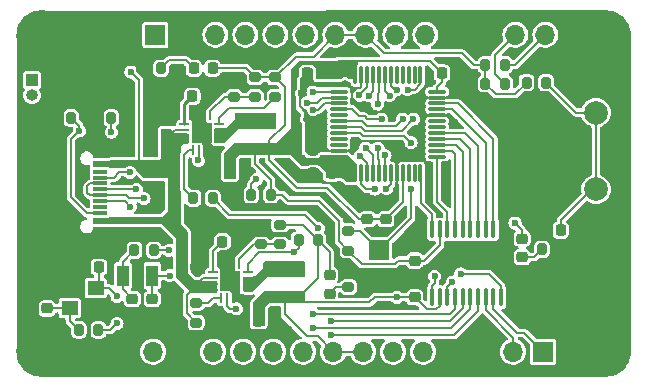
<source format=gbr>
%TF.GenerationSoftware,KiCad,Pcbnew,8.0.2-8.0.2-0~ubuntu22.04.1*%
%TF.CreationDate,2024-06-03T20:12:09+08:00*%
%TF.ProjectId,pcb-stm32,7063622d-7374-46d3-9332-2e6b69636164,rev?*%
%TF.SameCoordinates,Original*%
%TF.FileFunction,Copper,L1,Top*%
%TF.FilePolarity,Positive*%
%FSLAX46Y46*%
G04 Gerber Fmt 4.6, Leading zero omitted, Abs format (unit mm)*
G04 Created by KiCad (PCBNEW 8.0.2-8.0.2-0~ubuntu22.04.1) date 2024-06-03 20:12:09*
%MOMM*%
%LPD*%
G01*
G04 APERTURE LIST*
G04 Aperture macros list*
%AMRoundRect*
0 Rectangle with rounded corners*
0 $1 Rounding radius*
0 $2 $3 $4 $5 $6 $7 $8 $9 X,Y pos of 4 corners*
0 Add a 4 corners polygon primitive as box body*
4,1,4,$2,$3,$4,$5,$6,$7,$8,$9,$2,$3,0*
0 Add four circle primitives for the rounded corners*
1,1,$1+$1,$2,$3*
1,1,$1+$1,$4,$5*
1,1,$1+$1,$6,$7*
1,1,$1+$1,$8,$9*
0 Add four rect primitives between the rounded corners*
20,1,$1+$1,$2,$3,$4,$5,0*
20,1,$1+$1,$4,$5,$6,$7,0*
20,1,$1+$1,$6,$7,$8,$9,0*
20,1,$1+$1,$8,$9,$2,$3,0*%
G04 Aperture macros list end*
%TA.AperFunction,SMDPad,CuDef*%
%ADD10RoundRect,0.225000X0.250000X-0.225000X0.250000X0.225000X-0.250000X0.225000X-0.250000X-0.225000X0*%
%TD*%
%TA.AperFunction,SMDPad,CuDef*%
%ADD11RoundRect,0.225000X0.225000X0.250000X-0.225000X0.250000X-0.225000X-0.250000X0.225000X-0.250000X0*%
%TD*%
%TA.AperFunction,ComponentPad*%
%ADD12R,1.700000X1.700000*%
%TD*%
%TA.AperFunction,ComponentPad*%
%ADD13O,1.700000X1.700000*%
%TD*%
%TA.AperFunction,SMDPad,CuDef*%
%ADD14RoundRect,0.200000X0.200000X0.275000X-0.200000X0.275000X-0.200000X-0.275000X0.200000X-0.275000X0*%
%TD*%
%TA.AperFunction,SMDPad,CuDef*%
%ADD15RoundRect,0.200000X-0.200000X-0.275000X0.200000X-0.275000X0.200000X0.275000X-0.200000X0.275000X0*%
%TD*%
%TA.AperFunction,SMDPad,CuDef*%
%ADD16RoundRect,0.218750X0.256250X-0.218750X0.256250X0.218750X-0.256250X0.218750X-0.256250X-0.218750X0*%
%TD*%
%TA.AperFunction,SMDPad,CuDef*%
%ADD17RoundRect,0.225000X-0.250000X0.225000X-0.250000X-0.225000X0.250000X-0.225000X0.250000X0.225000X0*%
%TD*%
%TA.AperFunction,ComponentPad*%
%ADD18C,0.700000*%
%TD*%
%TA.AperFunction,ComponentPad*%
%ADD19C,4.400000*%
%TD*%
%TA.AperFunction,SMDPad,CuDef*%
%ADD20RoundRect,0.225000X-0.225000X-0.250000X0.225000X-0.250000X0.225000X0.250000X-0.225000X0.250000X0*%
%TD*%
%TA.AperFunction,SMDPad,CuDef*%
%ADD21R,1.000000X1.800000*%
%TD*%
%TA.AperFunction,SMDPad,CuDef*%
%ADD22RoundRect,0.200000X0.275000X-0.200000X0.275000X0.200000X-0.275000X0.200000X-0.275000X-0.200000X0*%
%TD*%
%TA.AperFunction,SMDPad,CuDef*%
%ADD23RoundRect,0.062500X0.350000X0.062500X-0.350000X0.062500X-0.350000X-0.062500X0.350000X-0.062500X0*%
%TD*%
%TA.AperFunction,SMDPad,CuDef*%
%ADD24RoundRect,0.062500X0.062500X0.350000X-0.062500X0.350000X-0.062500X-0.350000X0.062500X-0.350000X0*%
%TD*%
%TA.AperFunction,HeatsinkPad*%
%ADD25C,0.500000*%
%TD*%
%TA.AperFunction,HeatsinkPad*%
%ADD26R,1.680000X1.680000*%
%TD*%
%TA.AperFunction,SMDPad,CuDef*%
%ADD27R,3.400000X0.980000*%
%TD*%
%TA.AperFunction,SMDPad,CuDef*%
%ADD28RoundRect,0.200000X-0.275000X0.200000X-0.275000X-0.200000X0.275000X-0.200000X0.275000X0.200000X0*%
%TD*%
%TA.AperFunction,ComponentPad*%
%ADD29R,1.000000X1.000000*%
%TD*%
%TA.AperFunction,ComponentPad*%
%ADD30O,1.000000X1.000000*%
%TD*%
%TA.AperFunction,SMDPad,CuDef*%
%ADD31RoundRect,0.075000X0.075000X-0.662500X0.075000X0.662500X-0.075000X0.662500X-0.075000X-0.662500X0*%
%TD*%
%TA.AperFunction,SMDPad,CuDef*%
%ADD32RoundRect,0.075000X0.662500X-0.075000X0.662500X0.075000X-0.662500X0.075000X-0.662500X-0.075000X0*%
%TD*%
%TA.AperFunction,ComponentPad*%
%ADD33C,2.000000*%
%TD*%
%TA.AperFunction,SMDPad,CuDef*%
%ADD34RoundRect,0.218750X-0.218750X-0.256250X0.218750X-0.256250X0.218750X0.256250X-0.218750X0.256250X0*%
%TD*%
%TA.AperFunction,SMDPad,CuDef*%
%ADD35R,1.400000X1.200000*%
%TD*%
%TA.AperFunction,SMDPad,CuDef*%
%ADD36RoundRect,0.100000X0.100000X-0.637500X0.100000X0.637500X-0.100000X0.637500X-0.100000X-0.637500X0*%
%TD*%
%TA.AperFunction,SMDPad,CuDef*%
%ADD37R,1.240000X0.600000*%
%TD*%
%TA.AperFunction,SMDPad,CuDef*%
%ADD38R,1.240000X0.300000*%
%TD*%
%TA.AperFunction,ComponentPad*%
%ADD39O,2.100000X1.000000*%
%TD*%
%TA.AperFunction,ComponentPad*%
%ADD40O,1.800000X1.000000*%
%TD*%
%TA.AperFunction,ViaPad*%
%ADD41C,0.600000*%
%TD*%
%TA.AperFunction,Conductor*%
%ADD42C,0.200000*%
%TD*%
%TA.AperFunction,Conductor*%
%ADD43C,0.254000*%
%TD*%
G04 APERTURE END LIST*
D10*
%TO.P,C5,1*%
%TO.N,Net-(C5-Pad1)*%
X108100000Y-95325000D03*
%TO.P,C5,2*%
%TO.N,GND*%
X108100000Y-93775000D03*
%TD*%
D11*
%TO.P,C3,1*%
%TO.N,/NRST*%
X151575000Y-88700000D03*
%TO.P,C3,2*%
%TO.N,GND*%
X150025000Y-88700000D03*
%TD*%
D10*
%TO.P,C10,1*%
%TO.N,+3V3*%
X135200000Y-87775000D03*
%TO.P,C10,2*%
%TO.N,GND*%
X135200000Y-86225000D03*
%TD*%
D11*
%TO.P,C20,1*%
%TO.N,GND*%
X121925000Y-77350000D03*
%TO.P,C20,2*%
%TO.N,Net-(U5-SS{slash}TR)*%
X120375000Y-77350000D03*
%TD*%
D12*
%TO.P,J3,1,Pin_1*%
%TO.N,/1V8_SDA*%
X150080000Y-99000000D03*
D13*
%TO.P,J3,2,Pin_2*%
%TO.N,/1V8_SCL*%
X147540000Y-99000000D03*
%TO.P,J3,3,Pin_3*%
%TO.N,GND*%
X145000000Y-99000000D03*
%TO.P,J3,4,Pin_4*%
X142460000Y-99000000D03*
%TO.P,J3,5,Pin_5*%
%TO.N,/1V8_RX*%
X139920000Y-99000000D03*
%TO.P,J3,6,Pin_6*%
%TO.N,/1V8_TX*%
X137380000Y-99000000D03*
%TO.P,J3,7,Pin_7*%
%TO.N,+1V8*%
X134840000Y-99000000D03*
%TO.P,J3,8,Pin_8*%
X132300000Y-99000000D03*
%TO.P,J3,9,Pin_9*%
%TO.N,/1V8_MOSI*%
X129760000Y-99000000D03*
%TO.P,J3,10,Pin_10*%
%TO.N,/1V8_MISO*%
X127220000Y-99000000D03*
%TO.P,J3,11,Pin_11*%
%TO.N,/1V8_SCK*%
X124680000Y-99000000D03*
%TO.P,J3,12,Pin_12*%
%TO.N,/1V8_NSS*%
X122140000Y-99000000D03*
%TO.P,J3,13,Pin_13*%
%TO.N,GND*%
X119600000Y-99000000D03*
%TO.P,J3,14,Pin_14*%
%TO.N,/JTRST*%
X117060000Y-99000000D03*
%TD*%
D14*
%TO.P,R26,1*%
%TO.N,+3V3*%
X127025000Y-85700000D03*
%TO.P,R26,2*%
%TO.N,/USB_DP*%
X125375000Y-85700000D03*
%TD*%
D11*
%TO.P,C13,1*%
%TO.N,+3V3*%
X131675000Y-75400000D03*
%TO.P,C13,2*%
%TO.N,GND*%
X130125000Y-75400000D03*
%TD*%
D12*
%TO.P,J2,1,Pin_1*%
%TO.N,/JTDO*%
X117250000Y-72150000D03*
D13*
%TO.P,J2,2,Pin_2*%
%TO.N,GND*%
X119790000Y-72150000D03*
%TO.P,J2,3,Pin_3*%
%TO.N,/JTDI*%
X122330000Y-72150000D03*
%TO.P,J2,4,Pin_4*%
%TO.N,/JTCK*%
X124870000Y-72150000D03*
%TO.P,J2,5,Pin_5*%
%TO.N,/JTMS*%
X127410000Y-72150000D03*
%TO.P,J2,6,Pin_6*%
%TO.N,/SPI2_NSS*%
X129950000Y-72150000D03*
%TO.P,J2,7,Pin_7*%
%TO.N,+3V3*%
X132490000Y-72150000D03*
%TO.P,J2,8,Pin_8*%
X135030000Y-72150000D03*
%TO.P,J2,9,Pin_9*%
%TO.N,/USART1_RX*%
X137570000Y-72150000D03*
%TO.P,J2,10,Pin_10*%
%TO.N,/USART1_TX*%
X140110000Y-72150000D03*
%TO.P,J2,11,Pin_11*%
%TO.N,GND*%
X142650000Y-72150000D03*
%TO.P,J2,12,Pin_12*%
X145190000Y-72150000D03*
%TO.P,J2,13,Pin_13*%
%TO.N,/I2C1_SCL*%
X147730000Y-72150000D03*
%TO.P,J2,14,Pin_14*%
%TO.N,/I2C1_SDA*%
X150270000Y-72150000D03*
%TD*%
D11*
%TO.P,C22,1*%
%TO.N,+3V3*%
X123525000Y-83850000D03*
%TO.P,C22,2*%
%TO.N,GND*%
X121975000Y-83850000D03*
%TD*%
D15*
%TO.P,R1,1*%
%TO.N,+3V3*%
X148675000Y-76200000D03*
%TO.P,R1,2*%
%TO.N,/NRST*%
X150325000Y-76200000D03*
%TD*%
D16*
%TO.P,D1,1,K*%
%TO.N,Net-(D1-K)*%
X132000000Y-94087500D03*
%TO.P,D1,2,A*%
%TO.N,+1V8*%
X132000000Y-92512500D03*
%TD*%
D17*
%TO.P,C23,1*%
%TO.N,GND*%
X139200000Y-92825000D03*
%TO.P,C23,2*%
%TO.N,+1V8*%
X139200000Y-94375000D03*
%TD*%
D10*
%TO.P,C17,1*%
%TO.N,VIN*%
X120700000Y-93375000D03*
%TO.P,C17,2*%
%TO.N,GND*%
X120700000Y-91825000D03*
%TD*%
D17*
%TO.P,C2,1*%
%TO.N,Net-(C2-Pad1)*%
X115300000Y-94525000D03*
%TO.P,C2,2*%
%TO.N,GND*%
X115300000Y-96075000D03*
%TD*%
D11*
%TO.P,C14,1*%
%TO.N,GND*%
X121075000Y-89700000D03*
%TO.P,C14,2*%
%TO.N,VIN*%
X119525000Y-89700000D03*
%TD*%
D17*
%TO.P,C24,1*%
%TO.N,GND*%
X139200000Y-89725000D03*
%TO.P,C24,2*%
%TO.N,+3V3*%
X139200000Y-91275000D03*
%TD*%
D18*
%TO.P,H4,1,1*%
%TO.N,GND*%
X153650000Y-98900000D03*
X154133274Y-97733274D03*
X154133274Y-100066726D03*
X155300000Y-97250000D03*
D19*
X155300000Y-98900000D03*
D18*
X155300000Y-100550000D03*
X156466726Y-97733274D03*
X156466726Y-100066726D03*
X156950000Y-98900000D03*
%TD*%
D11*
%TO.P,C4,1*%
%TO.N,/PD0*%
X112475000Y-91850000D03*
%TO.P,C4,2*%
%TO.N,GND*%
X110925000Y-91850000D03*
%TD*%
D12*
%TO.P,J4,1,Pin_1*%
%TO.N,/BOOT0*%
X136200000Y-90400000D03*
D13*
%TO.P,J4,2,Pin_2*%
%TO.N,GND*%
X136200000Y-92940000D03*
%TD*%
D20*
%TO.P,C11,1*%
%TO.N,+3V3*%
X129025000Y-81900000D03*
%TO.P,C11,2*%
%TO.N,GND*%
X130575000Y-81900000D03*
%TD*%
D21*
%TO.P,Y1,1,1*%
%TO.N,/PC14*%
X117000000Y-92550000D03*
%TO.P,Y1,2,2*%
%TO.N,Net-(C2-Pad1)*%
X114500000Y-92550000D03*
%TD*%
D11*
%TO.P,C21,1*%
%TO.N,+1V8*%
X125975000Y-96350000D03*
%TO.P,C21,2*%
%TO.N,GND*%
X124425000Y-96350000D03*
%TD*%
D22*
%TO.P,R14,1*%
%TO.N,Net-(U4-FB)*%
X126225000Y-89890000D03*
%TO.P,R14,2*%
%TO.N,GND*%
X126225000Y-88240000D03*
%TD*%
D23*
%TO.P,U5,1,SW*%
%TO.N,Net-(L2-Pad1)*%
X122625000Y-81202500D03*
%TO.P,U5,2,SW*%
X122625000Y-80702500D03*
%TO.P,U5,3,SW*%
X122625000Y-80202500D03*
%TO.P,U5,4,PG*%
%TO.N,/PG_3V3*%
X122625000Y-79702500D03*
D24*
%TO.P,U5,5,FB*%
%TO.N,Net-(U5-FB)*%
X121912500Y-78990000D03*
%TO.P,U5,6,AGND*%
%TO.N,GND*%
X121412500Y-78990000D03*
%TO.P,U5,7,FSW*%
X120912500Y-78990000D03*
%TO.P,U5,8,DEF*%
X120412500Y-78990000D03*
D23*
%TO.P,U5,9,SS/TR*%
%TO.N,Net-(U5-SS{slash}TR)*%
X119700000Y-79702500D03*
%TO.P,U5,10,AVIN*%
%TO.N,VIN*%
X119700000Y-80202500D03*
%TO.P,U5,11,PVIN*%
X119700000Y-80702500D03*
%TO.P,U5,12,PVIN*%
X119700000Y-81202500D03*
D24*
%TO.P,U5,13,EN*%
%TO.N,/EN_3V3*%
X120412500Y-81915000D03*
%TO.P,U5,14,VOS*%
%TO.N,+3V3*%
X120912500Y-81915000D03*
%TO.P,U5,15,PGND*%
%TO.N,GND*%
X121412500Y-81915000D03*
%TO.P,U5,16,PGND*%
X121912500Y-81915000D03*
D25*
%TO.P,U5,17,EP*%
X121752500Y-81042500D03*
X121752500Y-79862500D03*
D26*
X121162500Y-80452500D03*
D25*
X120572500Y-81042500D03*
X120572500Y-79862500D03*
%TD*%
D15*
%TO.P,R4,1*%
%TO.N,Net-(C5-Pad1)*%
X110775000Y-97150000D03*
%TO.P,R4,2*%
%TO.N,/PD1*%
X112425000Y-97150000D03*
%TD*%
D27*
%TO.P,L2,1,1*%
%TO.N,Net-(L2-Pad1)*%
X125700000Y-79430000D03*
%TO.P,L2,2,2*%
%TO.N,+3V3*%
X125700000Y-81800000D03*
%TD*%
D15*
%TO.P,R18,1*%
%TO.N,/EN_3V3*%
X120475000Y-86000000D03*
%TO.P,R18,2*%
%TO.N,/PG_1V8*%
X122125000Y-86000000D03*
%TD*%
D28*
%TO.P,R17,1*%
%TO.N,/EN_1V8*%
X120700000Y-94875000D03*
%TO.P,R17,2*%
%TO.N,VIN*%
X120700000Y-96525000D03*
%TD*%
D14*
%TO.P,R22,1*%
%TO.N,/USB_CC1*%
X113525000Y-79200000D03*
%TO.P,R22,2*%
%TO.N,GND*%
X111875000Y-79200000D03*
%TD*%
D11*
%TO.P,C15,1*%
%TO.N,GND*%
X120437500Y-83852500D03*
%TO.P,C15,2*%
%TO.N,VIN*%
X118887500Y-83852500D03*
%TD*%
D29*
%TO.P,J5,1,Pin_1*%
%TO.N,Net-(J5-Pin_1)*%
X106800000Y-76000000D03*
D30*
%TO.P,J5,2,Pin_2*%
%TO.N,Net-(J5-Pin_2)*%
X106800000Y-77270000D03*
%TD*%
D14*
%TO.P,R20,1*%
%TO.N,Net-(D2-K)*%
X117725000Y-75000000D03*
%TO.P,R20,2*%
%TO.N,GND*%
X116075000Y-75000000D03*
%TD*%
D18*
%TO.P,H3,1,1*%
%TO.N,GND*%
X106016726Y-98950000D03*
X106500000Y-97783274D03*
X106500000Y-100116726D03*
X107666726Y-97300000D03*
D19*
X107666726Y-98950000D03*
D18*
X107666726Y-100600000D03*
X108833452Y-97783274D03*
X108833452Y-100116726D03*
X109316726Y-98950000D03*
%TD*%
D31*
%TO.P,U2,1,VBAT*%
%TO.N,+3V3*%
X134190000Y-83882500D03*
%TO.P,U2,2,PC13*%
%TO.N,/PC13*%
X134690000Y-83882500D03*
%TO.P,U2,3,PC14*%
%TO.N,/PC14*%
X135190000Y-83882500D03*
%TO.P,U2,4,PC15*%
%TO.N,/PC15*%
X135690000Y-83882500D03*
%TO.P,U2,5,PD0*%
%TO.N,/PD0*%
X136190000Y-83882500D03*
%TO.P,U2,6,PD1*%
%TO.N,/PD1*%
X136690000Y-83882500D03*
%TO.P,U2,7,NRST*%
%TO.N,/NRST*%
X137190000Y-83882500D03*
%TO.P,U2,8,VSSA*%
%TO.N,GND*%
X137690000Y-83882500D03*
%TO.P,U2,9,VDDA*%
%TO.N,+3V3*%
X138190000Y-83882500D03*
%TO.P,U2,10,PA0*%
%TO.N,unconnected-(U2-PA0-Pad10)*%
X138690000Y-83882500D03*
%TO.P,U2,11,PA1*%
%TO.N,unconnected-(U2-PA1-Pad11)*%
X139190000Y-83882500D03*
%TO.P,U2,12,PA2*%
%TO.N,/USART2_TX*%
X139690000Y-83882500D03*
D32*
%TO.P,U2,13,PA3*%
%TO.N,/USART2_RX*%
X141102500Y-82470000D03*
%TO.P,U2,14,PA4*%
%TO.N,/SPI1_NSS*%
X141102500Y-81970000D03*
%TO.P,U2,15,PA5*%
%TO.N,/SPI1_SCK*%
X141102500Y-81470000D03*
%TO.P,U2,16,PA6*%
%TO.N,/SPI1_MISO*%
X141102500Y-80970000D03*
%TO.P,U2,17,PA7*%
%TO.N,/SPI1_MOSI*%
X141102500Y-80470000D03*
%TO.P,U2,18,PB0*%
%TO.N,unconnected-(U2-PB0-Pad18)*%
X141102500Y-79970000D03*
%TO.P,U2,19,PB1*%
%TO.N,unconnected-(U2-PB1-Pad19)*%
X141102500Y-79470000D03*
%TO.P,U2,20,PB2*%
%TO.N,GND*%
X141102500Y-78970000D03*
%TO.P,U2,21,PB10*%
%TO.N,/I2C2_SCL*%
X141102500Y-78470000D03*
%TO.P,U2,22,PB11*%
%TO.N,/I2C2_SDA*%
X141102500Y-77970000D03*
%TO.P,U2,23,VSS*%
%TO.N,GND*%
X141102500Y-77470000D03*
%TO.P,U2,24,VDD*%
%TO.N,+3V3*%
X141102500Y-76970000D03*
D31*
%TO.P,U2,25,PB12*%
%TO.N,/SPI2_NSS*%
X139690000Y-75557500D03*
%TO.P,U2,26,PB13*%
%TO.N,unconnected-(U2-PB13-Pad26)*%
X139190000Y-75557500D03*
%TO.P,U2,27,PB14*%
%TO.N,unconnected-(U2-PB14-Pad27)*%
X138690000Y-75557500D03*
%TO.P,U2,28,PB15*%
%TO.N,unconnected-(U2-PB15-Pad28)*%
X138190000Y-75557500D03*
%TO.P,U2,29,PA8*%
%TO.N,unconnected-(U2-PA8-Pad29)*%
X137690000Y-75557500D03*
%TO.P,U2,30,PA9*%
%TO.N,/USART1_TX*%
X137190000Y-75557500D03*
%TO.P,U2,31,PA10*%
%TO.N,/USART1_RX*%
X136690000Y-75557500D03*
%TO.P,U2,32,PA11*%
%TO.N,/USB_DM*%
X136190000Y-75557500D03*
%TO.P,U2,33,PA12*%
%TO.N,/USB_DP*%
X135690000Y-75557500D03*
%TO.P,U2,34,PA13*%
%TO.N,/JTMS*%
X135190000Y-75557500D03*
%TO.P,U2,35,VSS*%
%TO.N,GND*%
X134690000Y-75557500D03*
%TO.P,U2,36,VDD*%
%TO.N,+3V3*%
X134190000Y-75557500D03*
D32*
%TO.P,U2,37,PA14*%
%TO.N,/JTCK*%
X132777500Y-76970000D03*
%TO.P,U2,38,PA15*%
%TO.N,/JTDI*%
X132777500Y-77470000D03*
%TO.P,U2,39,PB3*%
%TO.N,/JTDO*%
X132777500Y-77970000D03*
%TO.P,U2,40,PB4*%
%TO.N,/JTRST*%
X132777500Y-78470000D03*
%TO.P,U2,41,PB5*%
%TO.N,unconnected-(U2-PB5-Pad41)*%
X132777500Y-78970000D03*
%TO.P,U2,42,PB6*%
%TO.N,/I2C1_SCL*%
X132777500Y-79470000D03*
%TO.P,U2,43,PB7*%
%TO.N,/I2C1_SDA*%
X132777500Y-79970000D03*
%TO.P,U2,44,BOOT0*%
%TO.N,/BOOT0*%
X132777500Y-80470000D03*
%TO.P,U2,45,PB8*%
%TO.N,unconnected-(U2-PB8-Pad45)*%
X132777500Y-80970000D03*
%TO.P,U2,46,PB9*%
%TO.N,unconnected-(U2-PB9-Pad46)*%
X132777500Y-81470000D03*
%TO.P,U2,47,VSS*%
%TO.N,GND*%
X132777500Y-81970000D03*
%TO.P,U2,48,VDD*%
%TO.N,+3V3*%
X132777500Y-82470000D03*
%TD*%
D22*
%TO.P,R16,1*%
%TO.N,Net-(U5-FB)*%
X123900000Y-77415000D03*
%TO.P,R16,2*%
%TO.N,GND*%
X123900000Y-75765000D03*
%TD*%
D15*
%TO.P,R2,1*%
%TO.N,Net-(C2-Pad1)*%
X115475000Y-90400000D03*
%TO.P,R2,2*%
%TO.N,/PC15*%
X117125000Y-90400000D03*
%TD*%
D14*
%TO.P,R11,1*%
%TO.N,+1V8*%
X131025000Y-89550000D03*
%TO.P,R11,2*%
%TO.N,/PG_1V8*%
X129375000Y-89550000D03*
%TD*%
%TO.P,R23,1*%
%TO.N,/USB_CC2*%
X110125000Y-79200000D03*
%TO.P,R23,2*%
%TO.N,GND*%
X108475000Y-79200000D03*
%TD*%
D28*
%TO.P,R12,1*%
%TO.N,+3V3*%
X127400000Y-75775000D03*
%TO.P,R12,2*%
%TO.N,/PG_3V3*%
X127400000Y-77425000D03*
%TD*%
D11*
%TO.P,C16,1*%
%TO.N,+3V3*%
X132175000Y-83900000D03*
%TO.P,C16,2*%
%TO.N,GND*%
X130625000Y-83900000D03*
%TD*%
D22*
%TO.P,R13,1*%
%TO.N,Net-(U4-FB)*%
X127800000Y-89890000D03*
%TO.P,R13,2*%
%TO.N,+1V8*%
X127800000Y-88240000D03*
%TD*%
D16*
%TO.P,D3,1,K*%
%TO.N,Net-(D3-K)*%
X148300000Y-90987500D03*
%TO.P,D3,2,A*%
%TO.N,/PC13*%
X148300000Y-89412500D03*
%TD*%
D33*
%TO.P,SW1,1,1*%
%TO.N,GND*%
X150050000Y-85250000D03*
X150050000Y-78750000D03*
%TO.P,SW1,2,2*%
%TO.N,/NRST*%
X154550000Y-85250000D03*
X154550000Y-78750000D03*
%TD*%
D15*
%TO.P,R24,1*%
%TO.N,+3V3*%
X145200000Y-74700000D03*
%TO.P,R24,2*%
%TO.N,/I2C1_SDA*%
X146850000Y-74700000D03*
%TD*%
%TO.P,R25,1*%
%TO.N,+3V3*%
X145200000Y-76300000D03*
%TO.P,R25,2*%
%TO.N,/I2C1_SCL*%
X146850000Y-76300000D03*
%TD*%
D23*
%TO.P,U4,1,SW*%
%TO.N,Net-(L1-Pad1)*%
X125057500Y-93765000D03*
%TO.P,U4,2,SW*%
X125057500Y-93265000D03*
%TO.P,U4,3,SW*%
X125057500Y-92765000D03*
%TO.P,U4,4,PG*%
%TO.N,/PG_1V8*%
X125057500Y-92265000D03*
D24*
%TO.P,U4,5,FB*%
%TO.N,Net-(U4-FB)*%
X124345000Y-91552500D03*
%TO.P,U4,6,AGND*%
%TO.N,GND*%
X123845000Y-91552500D03*
%TO.P,U4,7,FSW*%
X123345000Y-91552500D03*
%TO.P,U4,8,DEF*%
X122845000Y-91552500D03*
D23*
%TO.P,U4,9,SS/TR*%
%TO.N,Net-(U4-SS{slash}TR)*%
X122132500Y-92265000D03*
%TO.P,U4,10,AVIN*%
%TO.N,VIN*%
X122132500Y-92765000D03*
%TO.P,U4,11,PVIN*%
X122132500Y-93265000D03*
%TO.P,U4,12,PVIN*%
X122132500Y-93765000D03*
D24*
%TO.P,U4,13,EN*%
%TO.N,/EN_1V8*%
X122845000Y-94477500D03*
%TO.P,U4,14,VOS*%
%TO.N,+1V8*%
X123345000Y-94477500D03*
%TO.P,U4,15,PGND*%
%TO.N,GND*%
X123845000Y-94477500D03*
%TO.P,U4,16,PGND*%
X124345000Y-94477500D03*
D25*
%TO.P,U4,17,EP*%
X124185000Y-93605000D03*
X124185000Y-92425000D03*
D26*
X123595000Y-93015000D03*
D25*
X123005000Y-93605000D03*
X123005000Y-92425000D03*
%TD*%
D34*
%TO.P,D2,1,K*%
%TO.N,Net-(D2-K)*%
X120512500Y-75000000D03*
%TO.P,D2,2,A*%
%TO.N,+3V3*%
X122087500Y-75000000D03*
%TD*%
D27*
%TO.P,L1,1,1*%
%TO.N,Net-(L1-Pad1)*%
X128200000Y-91965000D03*
%TO.P,L1,2,2*%
%TO.N,+1V8*%
X128200000Y-94335000D03*
%TD*%
D10*
%TO.P,C9,1*%
%TO.N,+3V3*%
X136750000Y-87775000D03*
%TO.P,C9,2*%
%TO.N,GND*%
X136750000Y-86225000D03*
%TD*%
D22*
%TO.P,R19,1*%
%TO.N,Net-(D1-K)*%
X133600000Y-93525000D03*
%TO.P,R19,2*%
%TO.N,GND*%
X133600000Y-91875000D03*
%TD*%
D10*
%TO.P,C18,1*%
%TO.N,VIN*%
X118200000Y-80875000D03*
%TO.P,C18,2*%
%TO.N,GND*%
X118200000Y-79325000D03*
%TD*%
D22*
%TO.P,R15,1*%
%TO.N,Net-(U5-FB)*%
X125700000Y-77415000D03*
%TO.P,R15,2*%
%TO.N,+3V3*%
X125700000Y-75765000D03*
%TD*%
D18*
%TO.P,H2,1,1*%
%TO.N,GND*%
X153650000Y-72300000D03*
X154133274Y-71133274D03*
X154133274Y-73466726D03*
X155300000Y-70650000D03*
D19*
X155300000Y-72300000D03*
D18*
X155300000Y-73950000D03*
X156466726Y-71133274D03*
X156466726Y-73466726D03*
X156950000Y-72300000D03*
%TD*%
D17*
%TO.P,C1,1*%
%TO.N,/PC14*%
X117000000Y-94525000D03*
%TO.P,C1,2*%
%TO.N,GND*%
X117000000Y-96075000D03*
%TD*%
D22*
%TO.P,R3,1*%
%TO.N,+3V3*%
X133600000Y-90425000D03*
%TO.P,R3,2*%
%TO.N,/BOOT0*%
X133600000Y-88775000D03*
%TD*%
D15*
%TO.P,R21,1*%
%TO.N,Net-(D3-K)*%
X149975000Y-90325000D03*
%TO.P,R21,2*%
%TO.N,GND*%
X151625000Y-90325000D03*
%TD*%
D35*
%TO.P,Y2,1,1*%
%TO.N,/PD0*%
X112200000Y-93600000D03*
%TO.P,Y2,2,2*%
%TO.N,GND*%
X110000000Y-93600000D03*
%TO.P,Y2,3,3*%
%TO.N,Net-(C5-Pad1)*%
X110000000Y-95300000D03*
%TO.P,Y2,4,4*%
%TO.N,GND*%
X112200000Y-95300000D03*
%TD*%
D18*
%TO.P,H1,1,1*%
%TO.N,GND*%
X106000000Y-72250000D03*
X106483274Y-71083274D03*
X106483274Y-73416726D03*
X107650000Y-70600000D03*
D19*
X107650000Y-72250000D03*
D18*
X107650000Y-73900000D03*
X108816726Y-71083274D03*
X108816726Y-73416726D03*
X109300000Y-72250000D03*
%TD*%
D11*
%TO.P,C19,1*%
%TO.N,GND*%
X124475000Y-89665000D03*
%TO.P,C19,2*%
%TO.N,Net-(U4-SS{slash}TR)*%
X122925000Y-89665000D03*
%TD*%
D20*
%TO.P,C12,1*%
%TO.N,+3V3*%
X141525000Y-75400000D03*
%TO.P,C12,2*%
%TO.N,GND*%
X143075000Y-75400000D03*
%TD*%
D36*
%TO.P,U3,1,A1*%
%TO.N,/1V8_TX*%
X140675000Y-94362500D03*
%TO.P,U3,2,VCCA*%
%TO.N,+1V8*%
X141325000Y-94362500D03*
%TO.P,U3,3,A2*%
%TO.N,/1V8_RX*%
X141975000Y-94362500D03*
%TO.P,U3,4,A3*%
%TO.N,/1V8_NSS*%
X142625000Y-94362500D03*
%TO.P,U3,5,A4*%
%TO.N,/1V8_SCK*%
X143275000Y-94362500D03*
%TO.P,U3,6,A5*%
%TO.N,/1V8_MISO*%
X143925000Y-94362500D03*
%TO.P,U3,7,A6*%
%TO.N,/1V8_MOSI*%
X144575000Y-94362500D03*
%TO.P,U3,8,A7*%
%TO.N,/1V8_SCL*%
X145225000Y-94362500D03*
%TO.P,U3,9,A8*%
%TO.N,/1V8_SDA*%
X145875000Y-94362500D03*
%TO.P,U3,10,OE*%
%TO.N,Net-(U3-OE)*%
X146525000Y-94362500D03*
%TO.P,U3,11,GND*%
%TO.N,GND*%
X146525000Y-88637500D03*
%TO.P,U3,12,B8*%
%TO.N,/I2C2_SDA*%
X145875000Y-88637500D03*
%TO.P,U3,13,B7*%
%TO.N,/I2C2_SCL*%
X145225000Y-88637500D03*
%TO.P,U3,14,B6*%
%TO.N,/SPI1_MOSI*%
X144575000Y-88637500D03*
%TO.P,U3,15,B5*%
%TO.N,/SPI1_MISO*%
X143925000Y-88637500D03*
%TO.P,U3,16,B4*%
%TO.N,/SPI1_SCK*%
X143275000Y-88637500D03*
%TO.P,U3,17,B3*%
%TO.N,/SPI1_NSS*%
X142625000Y-88637500D03*
%TO.P,U3,18,B2*%
%TO.N,/USART2_RX*%
X141975000Y-88637500D03*
%TO.P,U3,19,VCCB*%
%TO.N,+3V3*%
X141325000Y-88637500D03*
%TO.P,U3,20,B1*%
%TO.N,/USART2_TX*%
X140675000Y-88637500D03*
%TD*%
D37*
%TO.P,J1,A1,GND*%
%TO.N,GND*%
X112575000Y-82300000D03*
%TO.P,J1,A4,VBUS*%
%TO.N,VIN*%
X112575000Y-83100000D03*
D38*
%TO.P,J1,A5,CC1*%
%TO.N,/USB_CC1*%
X112575000Y-84250000D03*
%TO.P,J1,A6,D+*%
%TO.N,/USB_DP*%
X112575000Y-85250000D03*
%TO.P,J1,A7,D-*%
%TO.N,/USB_DM*%
X112575000Y-85750000D03*
%TO.P,J1,A8,SBU1*%
%TO.N,unconnected-(J1-SBU1-PadA8)*%
X112575000Y-86750000D03*
D37*
%TO.P,J1,A9,VBUS*%
%TO.N,VIN*%
X112575000Y-87900000D03*
%TO.P,J1,A12,GND*%
%TO.N,GND*%
X112575000Y-88700000D03*
%TO.P,J1,B1,GND*%
X112575000Y-88700000D03*
%TO.P,J1,B4,VBUS*%
%TO.N,VIN*%
X112575000Y-87900000D03*
D38*
%TO.P,J1,B5,CC2*%
%TO.N,/USB_CC2*%
X112575000Y-87250000D03*
%TO.P,J1,B6,D+*%
%TO.N,/USB_DP*%
X112575000Y-86250000D03*
%TO.P,J1,B7,D-*%
%TO.N,/USB_DM*%
X112575000Y-84750000D03*
%TO.P,J1,B8,SBU2*%
%TO.N,unconnected-(J1-SBU2-PadB8)*%
X112575000Y-83750000D03*
D37*
%TO.P,J1,B9,VBUS*%
%TO.N,VIN*%
X112575000Y-83100000D03*
%TO.P,J1,B12,GND*%
%TO.N,GND*%
X112575000Y-82300000D03*
D39*
%TO.P,J1,S1,SHIELD*%
X111975000Y-81180000D03*
D40*
X107775000Y-81180000D03*
D39*
X111975000Y-89820000D03*
D40*
X107775000Y-89820000D03*
%TD*%
D41*
%TO.N,GND*%
X131150000Y-87450000D03*
X117200000Y-89050000D03*
X122750000Y-76250000D03*
X138000000Y-87600000D03*
X133300000Y-76300000D03*
X120400000Y-87900000D03*
X128900000Y-83500000D03*
X141750000Y-83350000D03*
X129600000Y-77100000D03*
X127100000Y-96450000D03*
X118900000Y-76200000D03*
X144400000Y-91000000D03*
X136200000Y-95100000D03*
X115125000Y-80200000D03*
X117200000Y-86800000D03*
X139200000Y-77470000D03*
X132600000Y-86800000D03*
X128550000Y-97050000D03*
X130050000Y-79300000D03*
X133700000Y-73600000D03*
X143050000Y-91000000D03*
X141500000Y-91000000D03*
X133900000Y-85600000D03*
X140161944Y-89712810D03*
X142625735Y-79574265D03*
X134200000Y-81142834D03*
X117150000Y-81950000D03*
X127700000Y-84700000D03*
X124900000Y-86800000D03*
X111100000Y-84100000D03*
%TO.N,/PC14*%
X118450000Y-92550000D03*
X134600000Y-82400000D03*
%TO.N,/NRST*%
X136800000Y-85200000D03*
%TO.N,/PD0*%
X114000000Y-94300000D03*
X136100000Y-81744304D03*
%TO.N,VIN*%
X115175335Y-75313025D03*
X115850000Y-83050000D03*
%TO.N,+3V3*%
X123450000Y-82800000D03*
X120900000Y-82800000D03*
%TO.N,+1V8*%
X126000000Y-95350000D03*
X124100730Y-95360958D03*
X137700000Y-94375000D03*
%TO.N,/USB_CC2*%
X110800000Y-80300000D03*
%TO.N,/USB_DM*%
X136077513Y-78025770D03*
X116300000Y-86000000D03*
%TO.N,/USB_DP*%
X135324265Y-77324265D03*
X115650000Y-85250000D03*
X125800000Y-84400000D03*
X115118365Y-86718365D03*
%TO.N,/USB_CC1*%
X115100000Y-83800000D03*
X113525000Y-80400000D03*
%TO.N,/1V8_MISO*%
X130600000Y-97000000D03*
%TO.N,/I2C1_SDA*%
X139100000Y-79300000D03*
%TO.N,/USART1_RX*%
X137085523Y-77312271D03*
%TO.N,/USART1_TX*%
X137700000Y-76800000D03*
%TO.N,/I2C1_SCL*%
X138200000Y-79300000D03*
%TO.N,/1V8_SCK*%
X132100000Y-96400000D03*
%TO.N,/1V8_MOSI*%
X132100000Y-97600000D03*
%TO.N,/PC15*%
X118400000Y-90400000D03*
X135055696Y-81742834D03*
%TO.N,/BOOT0*%
X138900905Y-85200000D03*
X138900000Y-81300000D03*
%TO.N,/PD1*%
X136690000Y-82378025D03*
X114000000Y-96600000D03*
%TO.N,Net-(U3-OE)*%
X143100000Y-92400000D03*
%TO.N,/PG_1V8*%
X131040000Y-88560000D03*
X129010000Y-90590000D03*
%TO.N,/JTCK*%
X130600000Y-77000000D03*
%TO.N,/SPI2_NSS*%
X138600000Y-76800000D03*
%TO.N,/JTMS*%
X134524866Y-77293193D03*
%TO.N,/JTDI*%
X130071152Y-77900270D03*
%TO.N,/JTDO*%
X130600000Y-78500000D03*
%TO.N,/PC13*%
X147700000Y-88100000D03*
X135824265Y-85224265D03*
%TO.N,/JTRST*%
X136400000Y-79300000D03*
%TO.N,/1V8_TX*%
X140900000Y-92600000D03*
%TO.N,/1V8_RX*%
X142400000Y-93100000D03*
%TO.N,/1V8_NSS*%
X130600000Y-95800000D03*
%TD*%
D42*
%TO.N,GND*%
X130050000Y-78798528D02*
X129471152Y-78219680D01*
X139200000Y-77470000D02*
X141102500Y-77470000D01*
X122845000Y-91552500D02*
X122845000Y-92265000D01*
X150025000Y-88700000D02*
X151000000Y-89675000D01*
X123235000Y-75765000D02*
X123900000Y-75765000D01*
X121912500Y-81915000D02*
X121912500Y-83787500D01*
X120412500Y-78990000D02*
X120412500Y-79702500D01*
X116075000Y-75000000D02*
X117275000Y-73800000D01*
X120437500Y-83852500D02*
X121972500Y-83852500D01*
X139900000Y-78970000D02*
X141102500Y-78970000D01*
X139200000Y-77470000D02*
X138630000Y-77470000D01*
X125210000Y-88240000D02*
X126225000Y-88240000D01*
X135053144Y-78670000D02*
X133924866Y-77541722D01*
X143075000Y-75400000D02*
X143200000Y-75400000D01*
X121912500Y-81202500D02*
X121162500Y-80452500D01*
X121975000Y-83850000D02*
X121975000Y-83875000D01*
X132975000Y-84675000D02*
X133900000Y-85600000D01*
X133924866Y-77541722D02*
X133924866Y-77044664D01*
X143075000Y-76525000D02*
X143075000Y-75400000D01*
X133924866Y-77044664D02*
X134276337Y-76693193D01*
X150050000Y-85250000D02*
X148550000Y-85250000D01*
X123845000Y-91552500D02*
X123845000Y-92765000D01*
X108100000Y-93775000D02*
X108275000Y-93600000D01*
X108275000Y-93600000D02*
X110000000Y-93600000D01*
X134525000Y-86225000D02*
X133900000Y-85600000D01*
X124475000Y-89665000D02*
X124475000Y-88975000D01*
X135135686Y-78670000D02*
X135053144Y-78670000D01*
X111975000Y-81180000D02*
X114145000Y-81180000D01*
X137051471Y-78700000D02*
X135165686Y-78700000D01*
X121412500Y-81915000D02*
X121412500Y-80702500D01*
X107775000Y-79900000D02*
X107775000Y-81180000D01*
X115300000Y-96075000D02*
X117000000Y-96075000D01*
X140500000Y-92000000D02*
X141500000Y-91000000D01*
X131400000Y-84675000D02*
X132975000Y-84675000D01*
X110925000Y-92675000D02*
X110000000Y-93600000D01*
X135200000Y-86225000D02*
X134525000Y-86225000D01*
X124475000Y-88975000D02*
X125210000Y-88240000D01*
X121778654Y-97700000D02*
X120865000Y-97700000D01*
X129600000Y-77522893D02*
X129600000Y-75925000D01*
X118200000Y-77600000D02*
X118200000Y-79325000D01*
X118900000Y-76200000D02*
X117275000Y-76200000D01*
X122750000Y-76250000D02*
X122750000Y-77142157D01*
X134200000Y-81142834D02*
X136392834Y-81142834D01*
X150050000Y-78750000D02*
X150050000Y-85250000D01*
X130625000Y-83900000D02*
X131400000Y-84675000D01*
X142021470Y-78970000D02*
X141102500Y-78970000D01*
X150025000Y-85275000D02*
X150025000Y-88700000D01*
X138000000Y-78100000D02*
X137651471Y-78100000D01*
X123845000Y-91552500D02*
X123845000Y-90295000D01*
X124425000Y-96350000D02*
X123128654Y-96350000D01*
X123345000Y-92765000D02*
X123595000Y-93015000D01*
X130050000Y-81375000D02*
X130050000Y-78798528D01*
X112200000Y-95300000D02*
X114525000Y-95300000D01*
X111875000Y-79200000D02*
X111875000Y-81080000D01*
X121412500Y-78990000D02*
X121412500Y-80202500D01*
X123845000Y-92765000D02*
X123595000Y-93015000D01*
X123845000Y-93265000D02*
X123595000Y-93015000D01*
X130625000Y-81950000D02*
X130575000Y-81900000D01*
X137690000Y-85285000D02*
X136750000Y-86225000D01*
X129471152Y-77651741D02*
X129600000Y-77522893D01*
X108475000Y-79200000D02*
X107775000Y-79900000D01*
X140025000Y-92000000D02*
X140500000Y-92000000D01*
X121412500Y-77862500D02*
X121412500Y-78990000D01*
X118900000Y-76200000D02*
X120775000Y-76200000D01*
X124345000Y-93765000D02*
X123595000Y-93015000D01*
X136392834Y-81142834D02*
X137690000Y-82440000D01*
X117275000Y-76200000D02*
X116075000Y-75000000D01*
X151000000Y-89700000D02*
X151625000Y-90325000D01*
X122750000Y-76250000D02*
X123235000Y-75765000D01*
X111875000Y-81080000D02*
X111975000Y-81180000D01*
X114525000Y-95300000D02*
X115300000Y-96075000D01*
X123845000Y-94477500D02*
X123845000Y-93265000D01*
X150050000Y-85250000D02*
X150025000Y-85275000D01*
X138630000Y-77470000D02*
X138000000Y-78100000D01*
X129471152Y-78219680D02*
X129471152Y-77651741D01*
X137651471Y-78100000D02*
X137051471Y-78700000D01*
X151000000Y-89675000D02*
X151000000Y-89700000D01*
X128900000Y-83500000D02*
X129300000Y-83900000D01*
X135200000Y-86225000D02*
X136750000Y-86225000D01*
X132000000Y-89700000D02*
X132700000Y-90400000D01*
X120865000Y-97700000D02*
X119565000Y-99000000D01*
X120775000Y-76200000D02*
X121925000Y-77350000D01*
X110000000Y-93600000D02*
X110950000Y-93600000D01*
X121975000Y-83875000D02*
X124900000Y-86800000D01*
X111200000Y-93850000D02*
X111200000Y-94500000D01*
X121412500Y-80702500D02*
X121162500Y-80452500D01*
X135165686Y-78700000D02*
X135135686Y-78670000D01*
X141102500Y-77470000D02*
X142130000Y-77470000D01*
X130645000Y-81970000D02*
X130575000Y-81900000D01*
X134541121Y-76693193D02*
X134690000Y-76544314D01*
X139200000Y-89725000D02*
X140149754Y-89725000D01*
X148550000Y-85250000D02*
X146525000Y-87275000D01*
X110950000Y-93600000D02*
X111200000Y-93850000D01*
X123845000Y-90295000D02*
X124475000Y-89665000D01*
X120412500Y-79702500D02*
X121162500Y-80452500D01*
X117275000Y-73800000D02*
X118140000Y-73800000D01*
X118140000Y-73800000D02*
X119790000Y-72150000D01*
X114145000Y-81180000D02*
X115125000Y-80200000D01*
X130575000Y-81900000D02*
X130050000Y-81375000D01*
X146525000Y-87275000D02*
X146525000Y-90275000D01*
X121925000Y-77350000D02*
X121412500Y-77862500D01*
X112000000Y-95300000D02*
X112200000Y-95300000D01*
X123345000Y-91552500D02*
X123345000Y-92765000D01*
X132700000Y-90400000D02*
X132700000Y-90975000D01*
X123128654Y-96350000D02*
X121778654Y-97700000D01*
X111200000Y-94500000D02*
X112000000Y-95300000D01*
X118900000Y-76200000D02*
X118900000Y-76900000D01*
X121412500Y-80202500D02*
X121162500Y-80452500D01*
X118900000Y-76900000D02*
X118200000Y-77600000D01*
X110925000Y-91850000D02*
X110925000Y-92675000D01*
X141500000Y-91000000D02*
X144400000Y-91000000D01*
X145800000Y-91000000D02*
X144400000Y-91000000D01*
X129300000Y-83900000D02*
X130625000Y-83900000D01*
X130500000Y-86800000D02*
X132000000Y-88300000D01*
X134690000Y-76544314D02*
X134690000Y-75557500D01*
X134276337Y-76693193D02*
X134541121Y-76693193D01*
X122542157Y-77350000D02*
X121925000Y-77350000D01*
X124345000Y-94477500D02*
X124345000Y-93765000D01*
X129600000Y-75925000D02*
X130125000Y-75400000D01*
X140149754Y-89725000D02*
X140161944Y-89712810D01*
X146525000Y-90275000D02*
X145800000Y-91000000D01*
X134200000Y-81600000D02*
X133830000Y-81970000D01*
X124900000Y-86800000D02*
X130500000Y-86800000D01*
X132700000Y-90975000D02*
X134665000Y-92940000D01*
X133830000Y-81970000D02*
X132777500Y-81970000D01*
X132777500Y-81970000D02*
X130645000Y-81970000D01*
X134200000Y-81142834D02*
X134200000Y-81600000D01*
X139200000Y-92825000D02*
X140025000Y-92000000D01*
X122845000Y-92265000D02*
X123595000Y-93015000D01*
X120912500Y-80202500D02*
X121162500Y-80452500D01*
X120912500Y-78990000D02*
X120912500Y-80202500D01*
X139200000Y-92825000D02*
X136315000Y-92825000D01*
X137690000Y-82440000D02*
X137690000Y-83882500D01*
X122750000Y-77142157D02*
X122542157Y-77350000D01*
X121912500Y-81915000D02*
X121912500Y-81202500D01*
X142130000Y-77470000D02*
X143075000Y-76525000D01*
X136315000Y-92825000D02*
X136200000Y-92940000D01*
X142625735Y-79574265D02*
X142021470Y-78970000D01*
X132000000Y-88300000D02*
X132000000Y-89700000D01*
X137690000Y-83882500D02*
X137690000Y-85285000D01*
X134665000Y-92940000D02*
X136200000Y-92940000D01*
%TO.N,/PC14*%
X118450000Y-92550000D02*
X117000000Y-92550000D01*
X134600000Y-82400000D02*
X135190000Y-82990000D01*
X117000000Y-92550000D02*
X117000000Y-94525000D01*
X135190000Y-82990000D02*
X135190000Y-83882500D01*
%TO.N,Net-(C2-Pad1)*%
X115300000Y-94525000D02*
X115300000Y-94500000D01*
X115475000Y-90400000D02*
X114500000Y-91375000D01*
X114500000Y-93700000D02*
X114500000Y-92550000D01*
X114500000Y-91375000D02*
X114500000Y-92550000D01*
X115300000Y-94500000D02*
X114500000Y-93700000D01*
%TO.N,/NRST*%
X152875000Y-78750000D02*
X150325000Y-76200000D01*
X136800000Y-85200000D02*
X137190000Y-84810000D01*
X154550000Y-85250000D02*
X154200000Y-85250000D01*
X137190000Y-84810000D02*
X137190000Y-83882500D01*
X151575000Y-87875000D02*
X151575000Y-88700000D01*
X154550000Y-78750000D02*
X154550000Y-85250000D01*
X154200000Y-85250000D02*
X151575000Y-87875000D01*
X154550000Y-78750000D02*
X152875000Y-78750000D01*
%TO.N,/PD0*%
X136090000Y-82690000D02*
X136190000Y-82790000D01*
X112200000Y-93600000D02*
X113300000Y-93600000D01*
X136100000Y-81744304D02*
X136090000Y-81754304D01*
X136090000Y-81754304D02*
X136090000Y-82690000D01*
X112350000Y-93600000D02*
X112200000Y-93600000D01*
X112475000Y-93325000D02*
X112200000Y-93600000D01*
X136190000Y-82790000D02*
X136190000Y-83882500D01*
X112475000Y-91850000D02*
X112475000Y-93325000D01*
X113300000Y-93600000D02*
X114000000Y-94300000D01*
%TO.N,Net-(C5-Pad1)*%
X108125000Y-95300000D02*
X110000000Y-95300000D01*
X110000000Y-95300000D02*
X110000000Y-96375000D01*
X108100000Y-95325000D02*
X108125000Y-95300000D01*
X110000000Y-96375000D02*
X110775000Y-97150000D01*
%TO.N,VIN*%
X119050000Y-80700000D02*
X119052500Y-80702500D01*
X118887500Y-86637500D02*
X118887500Y-83852500D01*
X121685000Y-93265000D02*
X122132500Y-93265000D01*
X118450000Y-80900000D02*
X118425000Y-80875000D01*
X115850000Y-75962648D02*
X115200377Y-75313025D01*
X118950000Y-80800000D02*
X119050000Y-80700000D01*
X119525000Y-92200000D02*
X120700000Y-93375000D01*
X119925000Y-95750000D02*
X120700000Y-96525000D01*
X118950000Y-81100000D02*
X118950000Y-80900000D01*
X122132500Y-93765000D02*
X121715000Y-93765000D01*
X119700000Y-81202500D02*
X119052500Y-81202500D01*
X121715000Y-93765000D02*
X121600000Y-93650000D01*
X120900000Y-93500000D02*
X120775000Y-93375000D01*
X121310000Y-92765000D02*
X122132500Y-92765000D01*
X118200000Y-80875000D02*
X118000000Y-81075000D01*
X120775000Y-93375000D02*
X120700000Y-93375000D01*
X121600000Y-93650000D02*
X121600000Y-93500000D01*
X117625000Y-87900000D02*
X119425000Y-89700000D01*
X118887500Y-82587500D02*
X118887500Y-83852500D01*
X120700000Y-93375000D02*
X121310000Y-92765000D01*
X118425000Y-80875000D02*
X118200000Y-80875000D01*
X112575000Y-87900000D02*
X117625000Y-87900000D01*
X118950000Y-80900000D02*
X118450000Y-80900000D01*
X118200000Y-80875000D02*
X118872500Y-80202500D01*
X116652500Y-83852500D02*
X118887500Y-83852500D01*
X119525000Y-89700000D02*
X119525000Y-92200000D01*
X115850000Y-83050000D02*
X115850000Y-75962648D01*
X117625000Y-87900000D02*
X118887500Y-86637500D01*
X121600000Y-93350000D02*
X121685000Y-93265000D01*
X118000000Y-81700000D02*
X118887500Y-82587500D01*
X120700000Y-93375000D02*
X119925000Y-94150000D01*
X121600000Y-93500000D02*
X121600000Y-93350000D01*
X118950000Y-80900000D02*
X118950000Y-80800000D01*
X119925000Y-94150000D02*
X119925000Y-95750000D01*
X115850000Y-83050000D02*
X116652500Y-83852500D01*
X115850000Y-83050000D02*
X115800000Y-83100000D01*
X115200377Y-75313025D02*
X115175335Y-75313025D01*
X118000000Y-81075000D02*
X118000000Y-81700000D01*
X121600000Y-93500000D02*
X120900000Y-93500000D01*
X119425000Y-89700000D02*
X119525000Y-89700000D01*
X118872500Y-80202500D02*
X119700000Y-80202500D01*
X119052500Y-81202500D02*
X118950000Y-81100000D01*
X115800000Y-83100000D02*
X112575000Y-83100000D01*
X119052500Y-80702500D02*
X119700000Y-80702500D01*
%TO.N,+3V3*%
X125710000Y-75775000D02*
X125700000Y-75765000D01*
X133600000Y-90425000D02*
X133625000Y-90400000D01*
X132777500Y-82470000D02*
X132777500Y-83297500D01*
X129000000Y-81875000D02*
X129025000Y-81900000D01*
X129676304Y-74625000D02*
X129000000Y-75301304D01*
X130900000Y-74625000D02*
X129676304Y-74625000D01*
X134725000Y-91550000D02*
X137525000Y-91550000D01*
X132825000Y-89650000D02*
X133600000Y-90425000D01*
X128000000Y-85700000D02*
X128500000Y-86200000D01*
X131832500Y-75557500D02*
X134190000Y-75557500D01*
X130025000Y-82900000D02*
X131175000Y-82900000D01*
X141525000Y-75400000D02*
X141525000Y-76175000D01*
X140525000Y-74400000D02*
X141525000Y-75400000D01*
X129200000Y-85100000D02*
X126900000Y-82800000D01*
X141102500Y-76597500D02*
X141102500Y-76970000D01*
X141325000Y-89975000D02*
X140025000Y-91275000D01*
X132675000Y-74400000D02*
X140525000Y-74400000D01*
X126900000Y-81800000D02*
X125700000Y-81800000D01*
X120912500Y-82354000D02*
X120912500Y-82787500D01*
X132490000Y-72150000D02*
X135030000Y-72150000D01*
X132192500Y-83882500D02*
X134190000Y-83882500D01*
X137800000Y-91275000D02*
X139200000Y-91275000D01*
X131800000Y-85100000D02*
X129200000Y-85100000D01*
X147675000Y-77200000D02*
X148675000Y-76200000D01*
X125700000Y-81800000D02*
X125800000Y-81900000D01*
X125800000Y-81900000D02*
X129025000Y-81900000D01*
X133600000Y-90425000D02*
X134725000Y-91550000D01*
X120912500Y-82787500D02*
X120900000Y-82800000D01*
X127025000Y-85700000D02*
X128000000Y-85700000D01*
X141325000Y-88637500D02*
X141325000Y-89975000D01*
X131175000Y-82900000D02*
X132175000Y-83900000D01*
X141525000Y-76175000D02*
X141102500Y-76597500D01*
X129025000Y-81900000D02*
X130025000Y-82900000D01*
X128500000Y-86200000D02*
X131100000Y-86200000D01*
X145200000Y-74700000D02*
X145200000Y-76300000D01*
X129175000Y-74000000D02*
X127400000Y-75775000D01*
X131675000Y-75400000D02*
X130900000Y-74625000D01*
X132175000Y-83900000D02*
X132192500Y-83882500D01*
X131675000Y-75400000D02*
X132675000Y-74400000D01*
X128200000Y-79800000D02*
X126900000Y-81100000D01*
X125700000Y-75765000D02*
X124935000Y-75000000D01*
X140025000Y-91275000D02*
X139200000Y-91275000D01*
X131675000Y-75400000D02*
X131832500Y-75557500D01*
X125700000Y-83100000D02*
X125700000Y-81800000D01*
X124935000Y-75000000D02*
X122087500Y-75000000D01*
X127400000Y-75775000D02*
X128200000Y-76575000D01*
X137525000Y-91550000D02*
X137800000Y-91275000D01*
X136750000Y-87775000D02*
X138190000Y-86335000D01*
X132777500Y-83297500D02*
X132175000Y-83900000D01*
X123450000Y-82800000D02*
X123450000Y-83775000D01*
X132490000Y-72150000D02*
X130640000Y-74000000D01*
X129000000Y-75301304D02*
X129000000Y-81875000D01*
X132825000Y-87925000D02*
X132825000Y-89650000D01*
X136580000Y-73700000D02*
X135030000Y-72150000D01*
X135200000Y-87775000D02*
X134475000Y-87775000D01*
X131100000Y-86200000D02*
X132825000Y-87925000D01*
X127400000Y-75775000D02*
X125710000Y-75775000D01*
X130640000Y-74000000D02*
X129175000Y-74000000D01*
X138190000Y-86335000D02*
X138190000Y-83882500D01*
X127025000Y-84425000D02*
X125700000Y-83100000D01*
X145200000Y-76300000D02*
X146100000Y-77200000D01*
X125700000Y-81800000D02*
X124450000Y-81800000D01*
X134475000Y-87775000D02*
X131800000Y-85100000D01*
X120912500Y-82354000D02*
X120912500Y-81915000D01*
X143200000Y-73700000D02*
X136580000Y-73700000D01*
X146100000Y-77200000D02*
X147675000Y-77200000D01*
X145200000Y-74700000D02*
X144200000Y-74700000D01*
X124450000Y-81800000D02*
X123450000Y-82800000D01*
X125700000Y-81800000D02*
X126000000Y-82100000D01*
X144200000Y-74700000D02*
X143200000Y-73700000D01*
X126900000Y-82800000D02*
X126900000Y-81800000D01*
X128200000Y-76575000D02*
X128200000Y-79800000D01*
X127025000Y-85700000D02*
X127025000Y-84425000D01*
X126900000Y-81100000D02*
X126900000Y-81800000D01*
X135200000Y-87775000D02*
X136750000Y-87775000D01*
%TO.N,Net-(U4-SS{slash}TR)*%
X122925000Y-89665000D02*
X122132500Y-90457500D01*
X122132500Y-90457500D02*
X122132500Y-92265000D01*
D43*
%TO.N,Net-(U5-SS{slash}TR)*%
X119700000Y-78025000D02*
X119700000Y-79702500D01*
X120375000Y-77350000D02*
X119700000Y-78025000D01*
D42*
%TO.N,+1V8*%
X128200000Y-95800000D02*
X130100000Y-97700000D01*
X123560958Y-95360958D02*
X123345000Y-95145000D01*
X131000000Y-97700000D02*
X132300000Y-99000000D01*
X126000000Y-95350000D02*
X126000000Y-96325000D01*
X137700000Y-94375000D02*
X135825000Y-94375000D01*
X141325000Y-94362500D02*
X141325000Y-95099999D01*
X141024999Y-95400000D02*
X140225000Y-95400000D01*
X127800000Y-88240000D02*
X129715000Y-88240000D01*
X127075000Y-94275000D02*
X126000000Y-95350000D01*
X123345000Y-95145000D02*
X123345000Y-94477500D01*
X135375000Y-94825000D02*
X128690000Y-94825000D01*
X140225000Y-95400000D02*
X139200000Y-94375000D01*
X124100730Y-95360958D02*
X123560958Y-95360958D01*
X128200000Y-94335000D02*
X128200000Y-95800000D01*
X128690000Y-94825000D02*
X128200000Y-94335000D01*
X141325000Y-95099999D02*
X141024999Y-95400000D01*
X135825000Y-94375000D02*
X135375000Y-94825000D01*
X129410000Y-94335000D02*
X131025000Y-92720000D01*
X130100000Y-97700000D02*
X131000000Y-97700000D01*
X134840000Y-99000000D02*
X132300000Y-99000000D01*
X126000000Y-96325000D02*
X125975000Y-96350000D01*
X129715000Y-88240000D02*
X131025000Y-89550000D01*
X128200000Y-94335000D02*
X129410000Y-94335000D01*
X131025000Y-92720000D02*
X131025000Y-89550000D01*
X132000000Y-92512500D02*
X132000000Y-90525000D01*
X137700000Y-94375000D02*
X139200000Y-94375000D01*
X132000000Y-90525000D02*
X131025000Y-89550000D01*
%TO.N,/USB_CC2*%
X110800000Y-80300000D02*
X110800000Y-79875000D01*
X110800000Y-80300000D02*
X110100000Y-81000000D01*
X110100000Y-85900000D02*
X111450000Y-87250000D01*
X110100000Y-81000000D02*
X110100000Y-85900000D01*
X110800000Y-79875000D02*
X110125000Y-79200000D01*
X111450000Y-87250000D02*
X112575000Y-87250000D01*
%TO.N,/USB_DM*%
X116300000Y-86000000D02*
X115000000Y-86000000D01*
X111705000Y-85750000D02*
X111500000Y-85545000D01*
X111750000Y-84750000D02*
X112575000Y-84750000D01*
X114750000Y-85750000D02*
X112575000Y-85750000D01*
X136057108Y-77157109D02*
X136190000Y-77024217D01*
X136190000Y-77024217D02*
X136190000Y-75557500D01*
X111500000Y-85545000D02*
X111500000Y-85000000D01*
X111500000Y-85000000D02*
X111750000Y-84750000D01*
X112575000Y-85750000D02*
X111705000Y-85750000D01*
X136057108Y-78005365D02*
X136057108Y-77157109D01*
X115000000Y-86000000D02*
X114750000Y-85750000D01*
X136077513Y-78025770D02*
X136057108Y-78005365D01*
%TO.N,/USB_DP*%
X135690000Y-76958530D02*
X135690000Y-75557500D01*
X115118365Y-86718365D02*
X114650000Y-86250000D01*
X135324265Y-77324265D02*
X135690000Y-76958530D01*
X115650000Y-85250000D02*
X112575000Y-85250000D01*
X114650000Y-86250000D02*
X112575000Y-86250000D01*
X125800000Y-84400000D02*
X125375000Y-84825000D01*
X125375000Y-84825000D02*
X125375000Y-85700000D01*
%TO.N,/USB_CC1*%
X113750000Y-84250000D02*
X114200000Y-83800000D01*
X112575000Y-84250000D02*
X113750000Y-84250000D01*
X113525000Y-80400000D02*
X113525000Y-79200000D01*
X114200000Y-83800000D02*
X115100000Y-83800000D01*
%TO.N,/1V8_MISO*%
X143925000Y-95375000D02*
X143925000Y-94362500D01*
X130600000Y-97000000D02*
X142300000Y-97000000D01*
X142300000Y-97000000D02*
X143925000Y-95375000D01*
%TO.N,/I2C1_SDA*%
X147720000Y-74700000D02*
X146850000Y-74700000D01*
X150270000Y-72150000D02*
X147720000Y-74700000D01*
X134670001Y-79970000D02*
X132777500Y-79970000D01*
X138100000Y-80300000D02*
X135000001Y-80300000D01*
X139100000Y-79300000D02*
X138100000Y-80300000D01*
X135000001Y-80300000D02*
X134670001Y-79970000D01*
%TO.N,/USART2_TX*%
X139700000Y-86400000D02*
X140675000Y-87375000D01*
X139700000Y-86400000D02*
X139700000Y-83892500D01*
X139700000Y-83892500D02*
X139690000Y-83882500D01*
X140675000Y-87375000D02*
X140675000Y-88637500D01*
%TO.N,/1V8_SCL*%
X145225000Y-94362500D02*
X145225000Y-95475000D01*
X147540000Y-97790000D02*
X147540000Y-99000000D01*
X145225000Y-95475000D02*
X147540000Y-97790000D01*
%TO.N,/SPI1_MISO*%
X143925000Y-81825000D02*
X143070000Y-80970000D01*
X143925000Y-88637500D02*
X143925000Y-81825000D01*
X143070000Y-80970000D02*
X141102500Y-80970000D01*
%TO.N,/USART1_RX*%
X136690000Y-76916748D02*
X136690000Y-75557500D01*
X137085523Y-77312271D02*
X136690000Y-76916748D01*
%TO.N,/USART1_TX*%
X137190000Y-76490000D02*
X137190000Y-75557500D01*
X137500000Y-76800000D02*
X137190000Y-76490000D01*
X137700000Y-76800000D02*
X137500000Y-76800000D01*
%TO.N,/1V8_SDA*%
X150000000Y-98920000D02*
X150000000Y-99000000D01*
X147900000Y-97400000D02*
X148480000Y-97400000D01*
X148480000Y-97400000D02*
X150000000Y-98920000D01*
X145875000Y-95375000D02*
X147900000Y-97400000D01*
X145875000Y-94362500D02*
X145875000Y-95375000D01*
%TO.N,/SPI1_SCK*%
X142670000Y-81470000D02*
X143275000Y-82075000D01*
X143275000Y-82075000D02*
X143275000Y-88637500D01*
X141102500Y-81470000D02*
X142670000Y-81470000D01*
%TO.N,/SPI1_MOSI*%
X141102500Y-80470000D02*
X143470000Y-80470000D01*
X143470000Y-80470000D02*
X144575000Y-81575000D01*
X144575000Y-81575000D02*
X144575000Y-88637500D01*
%TO.N,/I2C1_SCL*%
X146000000Y-73880000D02*
X146000000Y-75450000D01*
X138200000Y-79300000D02*
X137600000Y-79900000D01*
X134735687Y-79470000D02*
X132777500Y-79470000D01*
X147730000Y-72150000D02*
X146000000Y-73880000D01*
X137600000Y-79900000D02*
X135165687Y-79900000D01*
X135165687Y-79900000D02*
X134735687Y-79470000D01*
X146000000Y-75450000D02*
X146850000Y-76300000D01*
%TO.N,/1V8_SCK*%
X142200000Y-96400000D02*
X143275000Y-95325000D01*
X132100000Y-96400000D02*
X142200000Y-96400000D01*
X143275000Y-95325000D02*
X143275000Y-94362500D01*
%TO.N,/1V8_MOSI*%
X144575000Y-95525000D02*
X144575000Y-94362500D01*
X142500000Y-97600000D02*
X144575000Y-95525000D01*
X132100000Y-97600000D02*
X142500000Y-97600000D01*
%TO.N,/USART2_RX*%
X141975000Y-87175000D02*
X141975000Y-88637500D01*
X141102500Y-82470000D02*
X141102500Y-86302500D01*
X141102500Y-86302500D02*
X141975000Y-87175000D01*
%TO.N,Net-(L1-Pad1)*%
X125057500Y-93265000D02*
X125515000Y-93265000D01*
X127085000Y-91965000D02*
X128200000Y-91965000D01*
X126585000Y-91965000D02*
X125785000Y-92765000D01*
X125600000Y-93650000D02*
X125485000Y-93765000D01*
X125600000Y-93450000D02*
X127085000Y-91965000D01*
X125515000Y-93265000D02*
X125600000Y-93350000D01*
X125485000Y-93765000D02*
X125057500Y-93765000D01*
X128200000Y-91965000D02*
X126585000Y-91965000D01*
X125600000Y-93350000D02*
X125600000Y-93650000D01*
X125785000Y-92765000D02*
X125057500Y-92765000D01*
%TO.N,Net-(L2-Pad1)*%
X123247500Y-80202500D02*
X122625000Y-80202500D01*
X123047500Y-81202500D02*
X122625000Y-81202500D01*
X122625000Y-80702500D02*
X123052500Y-80702500D01*
X123150000Y-81100000D02*
X123047500Y-81202500D01*
X123150000Y-80800000D02*
X123150000Y-81100000D01*
X124520000Y-79430000D02*
X125700000Y-79430000D01*
X124020000Y-79430000D02*
X123247500Y-80202500D01*
X123150000Y-80800000D02*
X124520000Y-79430000D01*
X125700000Y-79430000D02*
X124020000Y-79430000D01*
X123052500Y-80702500D02*
X123150000Y-80800000D01*
%TO.N,/PC15*%
X135055696Y-81742834D02*
X135690000Y-82377138D01*
X135690000Y-82377138D02*
X135690000Y-83882500D01*
X118400000Y-90400000D02*
X117125000Y-90400000D01*
%TO.N,/BOOT0*%
X138900905Y-85200000D02*
X138900905Y-87699095D01*
X134834315Y-80700000D02*
X134604315Y-80470000D01*
X138900905Y-87699095D02*
X136200000Y-90400000D01*
X138300000Y-80700000D02*
X134834315Y-80700000D01*
X134604315Y-80470000D02*
X132777500Y-80470000D01*
X134575000Y-88775000D02*
X133600000Y-88775000D01*
X138900000Y-81300000D02*
X138300000Y-80700000D01*
X136200000Y-90400000D02*
X134575000Y-88775000D01*
%TO.N,/PD1*%
X136690000Y-82378025D02*
X136690000Y-83882500D01*
X112425000Y-97150000D02*
X113450000Y-97150000D01*
X113450000Y-97150000D02*
X114000000Y-96600000D01*
%TO.N,Net-(U3-OE)*%
X145500000Y-92400000D02*
X146525000Y-93425000D01*
X146525000Y-93425000D02*
X146525000Y-94362500D01*
X143100000Y-92400000D02*
X145500000Y-92400000D01*
%TO.N,/PG_1V8*%
X129010000Y-90590000D02*
X126060000Y-90590000D01*
X129375000Y-90225000D02*
X129375000Y-89550000D01*
X123525000Y-87400000D02*
X122125000Y-86000000D01*
X129010000Y-90590000D02*
X129375000Y-90225000D01*
X126060000Y-90590000D02*
X125057500Y-91592500D01*
X131040000Y-88560000D02*
X129880000Y-87400000D01*
X129880000Y-87400000D02*
X123525000Y-87400000D01*
X125057500Y-91592500D02*
X125057500Y-92265000D01*
%TO.N,/PG_3V3*%
X122625000Y-79225000D02*
X123450000Y-78400000D01*
X123450000Y-78400000D02*
X126425000Y-78400000D01*
X126425000Y-78400000D02*
X127400000Y-77425000D01*
X122625000Y-79702500D02*
X122625000Y-79225000D01*
%TO.N,Net-(U4-FB)*%
X124345000Y-91552500D02*
X124345000Y-91105000D01*
X125560000Y-89890000D02*
X127800000Y-89890000D01*
X124345000Y-91105000D02*
X125560000Y-89890000D01*
%TO.N,Net-(U5-FB)*%
X123135000Y-77415000D02*
X125700000Y-77415000D01*
X121912500Y-78990000D02*
X121912500Y-78637500D01*
X121912500Y-78637500D02*
X123135000Y-77415000D01*
%TO.N,/JTCK*%
X130630000Y-76970000D02*
X132777500Y-76970000D01*
X130600000Y-77000000D02*
X130630000Y-76970000D01*
%TO.N,/SPI2_NSS*%
X139690000Y-76327410D02*
X139690000Y-75557500D01*
X139217410Y-76800000D02*
X139690000Y-76327410D01*
X138600000Y-76800000D02*
X139217410Y-76800000D01*
%TO.N,/JTMS*%
X134524866Y-77293193D02*
X134524866Y-77275134D01*
X134524866Y-77275134D02*
X135190000Y-76610000D01*
X135190000Y-76610000D02*
X135190000Y-75557500D01*
%TO.N,/JTDI*%
X131378529Y-77470000D02*
X132777500Y-77470000D01*
X130071152Y-77900270D02*
X130948259Y-77900270D01*
X130948259Y-77900270D02*
X131378529Y-77470000D01*
%TO.N,/SPI1_NSS*%
X142370000Y-81970000D02*
X142625000Y-82225000D01*
X141102500Y-81970000D02*
X142370000Y-81970000D01*
X142625000Y-82225000D02*
X142625000Y-88637500D01*
%TO.N,/JTDO*%
X131587108Y-77970000D02*
X132777500Y-77970000D01*
X131057108Y-78500000D02*
X131587108Y-77970000D01*
X130600000Y-78500000D02*
X131057108Y-78500000D01*
%TO.N,/PC13*%
X135824265Y-85224265D02*
X135124265Y-85224265D01*
X135124265Y-85224265D02*
X134690000Y-84790000D01*
X134690000Y-84790000D02*
X134690000Y-83882500D01*
X148300000Y-88700000D02*
X148300000Y-89412500D01*
X147700000Y-88100000D02*
X148300000Y-88700000D01*
%TO.N,/I2C2_SDA*%
X142870000Y-77970000D02*
X141102500Y-77970000D01*
X145875000Y-80975000D02*
X142870000Y-77970000D01*
X145875000Y-88637500D02*
X145875000Y-80975000D01*
%TO.N,/JTRST*%
X136400000Y-79300000D02*
X135200000Y-79300000D01*
X134500000Y-79070000D02*
X133900000Y-78470000D01*
X135200000Y-79300000D02*
X134970000Y-79070000D01*
X133900000Y-78470000D02*
X132777500Y-78470000D01*
X134970000Y-79070000D02*
X134500000Y-79070000D01*
%TO.N,/I2C2_SCL*%
X142370000Y-78470000D02*
X141102500Y-78470000D01*
X145225000Y-88637500D02*
X145225000Y-81325000D01*
X145225000Y-81325000D02*
X142370000Y-78470000D01*
%TO.N,/1V8_TX*%
X140675000Y-93425000D02*
X140675000Y-94362500D01*
X140900000Y-93200000D02*
X140675000Y-93425000D01*
X140900000Y-92600000D02*
X140900000Y-93200000D01*
%TO.N,/1V8_RX*%
X141975000Y-93525000D02*
X141975000Y-94362500D01*
X142400000Y-93100000D02*
X141975000Y-93525000D01*
X141975000Y-94225000D02*
X142100000Y-94100000D01*
%TO.N,/EN_1V8*%
X121725000Y-94875000D02*
X122122500Y-94477500D01*
X122122500Y-94477500D02*
X122845000Y-94477500D01*
X120700000Y-94875000D02*
X121725000Y-94875000D01*
%TO.N,/EN_3V3*%
X120412500Y-81915000D02*
X120085000Y-81915000D01*
X120475000Y-85975000D02*
X120475000Y-86000000D01*
X120085000Y-81915000D02*
X119687500Y-82312500D01*
X119687500Y-85187500D02*
X120475000Y-85975000D01*
X119687500Y-82312500D02*
X119687500Y-85187500D01*
%TO.N,Net-(D1-K)*%
X132562500Y-93525000D02*
X133600000Y-93525000D01*
X132000000Y-94087500D02*
X132562500Y-93525000D01*
%TO.N,Net-(D2-K)*%
X119812500Y-74300000D02*
X118425000Y-74300000D01*
X120512500Y-75000000D02*
X119812500Y-74300000D01*
X118425000Y-74300000D02*
X117725000Y-75000000D01*
%TO.N,Net-(D3-K)*%
X148300000Y-90987500D02*
X149312500Y-90987500D01*
X149312500Y-90987500D02*
X149975000Y-90325000D01*
%TO.N,/1V8_NSS*%
X122140000Y-99000000D02*
X122300000Y-99000000D01*
X142625000Y-94362500D02*
X142625000Y-95409314D01*
X142234314Y-95800000D02*
X130600000Y-95800000D01*
X142625000Y-95409314D02*
X142234314Y-95800000D01*
X122300000Y-99000000D02*
X122600000Y-98700000D01*
%TD*%
%TA.AperFunction,Conductor*%
%TO.N,+1V8*%
G36*
X129893039Y-93869685D02*
G01*
X129938794Y-93922489D01*
X129950000Y-93974000D01*
X129950000Y-94726000D01*
X129930315Y-94793039D01*
X129877511Y-94838794D01*
X129826000Y-94850000D01*
X126899999Y-94850000D01*
X126500000Y-95249999D01*
X126500000Y-96726000D01*
X126480315Y-96793039D01*
X126427511Y-96838794D01*
X126376000Y-96850000D01*
X125624000Y-96850000D01*
X125556961Y-96830315D01*
X125511206Y-96777511D01*
X125500000Y-96726000D01*
X125500000Y-94901362D01*
X125519685Y-94834323D01*
X125536319Y-94813681D01*
X126463681Y-93886319D01*
X126525004Y-93852834D01*
X126551362Y-93850000D01*
X129826000Y-93850000D01*
X129893039Y-93869685D01*
G37*
%TD.AperFunction*%
%TD*%
%TA.AperFunction,Conductor*%
%TO.N,+3V3*%
G36*
X127500000Y-82300000D02*
G01*
X124349999Y-82300000D01*
X124050000Y-82599999D01*
X124050000Y-84276000D01*
X124030315Y-84343039D01*
X123977511Y-84388794D01*
X123926000Y-84400000D01*
X123174000Y-84400000D01*
X123106961Y-84380315D01*
X123061206Y-84327511D01*
X123050000Y-84276000D01*
X123050000Y-82299410D01*
X123069685Y-82232371D01*
X123083982Y-82214130D01*
X123913318Y-81338720D01*
X123973714Y-81303590D01*
X124003336Y-81300000D01*
X127500000Y-81300000D01*
X127500000Y-82300000D01*
G37*
%TD.AperFunction*%
%TD*%
%TA.AperFunction,Conductor*%
%TO.N,Net-(L2-Pad1)*%
G36*
X127443039Y-78819685D02*
G01*
X127488794Y-78872489D01*
X127500000Y-78924000D01*
X127500000Y-79952956D01*
X127480315Y-80019995D01*
X127463681Y-80040637D01*
X127440637Y-80063681D01*
X127379314Y-80097166D01*
X127352956Y-80100000D01*
X124249999Y-80100000D01*
X123036319Y-81313681D01*
X122974996Y-81347166D01*
X122948638Y-81350000D01*
X122387000Y-81350000D01*
X122319961Y-81330315D01*
X122274206Y-81277511D01*
X122263000Y-81226000D01*
X122263000Y-81156358D01*
X122262999Y-81156354D01*
X122257225Y-81134802D01*
X122253000Y-81102710D01*
X122253000Y-81087167D01*
X122254262Y-81069520D01*
X122258147Y-81042499D01*
X122254262Y-81015477D01*
X122253000Y-80997831D01*
X122253000Y-80201999D01*
X122272685Y-80134960D01*
X122325489Y-80089205D01*
X122377000Y-80077999D01*
X123011680Y-80077999D01*
X123026872Y-80075999D01*
X123057260Y-80071999D01*
X123079523Y-80061617D01*
X123131927Y-80050000D01*
X123250000Y-80050000D01*
X123950000Y-79350000D01*
X123950000Y-78924000D01*
X123969685Y-78856961D01*
X124022489Y-78811206D01*
X124074000Y-78800000D01*
X127376000Y-78800000D01*
X127443039Y-78819685D01*
G37*
%TD.AperFunction*%
%TD*%
%TA.AperFunction,Conductor*%
%TO.N,Net-(L1-Pad1)*%
G36*
X129893039Y-91369685D02*
G01*
X129938794Y-91422489D01*
X129950000Y-91474000D01*
X129950000Y-92526000D01*
X129930315Y-92593039D01*
X129877511Y-92638794D01*
X129826000Y-92650000D01*
X126699999Y-92650000D01*
X125486319Y-93863681D01*
X125424996Y-93897166D01*
X125398638Y-93900000D01*
X124819500Y-93900000D01*
X124752461Y-93880315D01*
X124706706Y-93827511D01*
X124695500Y-93776000D01*
X124695500Y-93718858D01*
X124695499Y-93718854D01*
X124689725Y-93697302D01*
X124685500Y-93665210D01*
X124685500Y-93649667D01*
X124686762Y-93632020D01*
X124690647Y-93604999D01*
X124686762Y-93577977D01*
X124685500Y-93560331D01*
X124685500Y-92764499D01*
X124705185Y-92697460D01*
X124757989Y-92651705D01*
X124809500Y-92640499D01*
X125444180Y-92640499D01*
X125459372Y-92638499D01*
X125489760Y-92634499D01*
X125538828Y-92611617D01*
X125591233Y-92600000D01*
X125700000Y-92600000D01*
X126400000Y-91900000D01*
X126400000Y-91474000D01*
X126419685Y-91406961D01*
X126472489Y-91361206D01*
X126524000Y-91350000D01*
X129826000Y-91350000D01*
X129893039Y-91369685D01*
G37*
%TD.AperFunction*%
%TD*%
%TA.AperFunction,Conductor*%
%TO.N,VIN*%
G36*
X118565677Y-80119685D02*
G01*
X118586319Y-80136319D01*
X118950000Y-80500000D01*
X119948000Y-80500000D01*
X120015039Y-80519685D01*
X120060794Y-80572489D01*
X120072000Y-80624000D01*
X120072000Y-80997831D01*
X120070738Y-81015477D01*
X120066853Y-81042499D01*
X120070738Y-81069520D01*
X120072000Y-81087167D01*
X120072000Y-81276000D01*
X120052315Y-81343039D01*
X119999511Y-81388794D01*
X119948000Y-81400000D01*
X119599999Y-81400000D01*
X119400000Y-81599999D01*
X119400000Y-82076238D01*
X119383388Y-82138237D01*
X119360886Y-82177211D01*
X119360886Y-82177212D01*
X119337000Y-82266356D01*
X119337000Y-84300000D01*
X118300000Y-84300000D01*
X118300000Y-82800000D01*
X117550000Y-82800000D01*
X117700000Y-82650000D01*
X117700000Y-81998003D01*
X117701061Y-81981817D01*
X117705250Y-81950000D01*
X117705250Y-81949998D01*
X117701061Y-81918180D01*
X117700000Y-81901995D01*
X117700000Y-80224000D01*
X117719685Y-80156961D01*
X117772489Y-80111206D01*
X117824000Y-80100000D01*
X118498638Y-80100000D01*
X118565677Y-80119685D01*
G37*
%TD.AperFunction*%
%TD*%
%TA.AperFunction,Conductor*%
%TO.N,VIN*%
G36*
X119337000Y-85233645D02*
G01*
X119349546Y-85280469D01*
X119360885Y-85322787D01*
X119360886Y-85322788D01*
X119383387Y-85361761D01*
X119400000Y-85423761D01*
X119400000Y-88200000D01*
X119963681Y-88763681D01*
X119997166Y-88825004D01*
X120000000Y-88851362D01*
X120000000Y-89200000D01*
X119000000Y-89200000D01*
X118000000Y-88200000D01*
X113384183Y-88200000D01*
X113317144Y-88180315D01*
X113315294Y-88179103D01*
X113292740Y-88164033D01*
X113219676Y-88149500D01*
X113219674Y-88149500D01*
X112124000Y-88149500D01*
X112056961Y-88129815D01*
X112011206Y-88077011D01*
X112000000Y-88025500D01*
X112000000Y-87774500D01*
X112019685Y-87707461D01*
X112072489Y-87661706D01*
X112124000Y-87650500D01*
X113219676Y-87650500D01*
X113292740Y-87635966D01*
X113315294Y-87620897D01*
X113381972Y-87600020D01*
X113384183Y-87600000D01*
X118000000Y-87600000D01*
X118300000Y-87300000D01*
X118300000Y-84300000D01*
X119337000Y-84300000D01*
X119337000Y-85233645D01*
G37*
%TD.AperFunction*%
%TD*%
%TA.AperFunction,Conductor*%
%TO.N,VIN*%
G36*
X120000000Y-91423467D02*
G01*
X119992182Y-91466801D01*
X119980587Y-91497885D01*
X119974500Y-91554498D01*
X119974500Y-92095481D01*
X119974501Y-92095490D01*
X119980587Y-92152112D01*
X119980588Y-92152114D01*
X119992181Y-92183198D01*
X120000000Y-92226530D01*
X120000000Y-92300000D01*
X120700000Y-93000000D01*
X122380500Y-93000000D01*
X122447539Y-93019685D01*
X122493294Y-93072489D01*
X122504500Y-93124000D01*
X122504500Y-93560331D01*
X122503238Y-93577977D01*
X122499353Y-93604999D01*
X122503238Y-93632020D01*
X122504500Y-93649667D01*
X122504500Y-93876000D01*
X122484815Y-93943039D01*
X122432011Y-93988794D01*
X122380500Y-94000000D01*
X120351362Y-94000000D01*
X120284323Y-93980315D01*
X120263681Y-93963681D01*
X119036319Y-92736319D01*
X119002834Y-92674996D01*
X119000000Y-92648638D01*
X119000000Y-92598003D01*
X119001061Y-92581817D01*
X119005250Y-92550000D01*
X119005250Y-92549998D01*
X119001061Y-92518180D01*
X119000000Y-92501995D01*
X119000000Y-89200000D01*
X120000000Y-89200000D01*
X120000000Y-91423467D01*
G37*
%TD.AperFunction*%
%TD*%
%TA.AperFunction,Conductor*%
%TO.N,+3V3*%
G36*
X134343039Y-74419685D02*
G01*
X134388794Y-74472489D01*
X134400000Y-74524000D01*
X134400000Y-74598312D01*
X134380315Y-74665351D01*
X134363681Y-74685993D01*
X134344253Y-74705420D01*
X134295740Y-74809456D01*
X134289500Y-74856860D01*
X134289500Y-74856861D01*
X134289500Y-75553454D01*
X134289501Y-75776000D01*
X134269817Y-75843039D01*
X134217013Y-75888794D01*
X134165501Y-75900000D01*
X133725097Y-75900000D01*
X133658058Y-75880315D01*
X133649620Y-75874383D01*
X133577625Y-75819139D01*
X133577624Y-75819138D01*
X133577622Y-75819137D01*
X133443712Y-75763671D01*
X133443710Y-75763670D01*
X133443709Y-75763670D01*
X133355934Y-75752114D01*
X133300001Y-75744750D01*
X133299999Y-75744750D01*
X133156291Y-75763670D01*
X133156287Y-75763671D01*
X133022377Y-75819137D01*
X133011464Y-75827511D01*
X132950388Y-75874376D01*
X132885221Y-75899570D01*
X132874903Y-75900000D01*
X130941182Y-75900000D01*
X130874143Y-75880315D01*
X130828388Y-75827511D01*
X130818656Y-75759832D01*
X130818583Y-75759825D01*
X130818614Y-75759535D01*
X130818444Y-75758353D01*
X130819130Y-75754737D01*
X130825499Y-75695501D01*
X130825499Y-75695494D01*
X130825500Y-75695485D01*
X130825499Y-75104516D01*
X130819412Y-75047886D01*
X130771628Y-74919774D01*
X130689687Y-74810313D01*
X130623911Y-74761074D01*
X130580228Y-74728373D01*
X130580226Y-74728372D01*
X130452114Y-74680588D01*
X130452112Y-74680587D01*
X130452110Y-74680587D01*
X130395493Y-74674500D01*
X129854518Y-74674500D01*
X129854509Y-74674501D01*
X129797885Y-74680587D01*
X129669773Y-74728372D01*
X129560313Y-74810313D01*
X129478373Y-74919771D01*
X129430587Y-75047889D01*
X129424500Y-75104498D01*
X129424500Y-75553454D01*
X129404815Y-75620493D01*
X129388182Y-75641134D01*
X129319531Y-75709786D01*
X129319527Y-75709791D01*
X129273387Y-75789709D01*
X129273386Y-75789712D01*
X129249500Y-75878856D01*
X129249500Y-76613908D01*
X129229815Y-76680947D01*
X129211913Y-76700412D01*
X129213129Y-76701628D01*
X129207384Y-76707372D01*
X129119137Y-76822377D01*
X129063671Y-76956287D01*
X129063670Y-76956291D01*
X129044750Y-77100000D01*
X129054062Y-77170734D01*
X129063670Y-77243708D01*
X129063671Y-77243712D01*
X129119139Y-77377625D01*
X129129395Y-77390991D01*
X129154591Y-77456159D01*
X129146423Y-77508543D01*
X129146642Y-77508602D01*
X129146096Y-77510636D01*
X129145584Y-77513926D01*
X129144540Y-77516446D01*
X129144538Y-77516452D01*
X129144538Y-77516453D01*
X129120652Y-77605597D01*
X129120652Y-78265824D01*
X129144240Y-78353856D01*
X129144538Y-78354968D01*
X129145631Y-78356861D01*
X129190681Y-78434890D01*
X129190683Y-78434893D01*
X129582998Y-78827208D01*
X129616483Y-78888531D01*
X129611499Y-78958223D01*
X129593693Y-78990375D01*
X129569139Y-79022374D01*
X129569138Y-79022376D01*
X129513671Y-79156287D01*
X129513670Y-79156291D01*
X129494750Y-79299999D01*
X129494750Y-79300000D01*
X129513670Y-79443708D01*
X129513671Y-79443712D01*
X129569138Y-79577623D01*
X129569139Y-79577625D01*
X129657380Y-79692623D01*
X129663126Y-79698369D01*
X129660574Y-79700920D01*
X129692091Y-79743873D01*
X129699500Y-79786092D01*
X129699500Y-81425438D01*
X129700000Y-81433068D01*
X129700000Y-82300000D01*
X129812355Y-82300000D01*
X129879394Y-82319685D01*
X129925149Y-82372489D01*
X129928300Y-82380095D01*
X129928371Y-82380225D01*
X129945416Y-82402994D01*
X130010313Y-82489687D01*
X130119774Y-82571628D01*
X130247886Y-82619412D01*
X130304515Y-82625500D01*
X130845484Y-82625499D01*
X130902114Y-82619412D01*
X131030226Y-82571628D01*
X131139687Y-82489687D01*
X131221628Y-82380226D01*
X131221628Y-82380225D01*
X131226943Y-82373126D01*
X131229221Y-82374831D01*
X131268395Y-82335663D01*
X131327814Y-82320500D01*
X131908124Y-82320500D01*
X131960528Y-82332117D01*
X132029455Y-82364259D01*
X132076861Y-82370500D01*
X133478138Y-82370499D01*
X133499133Y-82367735D01*
X133568165Y-82378503D01*
X133602994Y-82402994D01*
X134257005Y-83057005D01*
X134290490Y-83118328D01*
X134292263Y-83160870D01*
X134289500Y-83181858D01*
X134289501Y-84476000D01*
X134269816Y-84543039D01*
X134217013Y-84588794D01*
X134165501Y-84600000D01*
X133447044Y-84600000D01*
X133380005Y-84580315D01*
X133359363Y-84563681D01*
X133190213Y-84394531D01*
X133190208Y-84394527D01*
X133110290Y-84348387D01*
X133110289Y-84348386D01*
X133110288Y-84348386D01*
X133021144Y-84324500D01*
X133021143Y-84324500D01*
X131824000Y-84324500D01*
X131756961Y-84304815D01*
X131711206Y-84252011D01*
X131700000Y-84200500D01*
X131700000Y-83800000D01*
X131200000Y-83300000D01*
X131177212Y-83290561D01*
X131178060Y-83288512D01*
X131150142Y-83280315D01*
X131142880Y-83275274D01*
X131109613Y-83250370D01*
X131080228Y-83228373D01*
X131080226Y-83228372D01*
X130952114Y-83180588D01*
X130952112Y-83180587D01*
X130952110Y-83180587D01*
X130895493Y-83174500D01*
X130354518Y-83174500D01*
X130354509Y-83174501D01*
X130297885Y-83180587D01*
X130169773Y-83228372D01*
X130134010Y-83255143D01*
X130107128Y-83275267D01*
X130041665Y-83299684D01*
X130032819Y-83300000D01*
X129751362Y-83300000D01*
X129684323Y-83280315D01*
X129663681Y-83263681D01*
X128700000Y-82300000D01*
X127500000Y-82300000D01*
X127500000Y-81300000D01*
X128700000Y-80100000D01*
X128700000Y-75151362D01*
X128719685Y-75084323D01*
X128736319Y-75063681D01*
X129363681Y-74436319D01*
X129425004Y-74402834D01*
X129451362Y-74400000D01*
X134276000Y-74400000D01*
X134343039Y-74419685D01*
G37*
%TD.AperFunction*%
%TD*%
%TA.AperFunction,Conductor*%
%TO.N,VIN*%
G36*
X118300000Y-84300000D02*
G01*
X116351362Y-84300000D01*
X116284323Y-84280315D01*
X116263681Y-84263681D01*
X115639657Y-83639657D01*
X115612777Y-83599428D01*
X115580861Y-83522374D01*
X115501844Y-83419399D01*
X115492621Y-83407379D01*
X115377625Y-83319139D01*
X115377624Y-83319138D01*
X115377622Y-83319137D01*
X115243712Y-83263671D01*
X115243710Y-83263670D01*
X115243709Y-83263670D01*
X115171854Y-83254210D01*
X115100001Y-83244750D01*
X115099999Y-83244750D01*
X114956291Y-83263670D01*
X114956287Y-83263671D01*
X114822377Y-83319137D01*
X114808462Y-83329815D01*
X114750388Y-83374376D01*
X114685221Y-83399570D01*
X114674903Y-83400000D01*
X113384183Y-83400000D01*
X113317144Y-83380315D01*
X113315294Y-83379103D01*
X113292740Y-83364033D01*
X113219676Y-83349500D01*
X113219674Y-83349500D01*
X112124000Y-83349500D01*
X112056961Y-83329815D01*
X112011206Y-83277011D01*
X112000000Y-83225500D01*
X112000000Y-82974500D01*
X112019685Y-82907461D01*
X112072489Y-82861706D01*
X112124000Y-82850500D01*
X113219676Y-82850500D01*
X113292740Y-82835966D01*
X113315294Y-82820897D01*
X113381972Y-82800020D01*
X113384183Y-82800000D01*
X117550000Y-82800000D01*
X118300000Y-82800000D01*
X118300000Y-84300000D01*
G37*
%TD.AperFunction*%
%TD*%
%TA.AperFunction,Conductor*%
%TO.N,GND*%
G36*
X137280947Y-94745185D02*
G01*
X137300412Y-94763086D01*
X137301628Y-94761871D01*
X137307372Y-94767615D01*
X137307377Y-94767619D01*
X137307379Y-94767621D01*
X137422375Y-94855861D01*
X137422376Y-94855861D01*
X137422377Y-94855862D01*
X137455957Y-94869771D01*
X137556291Y-94911330D01*
X137683280Y-94928048D01*
X137699999Y-94930250D01*
X137700000Y-94930250D01*
X137700001Y-94930250D01*
X137714977Y-94928278D01*
X137843709Y-94911330D01*
X137977625Y-94855861D01*
X138092621Y-94767621D01*
X138092623Y-94767617D01*
X138092627Y-94767615D01*
X138098372Y-94761871D01*
X138100888Y-94764387D01*
X138144183Y-94732797D01*
X138186092Y-94725500D01*
X138403217Y-94725500D01*
X138470256Y-94745185D01*
X138516011Y-94797989D01*
X138519389Y-94806142D01*
X138528058Y-94829383D01*
X138528373Y-94830228D01*
X138557975Y-94869771D01*
X138610313Y-94939687D01*
X138719774Y-95021628D01*
X138847886Y-95069412D01*
X138904515Y-95075500D01*
X139353455Y-95075499D01*
X139420494Y-95095183D01*
X139441136Y-95111818D01*
X139567137Y-95237819D01*
X139600622Y-95299142D01*
X139595638Y-95368834D01*
X139553766Y-95424767D01*
X139488302Y-95449184D01*
X139479456Y-95449500D01*
X131086092Y-95449500D01*
X131019053Y-95429815D01*
X130999587Y-95411913D01*
X130998372Y-95413129D01*
X130992624Y-95407381D01*
X130987255Y-95403262D01*
X130980235Y-95397875D01*
X130939033Y-95341448D01*
X130934878Y-95271702D01*
X130969090Y-95210782D01*
X131030807Y-95178029D01*
X131055722Y-95175500D01*
X135421142Y-95175500D01*
X135421144Y-95175500D01*
X135510288Y-95151614D01*
X135519761Y-95146145D01*
X135519765Y-95146143D01*
X135590205Y-95105474D01*
X135590204Y-95105474D01*
X135590212Y-95105470D01*
X135933863Y-94761819D01*
X135995186Y-94728334D01*
X136021544Y-94725500D01*
X137213908Y-94725500D01*
X137280947Y-94745185D01*
G37*
%TD.AperFunction*%
%TA.AperFunction,Conductor*%
G36*
X115739643Y-84100975D02*
G01*
X116083015Y-84444347D01*
X116103365Y-84462626D01*
X116103371Y-84462631D01*
X116103379Y-84462638D01*
X116124000Y-84479255D01*
X116124002Y-84479256D01*
X116124007Y-84479260D01*
X116212338Y-84525465D01*
X116279377Y-84545150D01*
X116279381Y-84545150D01*
X116279383Y-84545151D01*
X116291014Y-84546823D01*
X116351362Y-84555500D01*
X117920500Y-84555500D01*
X117987539Y-84575185D01*
X118033294Y-84627989D01*
X118044500Y-84679500D01*
X118044500Y-86933456D01*
X118024815Y-87000495D01*
X118008181Y-87021137D01*
X117721137Y-87308181D01*
X117659814Y-87341666D01*
X117633456Y-87344500D01*
X115571956Y-87344500D01*
X115504917Y-87324815D01*
X115459162Y-87272011D01*
X115449218Y-87202853D01*
X115478243Y-87139297D01*
X115496466Y-87122127D01*
X115510986Y-87110986D01*
X115599226Y-86995990D01*
X115654695Y-86862074D01*
X115673615Y-86718365D01*
X115654695Y-86574656D01*
X115638819Y-86536328D01*
X115632865Y-86521952D01*
X115625396Y-86452482D01*
X115656672Y-86390003D01*
X115716761Y-86354352D01*
X115747426Y-86350500D01*
X115813908Y-86350500D01*
X115880947Y-86370185D01*
X115900412Y-86388086D01*
X115901628Y-86386871D01*
X115907372Y-86392615D01*
X115907377Y-86392619D01*
X115907379Y-86392621D01*
X116022375Y-86480861D01*
X116022376Y-86480861D01*
X116022377Y-86480862D01*
X116039325Y-86487882D01*
X116156291Y-86536330D01*
X116283280Y-86553048D01*
X116299999Y-86555250D01*
X116300000Y-86555250D01*
X116300001Y-86555250D01*
X116314977Y-86553278D01*
X116443709Y-86536330D01*
X116577625Y-86480861D01*
X116692621Y-86392621D01*
X116780861Y-86277625D01*
X116836330Y-86143709D01*
X116855250Y-86000000D01*
X116836330Y-85856291D01*
X116786641Y-85736329D01*
X116780862Y-85722377D01*
X116780861Y-85722376D01*
X116780861Y-85722375D01*
X116692621Y-85607379D01*
X116577625Y-85519139D01*
X116577624Y-85519138D01*
X116577622Y-85519137D01*
X116443712Y-85463671D01*
X116443710Y-85463670D01*
X116443709Y-85463670D01*
X116394500Y-85457191D01*
X116304599Y-85445355D01*
X116240702Y-85417088D01*
X116202232Y-85358763D01*
X116197846Y-85306234D01*
X116205250Y-85250000D01*
X116186330Y-85106291D01*
X116130861Y-84972375D01*
X116042621Y-84857379D01*
X115927625Y-84769139D01*
X115927624Y-84769138D01*
X115927622Y-84769137D01*
X115793712Y-84713671D01*
X115793710Y-84713670D01*
X115793709Y-84713670D01*
X115712216Y-84702941D01*
X115650001Y-84694750D01*
X115649999Y-84694750D01*
X115506291Y-84713670D01*
X115506287Y-84713671D01*
X115372377Y-84769137D01*
X115257372Y-84857384D01*
X115251628Y-84863129D01*
X115249111Y-84860612D01*
X115205817Y-84892203D01*
X115163908Y-84899500D01*
X113569500Y-84899500D01*
X113502461Y-84879815D01*
X113456706Y-84827011D01*
X113445500Y-84775500D01*
X113445500Y-84724500D01*
X113465185Y-84657461D01*
X113517989Y-84611706D01*
X113569500Y-84600500D01*
X113796142Y-84600500D01*
X113796144Y-84600500D01*
X113885288Y-84576614D01*
X113965212Y-84530470D01*
X114308863Y-84186819D01*
X114370186Y-84153334D01*
X114396544Y-84150500D01*
X114613908Y-84150500D01*
X114680947Y-84170185D01*
X114700412Y-84188086D01*
X114701628Y-84186871D01*
X114707372Y-84192615D01*
X114707377Y-84192619D01*
X114707379Y-84192621D01*
X114822375Y-84280861D01*
X114822376Y-84280861D01*
X114822377Y-84280862D01*
X114867013Y-84299350D01*
X114956291Y-84336330D01*
X115083280Y-84353048D01*
X115099999Y-84355250D01*
X115100000Y-84355250D01*
X115100001Y-84355250D01*
X115114977Y-84353278D01*
X115243709Y-84336330D01*
X115377625Y-84280861D01*
X115492621Y-84192621D01*
X115553588Y-84113167D01*
X115610014Y-84071967D01*
X115679760Y-84067812D01*
X115739643Y-84100975D01*
G37*
%TD.AperFunction*%
%TA.AperFunction,Conductor*%
G36*
X139456608Y-86652736D02*
G01*
X139463086Y-86658768D01*
X140288181Y-87483863D01*
X140321666Y-87545186D01*
X140324500Y-87571544D01*
X140324500Y-87703456D01*
X140304815Y-87770495D01*
X140288181Y-87791137D01*
X140285803Y-87793514D01*
X140234426Y-87898608D01*
X140224500Y-87966739D01*
X140224500Y-89308260D01*
X140234426Y-89376391D01*
X140285803Y-89481485D01*
X140368514Y-89564196D01*
X140368515Y-89564196D01*
X140368517Y-89564198D01*
X140473607Y-89615573D01*
X140507673Y-89620536D01*
X140541739Y-89625500D01*
X140541740Y-89625500D01*
X140808258Y-89625500D01*
X140808260Y-89625500D01*
X140832622Y-89621950D01*
X140901797Y-89631762D01*
X140954688Y-89677416D01*
X140974500Y-89744418D01*
X140974500Y-89778455D01*
X140954815Y-89845494D01*
X140938181Y-89866136D01*
X140021157Y-90783159D01*
X139959834Y-90816644D01*
X139890142Y-90811660D01*
X139834209Y-90769788D01*
X139789688Y-90710314D01*
X139788866Y-90709699D01*
X139714817Y-90654266D01*
X139680228Y-90628373D01*
X139680226Y-90628372D01*
X139552114Y-90580588D01*
X139552112Y-90580587D01*
X139552110Y-90580587D01*
X139495493Y-90574500D01*
X138904518Y-90574500D01*
X138904509Y-90574501D01*
X138847885Y-90580587D01*
X138719773Y-90628372D01*
X138610313Y-90710313D01*
X138528373Y-90819771D01*
X138528372Y-90819774D01*
X138519397Y-90843836D01*
X138477527Y-90899767D01*
X138412063Y-90924184D01*
X138403217Y-90924500D01*
X137753854Y-90924500D01*
X137687986Y-90942148D01*
X137687987Y-90942149D01*
X137664714Y-90948385D01*
X137664709Y-90948387D01*
X137584791Y-90994527D01*
X137584786Y-90994531D01*
X137512181Y-91067137D01*
X137450858Y-91100622D01*
X137381166Y-91095638D01*
X137325233Y-91053766D01*
X137300816Y-90988302D01*
X137300500Y-90979456D01*
X137300500Y-89846544D01*
X137320185Y-89779505D01*
X137336819Y-89758863D01*
X138258057Y-88837625D01*
X139181374Y-87914308D01*
X139227519Y-87834383D01*
X139229466Y-87827118D01*
X139251405Y-87745239D01*
X139251405Y-86746449D01*
X139271090Y-86679410D01*
X139323894Y-86633655D01*
X139393052Y-86623711D01*
X139456608Y-86652736D01*
G37*
%TD.AperFunction*%
%TA.AperFunction,Conductor*%
G36*
X138469739Y-86653456D02*
G01*
X138525672Y-86695328D01*
X138550089Y-86760792D01*
X138550405Y-86769638D01*
X138550405Y-87502551D01*
X138530720Y-87569590D01*
X138514086Y-87590232D01*
X136841137Y-89263181D01*
X136779814Y-89296666D01*
X136753456Y-89299500D01*
X135646544Y-89299500D01*
X135579505Y-89279815D01*
X135558863Y-89263181D01*
X134982862Y-88687180D01*
X134949377Y-88625857D01*
X134954361Y-88556165D01*
X134996233Y-88500232D01*
X135061697Y-88475815D01*
X135070522Y-88475499D01*
X135495484Y-88475499D01*
X135552114Y-88469412D01*
X135680226Y-88421628D01*
X135789687Y-88339687D01*
X135871628Y-88230226D01*
X135875733Y-88224743D01*
X135931666Y-88182871D01*
X136001358Y-88177887D01*
X136062681Y-88211372D01*
X136074267Y-88224743D01*
X136160311Y-88339685D01*
X136160312Y-88339685D01*
X136160313Y-88339687D01*
X136210989Y-88377622D01*
X136262644Y-88416291D01*
X136269774Y-88421628D01*
X136397886Y-88469412D01*
X136454515Y-88475500D01*
X137045484Y-88475499D01*
X137102114Y-88469412D01*
X137230226Y-88421628D01*
X137339687Y-88339687D01*
X137421628Y-88230226D01*
X137469412Y-88102114D01*
X137472845Y-88070181D01*
X137475499Y-88045501D01*
X137475499Y-88045494D01*
X137475500Y-88045485D01*
X137475499Y-87596542D01*
X137495183Y-87529504D01*
X137511813Y-87508867D01*
X138338725Y-86681955D01*
X138400047Y-86648472D01*
X138469739Y-86653456D01*
G37*
%TD.AperFunction*%
%TA.AperFunction,Conductor*%
G36*
X126492539Y-82575185D02*
G01*
X126538294Y-82627989D01*
X126549500Y-82679500D01*
X126549500Y-82846145D01*
X126567776Y-82914353D01*
X126573385Y-82935285D01*
X126573387Y-82935290D01*
X126619527Y-83015208D01*
X126619529Y-83015211D01*
X126619530Y-83015212D01*
X128984788Y-85380470D01*
X129061352Y-85424674D01*
X129064712Y-85426614D01*
X129153856Y-85450500D01*
X131603456Y-85450500D01*
X131670495Y-85470185D01*
X131691137Y-85486819D01*
X132922683Y-86718365D01*
X134147735Y-87943416D01*
X134181220Y-88004739D01*
X134176236Y-88074431D01*
X134134364Y-88130364D01*
X134068900Y-88154781D01*
X134019099Y-88148139D01*
X133959696Y-88127353D01*
X133929270Y-88124500D01*
X133929266Y-88124500D01*
X133299500Y-88124500D01*
X133232461Y-88104815D01*
X133186706Y-88052011D01*
X133175500Y-88000500D01*
X133175500Y-87878858D01*
X133175500Y-87878856D01*
X133151614Y-87789712D01*
X133151611Y-87789706D01*
X133105473Y-87709794D01*
X133105470Y-87709791D01*
X133105469Y-87709788D01*
X133040212Y-87644531D01*
X131315212Y-85919530D01*
X131315211Y-85919529D01*
X131315208Y-85919527D01*
X131235291Y-85873387D01*
X131235287Y-85873385D01*
X131228672Y-85871613D01*
X131228672Y-85871612D01*
X131161246Y-85853546D01*
X131146144Y-85849500D01*
X131146143Y-85849500D01*
X128696544Y-85849500D01*
X128629505Y-85829815D01*
X128608863Y-85813181D01*
X128215213Y-85419531D01*
X128215208Y-85419527D01*
X128135290Y-85373387D01*
X128135289Y-85373386D01*
X128135288Y-85373386D01*
X128046144Y-85349500D01*
X128046143Y-85349500D01*
X127763847Y-85349500D01*
X127696808Y-85329815D01*
X127651053Y-85277011D01*
X127646812Y-85266471D01*
X127627793Y-85212118D01*
X127547150Y-85102850D01*
X127437882Y-85022207D01*
X127437881Y-85022206D01*
X127430405Y-85016689D01*
X127431862Y-85014714D01*
X127391485Y-84975420D01*
X127375500Y-84914520D01*
X127375500Y-84378858D01*
X127375500Y-84378856D01*
X127351614Y-84289712D01*
X127343697Y-84276000D01*
X127305470Y-84209788D01*
X126086819Y-82991137D01*
X126053334Y-82929814D01*
X126050500Y-82903456D01*
X126050500Y-82679500D01*
X126070185Y-82612461D01*
X126122989Y-82566706D01*
X126174500Y-82555500D01*
X126425500Y-82555500D01*
X126492539Y-82575185D01*
G37*
%TD.AperFunction*%
%TA.AperFunction,Conductor*%
G36*
X140395495Y-74770185D02*
G01*
X140416137Y-74786819D01*
X140788181Y-75158863D01*
X140821666Y-75220186D01*
X140824500Y-75246544D01*
X140824500Y-75695481D01*
X140824501Y-75695490D01*
X140830587Y-75752114D01*
X140872273Y-75863875D01*
X140878372Y-75880226D01*
X140960312Y-75989686D01*
X140960314Y-75989688D01*
X140991194Y-76012804D01*
X141033066Y-76068737D01*
X141038050Y-76138429D01*
X141004566Y-76199750D01*
X141004565Y-76199752D01*
X140822031Y-76382286D01*
X140822027Y-76382291D01*
X140786484Y-76443855D01*
X140786484Y-76443856D01*
X140775886Y-76462210D01*
X140771763Y-76477598D01*
X140735395Y-76537257D01*
X140672547Y-76567784D01*
X140651989Y-76569500D01*
X140401867Y-76569500D01*
X140386839Y-76571478D01*
X140354455Y-76575741D01*
X140354453Y-76575742D01*
X140354451Y-76575742D01*
X140250420Y-76624253D01*
X140169253Y-76705420D01*
X140120740Y-76809456D01*
X140114500Y-76856859D01*
X140114500Y-77083132D01*
X140115192Y-77088386D01*
X140120741Y-77130545D01*
X140120742Y-77130547D01*
X140120742Y-77130548D01*
X140157759Y-77209930D01*
X140169253Y-77234579D01*
X140250421Y-77315747D01*
X140340212Y-77357617D01*
X140392652Y-77403789D01*
X140411804Y-77470982D01*
X140391589Y-77537864D01*
X140340214Y-77582380D01*
X140250422Y-77624252D01*
X140250421Y-77624252D01*
X140169253Y-77705420D01*
X140120740Y-77809456D01*
X140114500Y-77856859D01*
X140114500Y-78083131D01*
X140114501Y-78083138D01*
X140120741Y-78130545D01*
X140138018Y-78167596D01*
X140148509Y-78236673D01*
X140138018Y-78272402D01*
X140120742Y-78309451D01*
X140120740Y-78309458D01*
X140114500Y-78356859D01*
X140114500Y-78583132D01*
X140114501Y-78583138D01*
X140120741Y-78630545D01*
X140120742Y-78630547D01*
X140120742Y-78630548D01*
X140169253Y-78734579D01*
X140250421Y-78815747D01*
X140340212Y-78857617D01*
X140392652Y-78903789D01*
X140411804Y-78970982D01*
X140391589Y-79037864D01*
X140340214Y-79082380D01*
X140250422Y-79124252D01*
X140250421Y-79124252D01*
X140169253Y-79205420D01*
X140120740Y-79309456D01*
X140114500Y-79356859D01*
X140114500Y-79583131D01*
X140114501Y-79583138D01*
X140120741Y-79630545D01*
X140138018Y-79667596D01*
X140148509Y-79736673D01*
X140138018Y-79772402D01*
X140120742Y-79809451D01*
X140120740Y-79809458D01*
X140114500Y-79856859D01*
X140114500Y-80083131D01*
X140114501Y-80083138D01*
X140120741Y-80130545D01*
X140138018Y-80167596D01*
X140148509Y-80236673D01*
X140138018Y-80272402D01*
X140120742Y-80309451D01*
X140120740Y-80309458D01*
X140114500Y-80356859D01*
X140114500Y-80583131D01*
X140114501Y-80583138D01*
X140120741Y-80630545D01*
X140138018Y-80667596D01*
X140148509Y-80736673D01*
X140138018Y-80772402D01*
X140120742Y-80809451D01*
X140120740Y-80809458D01*
X140114500Y-80856859D01*
X140114500Y-81083131D01*
X140114501Y-81083138D01*
X140120741Y-81130545D01*
X140138018Y-81167596D01*
X140148509Y-81236673D01*
X140138018Y-81272402D01*
X140120742Y-81309451D01*
X140120740Y-81309458D01*
X140114500Y-81356859D01*
X140114500Y-81583131D01*
X140114501Y-81583138D01*
X140120741Y-81630545D01*
X140138018Y-81667596D01*
X140148509Y-81736673D01*
X140138018Y-81772402D01*
X140120742Y-81809451D01*
X140120740Y-81809458D01*
X140114500Y-81856859D01*
X140114500Y-82083131D01*
X140114501Y-82083138D01*
X140120741Y-82130545D01*
X140138018Y-82167596D01*
X140148509Y-82236673D01*
X140138018Y-82272402D01*
X140120742Y-82309451D01*
X140120740Y-82309458D01*
X140114500Y-82356859D01*
X140114500Y-82583132D01*
X140114501Y-82583138D01*
X140120741Y-82630545D01*
X140120742Y-82630547D01*
X140120742Y-82630548D01*
X140155860Y-82705858D01*
X140169253Y-82734579D01*
X140250421Y-82815747D01*
X140354455Y-82864259D01*
X140401861Y-82870500D01*
X140628000Y-82870499D01*
X140695039Y-82890183D01*
X140740794Y-82942987D01*
X140752000Y-82994499D01*
X140752000Y-86348644D01*
X140773685Y-86429575D01*
X140775886Y-86437788D01*
X140800530Y-86480472D01*
X140822029Y-86517710D01*
X140822031Y-86517713D01*
X141588181Y-87283862D01*
X141621666Y-87345185D01*
X141624500Y-87371543D01*
X141624500Y-87530345D01*
X141604815Y-87597384D01*
X141552011Y-87643139D01*
X141482853Y-87653083D01*
X141482722Y-87653064D01*
X141458260Y-87649500D01*
X141191740Y-87649500D01*
X141167375Y-87653049D01*
X141098199Y-87643235D01*
X141045310Y-87597579D01*
X141025500Y-87530576D01*
X141025500Y-87328858D01*
X141025500Y-87328856D01*
X141001614Y-87239712D01*
X140993680Y-87225971D01*
X140990893Y-87221143D01*
X140955470Y-87159788D01*
X140086819Y-86291137D01*
X140053334Y-86229814D01*
X140050500Y-86203456D01*
X140050500Y-84730431D01*
X140062118Y-84678026D01*
X140062305Y-84677625D01*
X140084259Y-84630545D01*
X140090500Y-84583139D01*
X140090499Y-83181862D01*
X140084259Y-83134455D01*
X140035747Y-83030421D01*
X139954579Y-82949253D01*
X139850545Y-82900741D01*
X139850543Y-82900740D01*
X139850544Y-82900740D01*
X139803140Y-82894500D01*
X139576868Y-82894500D01*
X139566341Y-82895885D01*
X139529455Y-82900741D01*
X139529453Y-82900742D01*
X139529451Y-82900742D01*
X139492403Y-82918018D01*
X139423325Y-82928509D01*
X139387596Y-82918018D01*
X139350545Y-82900741D01*
X139350541Y-82900740D01*
X139303140Y-82894500D01*
X139076868Y-82894500D01*
X139066341Y-82895885D01*
X139029455Y-82900741D01*
X139029453Y-82900742D01*
X139029451Y-82900742D01*
X138992403Y-82918018D01*
X138923325Y-82928509D01*
X138887596Y-82918018D01*
X138850545Y-82900741D01*
X138850541Y-82900740D01*
X138803140Y-82894500D01*
X138576868Y-82894500D01*
X138566341Y-82895885D01*
X138529455Y-82900741D01*
X138529453Y-82900742D01*
X138529451Y-82900742D01*
X138492403Y-82918018D01*
X138423325Y-82928509D01*
X138387596Y-82918018D01*
X138350545Y-82900741D01*
X138350541Y-82900740D01*
X138303140Y-82894500D01*
X138076867Y-82894500D01*
X138061839Y-82896478D01*
X138029455Y-82900741D01*
X138029453Y-82900742D01*
X138029451Y-82900742D01*
X137925420Y-82949253D01*
X137844253Y-83030420D01*
X137802382Y-83120213D01*
X137756209Y-83172652D01*
X137689016Y-83191804D01*
X137622135Y-83171588D01*
X137577618Y-83120213D01*
X137567319Y-83098128D01*
X137535747Y-83030421D01*
X137454579Y-82949253D01*
X137350545Y-82900741D01*
X137350543Y-82900740D01*
X137350544Y-82900740D01*
X137303140Y-82894500D01*
X137239031Y-82894500D01*
X137171992Y-82874815D01*
X137126237Y-82822011D01*
X137116293Y-82752853D01*
X137140654Y-82695015D01*
X137170861Y-82655650D01*
X137226330Y-82521734D01*
X137245250Y-82378025D01*
X137244217Y-82370182D01*
X137238753Y-82328679D01*
X137226330Y-82234316D01*
X137170861Y-82100400D01*
X137082621Y-81985404D01*
X136967625Y-81897164D01*
X136967624Y-81897163D01*
X136967622Y-81897162D01*
X136833712Y-81841696D01*
X136833710Y-81841695D01*
X136833709Y-81841695D01*
X136821184Y-81840046D01*
X136759482Y-81831922D01*
X136695586Y-81803654D01*
X136657115Y-81745329D01*
X136652731Y-81725175D01*
X136636330Y-81600595D01*
X136580861Y-81466679D01*
X136492621Y-81351683D01*
X136389915Y-81272873D01*
X136348715Y-81216448D01*
X136344560Y-81146702D01*
X136378773Y-81085781D01*
X136440490Y-81053029D01*
X136465404Y-81050500D01*
X138103456Y-81050500D01*
X138170495Y-81070185D01*
X138191137Y-81086819D01*
X138308440Y-81204122D01*
X138341925Y-81265445D01*
X138343067Y-81291873D01*
X138344750Y-81291873D01*
X138344750Y-81299999D01*
X138344750Y-81300000D01*
X138360523Y-81419809D01*
X138363670Y-81443708D01*
X138363671Y-81443712D01*
X138419137Y-81577622D01*
X138419138Y-81577624D01*
X138419139Y-81577625D01*
X138507379Y-81692621D01*
X138622375Y-81780861D01*
X138756291Y-81836330D01*
X138883280Y-81853048D01*
X138899999Y-81855250D01*
X138900000Y-81855250D01*
X138900001Y-81855250D01*
X138914977Y-81853278D01*
X139043709Y-81836330D01*
X139177625Y-81780861D01*
X139292621Y-81692621D01*
X139380861Y-81577625D01*
X139436330Y-81443709D01*
X139455250Y-81300000D01*
X139436330Y-81156291D01*
X139389993Y-81044421D01*
X139380862Y-81022377D01*
X139380861Y-81022376D01*
X139380861Y-81022375D01*
X139292621Y-80907379D01*
X139177625Y-80819139D01*
X139177624Y-80819138D01*
X139177622Y-80819137D01*
X139043712Y-80763671D01*
X139043710Y-80763670D01*
X139043709Y-80763670D01*
X138952638Y-80751680D01*
X138900001Y-80744750D01*
X138891873Y-80744750D01*
X138891873Y-80741243D01*
X138838613Y-80732772D01*
X138804122Y-80708440D01*
X138583362Y-80487680D01*
X138549877Y-80426357D01*
X138554861Y-80356665D01*
X138583360Y-80312320D01*
X139004123Y-79891557D01*
X139065444Y-79858074D01*
X139091871Y-79857144D01*
X139091871Y-79855250D01*
X139100000Y-79855250D01*
X139243709Y-79836330D01*
X139377625Y-79780861D01*
X139492621Y-79692621D01*
X139580861Y-79577625D01*
X139636330Y-79443709D01*
X139655250Y-79300000D01*
X139636330Y-79156291D01*
X139586641Y-79036329D01*
X139580862Y-79022377D01*
X139580861Y-79022376D01*
X139580861Y-79022375D01*
X139492621Y-78907379D01*
X139377625Y-78819139D01*
X139377624Y-78819138D01*
X139377622Y-78819137D01*
X139243712Y-78763671D01*
X139243710Y-78763670D01*
X139243709Y-78763670D01*
X139143675Y-78750500D01*
X139100001Y-78744750D01*
X139099999Y-78744750D01*
X138956291Y-78763670D01*
X138956287Y-78763671D01*
X138822377Y-78819137D01*
X138794796Y-78840301D01*
X138725484Y-78893485D01*
X138660318Y-78918679D01*
X138591873Y-78904641D01*
X138574519Y-78893489D01*
X138477625Y-78819139D01*
X138477624Y-78819138D01*
X138477622Y-78819137D01*
X138343712Y-78763671D01*
X138343710Y-78763670D01*
X138343709Y-78763670D01*
X138243675Y-78750500D01*
X138200001Y-78744750D01*
X138199999Y-78744750D01*
X138056291Y-78763670D01*
X138056287Y-78763671D01*
X137922377Y-78819137D01*
X137807379Y-78907379D01*
X137719137Y-79022377D01*
X137663671Y-79156287D01*
X137663670Y-79156291D01*
X137644750Y-79300000D01*
X137644750Y-79308128D01*
X137641456Y-79308128D01*
X137632192Y-79362588D01*
X137608440Y-79395876D01*
X137491138Y-79513180D01*
X137429815Y-79546666D01*
X137403456Y-79549500D01*
X137063797Y-79549500D01*
X136996758Y-79529815D01*
X136951003Y-79477011D01*
X136940858Y-79409314D01*
X136943126Y-79392093D01*
X136955250Y-79300000D01*
X136936330Y-79156291D01*
X136886641Y-79036329D01*
X136880862Y-79022377D01*
X136880861Y-79022376D01*
X136880861Y-79022375D01*
X136792621Y-78907379D01*
X136677625Y-78819139D01*
X136677624Y-78819138D01*
X136677622Y-78819137D01*
X136543712Y-78763671D01*
X136543710Y-78763670D01*
X136543709Y-78763670D01*
X136439877Y-78750000D01*
X136391942Y-78743689D01*
X136392243Y-78741398D01*
X136336619Y-78725065D01*
X136290864Y-78672261D01*
X136280920Y-78603103D01*
X136309945Y-78539547D01*
X136348644Y-78511640D01*
X136348099Y-78510695D01*
X136355133Y-78506633D01*
X136355132Y-78506633D01*
X136355138Y-78506631D01*
X136470134Y-78418391D01*
X136558374Y-78303395D01*
X136613843Y-78169479D01*
X136632763Y-78025770D01*
X136632694Y-78025249D01*
X136626344Y-77977011D01*
X136618029Y-77913857D01*
X136628794Y-77844823D01*
X136675174Y-77792567D01*
X136742443Y-77773681D01*
X136802973Y-77790288D01*
X136807894Y-77793129D01*
X136807898Y-77793132D01*
X136941814Y-77848601D01*
X137068803Y-77865319D01*
X137085522Y-77867521D01*
X137085523Y-77867521D01*
X137085524Y-77867521D01*
X137100500Y-77865549D01*
X137229232Y-77848601D01*
X137363148Y-77793132D01*
X137478144Y-77704892D01*
X137566384Y-77589896D01*
X137621853Y-77455980D01*
X137621854Y-77455971D01*
X137623956Y-77448130D01*
X137625819Y-77448629D01*
X137649810Y-77394387D01*
X137708132Y-77355912D01*
X137728296Y-77351524D01*
X137843709Y-77336330D01*
X137977625Y-77280861D01*
X138074515Y-77206514D01*
X138139682Y-77181321D01*
X138208127Y-77195359D01*
X138225480Y-77206510D01*
X138322375Y-77280861D01*
X138322376Y-77280861D01*
X138322377Y-77280862D01*
X138355991Y-77294785D01*
X138456291Y-77336330D01*
X138583280Y-77353048D01*
X138599999Y-77355250D01*
X138600000Y-77355250D01*
X138600001Y-77355250D01*
X138614977Y-77353278D01*
X138743709Y-77336330D01*
X138877625Y-77280861D01*
X138992621Y-77192621D01*
X138992623Y-77192617D01*
X138992627Y-77192615D01*
X138998372Y-77186871D01*
X139000888Y-77189387D01*
X139044183Y-77157797D01*
X139086092Y-77150500D01*
X139263552Y-77150500D01*
X139263554Y-77150500D01*
X139352698Y-77126614D01*
X139367254Y-77118210D01*
X139432622Y-77080470D01*
X139970470Y-76542622D01*
X140016614Y-76462698D01*
X140021423Y-76444750D01*
X140022139Y-76442077D01*
X140032431Y-76420005D01*
X140031161Y-76419413D01*
X140040500Y-76399386D01*
X140084259Y-76305545D01*
X140090500Y-76258139D01*
X140090499Y-74874499D01*
X140110184Y-74807461D01*
X140162987Y-74761706D01*
X140214499Y-74750500D01*
X140328456Y-74750500D01*
X140395495Y-74770185D01*
G37*
%TD.AperFunction*%
%TA.AperFunction,Conductor*%
G36*
X137757862Y-84593410D02*
G01*
X137802380Y-84644785D01*
X137827881Y-84699470D01*
X137839500Y-84751876D01*
X137839500Y-86138455D01*
X137819815Y-86205494D01*
X137803181Y-86226136D01*
X136991135Y-87038181D01*
X136929812Y-87071666D01*
X136903454Y-87074500D01*
X136454518Y-87074500D01*
X136454509Y-87074501D01*
X136397885Y-87080587D01*
X136269773Y-87128372D01*
X136160313Y-87210313D01*
X136074267Y-87325257D01*
X136018333Y-87367128D01*
X135948641Y-87372112D01*
X135887318Y-87338627D01*
X135875733Y-87325257D01*
X135826473Y-87259454D01*
X135789687Y-87210313D01*
X135722193Y-87159788D01*
X135680228Y-87128373D01*
X135680226Y-87128372D01*
X135552114Y-87080588D01*
X135552112Y-87080587D01*
X135552110Y-87080587D01*
X135495493Y-87074500D01*
X134904518Y-87074500D01*
X134904509Y-87074501D01*
X134847885Y-87080587D01*
X134719773Y-87128372D01*
X134610310Y-87210315D01*
X134608595Y-87212607D01*
X134606304Y-87214321D01*
X134604042Y-87216584D01*
X134603716Y-87216258D01*
X134552659Y-87254475D01*
X134482967Y-87259454D01*
X134421652Y-87225971D01*
X133269069Y-86073388D01*
X132032862Y-84837180D01*
X131999377Y-84775857D01*
X132004361Y-84706165D01*
X132046233Y-84650232D01*
X132111697Y-84625815D01*
X132120526Y-84625499D01*
X132445484Y-84625499D01*
X132502114Y-84619412D01*
X132586819Y-84587817D01*
X132630153Y-84580000D01*
X132962988Y-84580000D01*
X133030027Y-84599685D01*
X133050669Y-84616319D01*
X133178697Y-84744347D01*
X133199047Y-84762626D01*
X133199053Y-84762631D01*
X133199061Y-84762638D01*
X133219682Y-84779255D01*
X133219684Y-84779256D01*
X133219689Y-84779260D01*
X133308020Y-84825465D01*
X133375059Y-84845150D01*
X133375063Y-84845150D01*
X133375065Y-84845151D01*
X133386696Y-84846823D01*
X133447044Y-84855500D01*
X133983181Y-84855500D01*
X134019762Y-84863610D01*
X134020347Y-84861604D01*
X134029450Y-84864256D01*
X134029455Y-84864259D01*
X134076861Y-84870500D01*
X134260161Y-84870499D01*
X134327201Y-84890183D01*
X134367549Y-84932499D01*
X134409527Y-85005208D01*
X134409529Y-85005211D01*
X134409530Y-85005212D01*
X134909052Y-85504734D01*
X134934929Y-85519674D01*
X134953626Y-85530469D01*
X134953627Y-85530470D01*
X134988971Y-85550876D01*
X134988972Y-85550876D01*
X134988977Y-85550879D01*
X135078121Y-85574765D01*
X135338173Y-85574765D01*
X135405212Y-85594450D01*
X135424677Y-85612351D01*
X135425893Y-85611136D01*
X135431637Y-85616880D01*
X135431642Y-85616884D01*
X135431644Y-85616886D01*
X135546640Y-85705126D01*
X135680556Y-85760595D01*
X135807545Y-85777313D01*
X135824264Y-85779515D01*
X135824265Y-85779515D01*
X135824266Y-85779515D01*
X135839242Y-85777543D01*
X135967974Y-85760595D01*
X136101890Y-85705126D01*
X136216886Y-85616886D01*
X136224051Y-85607547D01*
X136280477Y-85566344D01*
X136350223Y-85562187D01*
X136399534Y-85589494D01*
X136400932Y-85587673D01*
X136407377Y-85592618D01*
X136407379Y-85592621D01*
X136522375Y-85680861D01*
X136656291Y-85736330D01*
X136783280Y-85753048D01*
X136799999Y-85755250D01*
X136800000Y-85755250D01*
X136800001Y-85755250D01*
X136814977Y-85753278D01*
X136943709Y-85736330D01*
X137077625Y-85680861D01*
X137192621Y-85592621D01*
X137280861Y-85477625D01*
X137336330Y-85343709D01*
X137355250Y-85200000D01*
X137355250Y-85199999D01*
X137355250Y-85191871D01*
X137359049Y-85191871D01*
X137366388Y-85140418D01*
X137391560Y-85104120D01*
X137417044Y-85078637D01*
X137470469Y-85025212D01*
X137516614Y-84945288D01*
X137520864Y-84929427D01*
X137522138Y-84924672D01*
X137522138Y-84924669D01*
X137522753Y-84922375D01*
X137540500Y-84856144D01*
X137540500Y-84751876D01*
X137552117Y-84699473D01*
X137577618Y-84644784D01*
X137623788Y-84592348D01*
X137690981Y-84573195D01*
X137757862Y-84593410D01*
G37*
%TD.AperFunction*%
%TA.AperFunction,Conductor*%
G36*
X142218363Y-82678116D02*
G01*
X142263698Y-82731281D01*
X142274500Y-82781898D01*
X142274500Y-86679456D01*
X142254815Y-86746495D01*
X142202011Y-86792250D01*
X142132853Y-86802194D01*
X142069297Y-86773169D01*
X142062819Y-86767137D01*
X141489319Y-86193637D01*
X141455834Y-86132314D01*
X141453000Y-86105956D01*
X141453000Y-82994499D01*
X141472685Y-82927460D01*
X141525489Y-82881705D01*
X141577000Y-82870499D01*
X141803133Y-82870499D01*
X141803138Y-82870499D01*
X141850545Y-82864259D01*
X141954579Y-82815747D01*
X142035747Y-82734579D01*
X142038117Y-82729495D01*
X142084288Y-82677055D01*
X142151481Y-82657902D01*
X142218363Y-82678116D01*
G37*
%TD.AperFunction*%
%TA.AperFunction,Conductor*%
G36*
X128561305Y-82568954D02*
G01*
X128561464Y-82568529D01*
X128565422Y-82570005D01*
X128568011Y-82570666D01*
X128569772Y-82571627D01*
X128569773Y-82571627D01*
X128569774Y-82571628D01*
X128592845Y-82580233D01*
X128609125Y-82586305D01*
X128653474Y-82614806D01*
X129483015Y-83444347D01*
X129503365Y-83462626D01*
X129503371Y-83462631D01*
X129503379Y-83462638D01*
X129524000Y-83479255D01*
X129524002Y-83479256D01*
X129524007Y-83479260D01*
X129612338Y-83525465D01*
X129679377Y-83545150D01*
X129679381Y-83545150D01*
X129679383Y-83545151D01*
X129691014Y-83546823D01*
X129751362Y-83555500D01*
X129751363Y-83555500D01*
X130032823Y-83555500D01*
X130033384Y-83555489D01*
X130041940Y-83555337D01*
X130050786Y-83555021D01*
X130130955Y-83539074D01*
X130130958Y-83539072D01*
X130130961Y-83539072D01*
X130196406Y-83514662D01*
X130196410Y-83514659D01*
X130196418Y-83514657D01*
X130260245Y-83479804D01*
X130260979Y-83479255D01*
X130267605Y-83474293D01*
X130279205Y-83465609D01*
X130310180Y-83448694D01*
X130339341Y-83437817D01*
X130382674Y-83430000D01*
X130867324Y-83430000D01*
X130910657Y-83437818D01*
X130939815Y-83448694D01*
X130970788Y-83465607D01*
X130984419Y-83475810D01*
X130989762Y-83479810D01*
X130996376Y-83484579D01*
X130997177Y-83485157D01*
X131004447Y-83490204D01*
X131032113Y-83503438D01*
X131066285Y-83527617D01*
X131408181Y-83869513D01*
X131441666Y-83930836D01*
X131444500Y-83957194D01*
X131444500Y-84200502D01*
X131450338Y-84254812D01*
X131461543Y-84306318D01*
X131461546Y-84306327D01*
X131468779Y-84332692D01*
X131468783Y-84332703D01*
X131518105Y-84419318D01*
X131518110Y-84419325D01*
X131518112Y-84419328D01*
X131539779Y-84444333D01*
X131563863Y-84472128D01*
X131563866Y-84472131D01*
X131563867Y-84472132D01*
X131596641Y-84503757D01*
X131619331Y-84515626D01*
X131669608Y-84564142D01*
X131685675Y-84632139D01*
X131662429Y-84698029D01*
X131607251Y-84740891D01*
X131561853Y-84749500D01*
X129396544Y-84749500D01*
X129329505Y-84729815D01*
X129308863Y-84713181D01*
X127362863Y-82767181D01*
X127329378Y-82705858D01*
X127334362Y-82636166D01*
X127376234Y-82580233D01*
X127441698Y-82555816D01*
X127450544Y-82555500D01*
X127500000Y-82555500D01*
X128508588Y-82555500D01*
X128561305Y-82568954D01*
G37*
%TD.AperFunction*%
%TA.AperFunction,Conductor*%
G36*
X129865399Y-78410901D02*
G01*
X129927443Y-78436600D01*
X129943990Y-78438778D01*
X130007886Y-78467043D01*
X130046358Y-78525367D01*
X130050744Y-78545531D01*
X130055858Y-78584371D01*
X130060646Y-78620743D01*
X130063670Y-78643707D01*
X130063671Y-78643712D01*
X130119137Y-78777622D01*
X130119138Y-78777624D01*
X130119139Y-78777625D01*
X130207379Y-78892621D01*
X130322375Y-78980861D01*
X130456291Y-79036330D01*
X130583280Y-79053048D01*
X130599999Y-79055250D01*
X130600000Y-79055250D01*
X130600001Y-79055250D01*
X130614977Y-79053278D01*
X130743709Y-79036330D01*
X130877625Y-78980861D01*
X130992621Y-78892621D01*
X130992623Y-78892617D01*
X130992627Y-78892615D01*
X130998372Y-78886871D01*
X131000888Y-78889387D01*
X131044183Y-78857797D01*
X131086092Y-78850500D01*
X131103250Y-78850500D01*
X131103252Y-78850500D01*
X131192396Y-78826614D01*
X131222116Y-78809455D01*
X131272320Y-78780470D01*
X131577821Y-78474968D01*
X131639142Y-78441485D01*
X131708833Y-78446469D01*
X131764767Y-78488340D01*
X131789184Y-78553805D01*
X131789500Y-78562646D01*
X131789500Y-78583130D01*
X131789500Y-78583137D01*
X131789501Y-78583138D01*
X131795741Y-78630545D01*
X131813018Y-78667596D01*
X131823509Y-78736673D01*
X131813018Y-78772402D01*
X131795742Y-78809451D01*
X131795741Y-78809454D01*
X131795741Y-78809455D01*
X131794466Y-78819137D01*
X131789500Y-78856859D01*
X131789500Y-79083131D01*
X131789501Y-79083138D01*
X131795741Y-79130545D01*
X131813018Y-79167596D01*
X131823509Y-79236673D01*
X131813018Y-79272402D01*
X131795742Y-79309451D01*
X131795740Y-79309458D01*
X131789500Y-79356859D01*
X131789500Y-79583131D01*
X131789501Y-79583138D01*
X131795741Y-79630545D01*
X131813018Y-79667596D01*
X131823509Y-79736673D01*
X131813018Y-79772402D01*
X131795742Y-79809451D01*
X131795740Y-79809458D01*
X131789500Y-79856859D01*
X131789500Y-80083131D01*
X131789501Y-80083138D01*
X131795741Y-80130545D01*
X131813018Y-80167596D01*
X131823509Y-80236673D01*
X131813018Y-80272402D01*
X131795742Y-80309451D01*
X131795740Y-80309458D01*
X131789500Y-80356859D01*
X131789500Y-80583131D01*
X131789501Y-80583138D01*
X131795741Y-80630545D01*
X131813018Y-80667596D01*
X131823509Y-80736673D01*
X131813018Y-80772402D01*
X131795742Y-80809451D01*
X131795740Y-80809458D01*
X131789500Y-80856859D01*
X131789500Y-81083131D01*
X131789501Y-81083138D01*
X131795741Y-81130545D01*
X131813018Y-81167596D01*
X131823509Y-81236673D01*
X131813018Y-81272402D01*
X131795742Y-81309451D01*
X131795740Y-81309458D01*
X131789500Y-81356859D01*
X131789500Y-81583132D01*
X131789501Y-81583138D01*
X131795741Y-81630545D01*
X131795742Y-81630547D01*
X131795742Y-81630548D01*
X131837455Y-81720000D01*
X131844253Y-81734579D01*
X131925421Y-81815747D01*
X131940493Y-81822775D01*
X131953023Y-81828618D01*
X132005462Y-81874791D01*
X132024614Y-81941984D01*
X132004398Y-82008865D01*
X131951232Y-82054200D01*
X131900618Y-82065000D01*
X131327814Y-82065000D01*
X131282452Y-82070696D01*
X131264644Y-82072933D01*
X131264642Y-82072933D01*
X131264638Y-82072934D01*
X131205219Y-82088097D01*
X131205213Y-82088099D01*
X131170636Y-82099604D01*
X131170634Y-82099605D01*
X131087743Y-82154982D01*
X131087736Y-82154988D01*
X131048189Y-82194529D01*
X131036842Y-82200723D01*
X131026824Y-82214106D01*
X131025740Y-82215356D01*
X131023845Y-82218084D01*
X131018472Y-82225263D01*
X131018464Y-82225273D01*
X131015543Y-82229175D01*
X131015536Y-82229182D01*
X131015537Y-82229183D01*
X130967849Y-82292888D01*
X130942890Y-82317847D01*
X130920789Y-82334391D01*
X130889816Y-82351304D01*
X130860658Y-82362180D01*
X130817322Y-82369999D01*
X130332677Y-82369999D01*
X130289343Y-82362180D01*
X130260184Y-82351304D01*
X130229208Y-82334390D01*
X130210653Y-82320500D01*
X130207108Y-82317846D01*
X130182153Y-82292891D01*
X130156648Y-82258820D01*
X130147307Y-82246341D01*
X130147297Y-82246329D01*
X130132908Y-82227108D01*
X130129852Y-82223026D01*
X130123629Y-82213890D01*
X130118243Y-82205172D01*
X130118241Y-82205170D01*
X130118238Y-82205165D01*
X130108234Y-82193620D01*
X130107834Y-82193123D01*
X130107590Y-82192878D01*
X130072491Y-82152371D01*
X130039714Y-82120743D01*
X130022022Y-82111488D01*
X129971745Y-82062972D01*
X129955500Y-82001614D01*
X129955500Y-81433075D01*
X129955489Y-81432753D01*
X129955066Y-81419809D01*
X129955000Y-81415755D01*
X129955000Y-79786098D01*
X129955000Y-79786092D01*
X129951154Y-79741929D01*
X129943745Y-79699710D01*
X129940248Y-79683060D01*
X129933029Y-79667593D01*
X129898087Y-79592725D01*
X129898083Y-79592719D01*
X129889126Y-79580511D01*
X129885303Y-79569954D01*
X129854503Y-79529815D01*
X129802255Y-79461723D01*
X129786070Y-79433690D01*
X129781334Y-79422256D01*
X129768839Y-79392089D01*
X129760463Y-79360831D01*
X129754584Y-79316177D01*
X129754584Y-79283820D01*
X129760463Y-79239166D01*
X129768839Y-79207908D01*
X129786834Y-79164463D01*
X129797680Y-79143952D01*
X129817206Y-79114158D01*
X129835012Y-79082006D01*
X129839974Y-79072588D01*
X129866348Y-78976448D01*
X129871332Y-78906756D01*
X129871249Y-78902135D01*
X129870519Y-78861222D01*
X129870518Y-78861213D01*
X129848072Y-78789531D01*
X129840730Y-78766083D01*
X129824671Y-78736673D01*
X129807248Y-78704765D01*
X129807243Y-78704757D01*
X129763667Y-78646546D01*
X129763666Y-78646545D01*
X129763664Y-78646542D01*
X129763659Y-78646537D01*
X129763651Y-78646528D01*
X129730266Y-78613143D01*
X129696781Y-78551820D01*
X129701765Y-78482128D01*
X129743637Y-78426195D01*
X129809101Y-78401778D01*
X129865399Y-78410901D01*
G37*
%TD.AperFunction*%
%TA.AperFunction,Conductor*%
G36*
X134474810Y-80840185D02*
G01*
X134495452Y-80856819D01*
X134619103Y-80980470D01*
X134619104Y-80980471D01*
X134619106Y-80980472D01*
X134638797Y-80991840D01*
X134689553Y-81021144D01*
X134699027Y-81026614D01*
X134742285Y-81038205D01*
X134801945Y-81074568D01*
X134832475Y-81137415D01*
X134824181Y-81206790D01*
X134783644Y-81255886D01*
X134784519Y-81257026D01*
X134778073Y-81261972D01*
X134778071Y-81261973D01*
X134663075Y-81350213D01*
X134574833Y-81465211D01*
X134519367Y-81599121D01*
X134519366Y-81599125D01*
X134500446Y-81742833D01*
X134500446Y-81742841D01*
X134500829Y-81745752D01*
X134500446Y-81748206D01*
X134500446Y-81750961D01*
X134500016Y-81750961D01*
X134490058Y-81814786D01*
X134443675Y-81867039D01*
X134425342Y-81876489D01*
X134322376Y-81919138D01*
X134207379Y-82007379D01*
X134119138Y-82122376D01*
X134062622Y-82258820D01*
X134018781Y-82313223D01*
X133952487Y-82335288D01*
X133884788Y-82318009D01*
X133860383Y-82299051D01*
X133783660Y-82222328D01*
X133783659Y-82222327D01*
X133783655Y-82222323D01*
X133749956Y-82193990D01*
X133749951Y-82193987D01*
X133715143Y-82169511D01*
X133715140Y-82169509D01*
X133715130Y-82169502D01*
X133701153Y-82160342D01*
X133670843Y-82149240D01*
X133639388Y-82129155D01*
X133638465Y-82130475D01*
X133629580Y-82124254D01*
X133629579Y-82124253D01*
X133539785Y-82082381D01*
X133487347Y-82036210D01*
X133468195Y-81969016D01*
X133488411Y-81902135D01*
X133539785Y-81857618D01*
X133629579Y-81815747D01*
X133710747Y-81734579D01*
X133759259Y-81630545D01*
X133765500Y-81583139D01*
X133765499Y-81356862D01*
X133759259Y-81309455D01*
X133754462Y-81299169D01*
X133741982Y-81272404D01*
X133731490Y-81203326D01*
X133741980Y-81167599D01*
X133759259Y-81130545D01*
X133765500Y-81083139D01*
X133765499Y-80944499D01*
X133785183Y-80877461D01*
X133837987Y-80831706D01*
X133889499Y-80820500D01*
X134407771Y-80820500D01*
X134474810Y-80840185D01*
G37*
%TD.AperFunction*%
%TA.AperFunction,Conductor*%
G36*
X135801635Y-81070185D02*
G01*
X135847390Y-81122989D01*
X135857334Y-81192147D01*
X135828309Y-81255703D01*
X135810088Y-81272870D01*
X135754909Y-81315212D01*
X135707377Y-81351684D01*
X135676785Y-81391552D01*
X135620356Y-81432753D01*
X135550610Y-81436906D01*
X135489690Y-81402692D01*
X135480035Y-81391549D01*
X135448318Y-81350214D01*
X135448317Y-81350213D01*
X135347527Y-81272874D01*
X135306327Y-81216447D01*
X135302172Y-81146701D01*
X135336385Y-81085781D01*
X135398102Y-81053029D01*
X135423016Y-81050500D01*
X135734596Y-81050500D01*
X135801635Y-81070185D01*
G37*
%TD.AperFunction*%
%TA.AperFunction,Conductor*%
G36*
X142240495Y-78840185D02*
G01*
X142261137Y-78856819D01*
X143312137Y-79907819D01*
X143345622Y-79969142D01*
X143340638Y-80038834D01*
X143298766Y-80094767D01*
X143233302Y-80119184D01*
X143224456Y-80119500D01*
X142214500Y-80119500D01*
X142147461Y-80099815D01*
X142101706Y-80047011D01*
X142090500Y-79995501D01*
X142090499Y-79856867D01*
X142090499Y-79856862D01*
X142084259Y-79809455D01*
X142079462Y-79799169D01*
X142066982Y-79772404D01*
X142056490Y-79703326D01*
X142066980Y-79667599D01*
X142084259Y-79630545D01*
X142090500Y-79583139D01*
X142090499Y-79356862D01*
X142084259Y-79309455D01*
X142035747Y-79205421D01*
X141954579Y-79124253D01*
X141864785Y-79082381D01*
X141812347Y-79036210D01*
X141793195Y-78969016D01*
X141813411Y-78902135D01*
X141864785Y-78857618D01*
X141919471Y-78832117D01*
X141971876Y-78820500D01*
X142173456Y-78820500D01*
X142240495Y-78840185D01*
G37*
%TD.AperFunction*%
%TA.AperFunction,Conductor*%
G36*
X133970700Y-77428120D02*
G01*
X134004060Y-77474382D01*
X134044003Y-77570814D01*
X134044005Y-77570818D01*
X134132245Y-77685814D01*
X134247241Y-77774054D01*
X134381157Y-77829523D01*
X134508146Y-77846241D01*
X134524865Y-77848443D01*
X134524866Y-77848443D01*
X134524867Y-77848443D01*
X134539843Y-77846471D01*
X134668575Y-77829523D01*
X134802491Y-77774054D01*
X134828831Y-77753841D01*
X134893996Y-77728646D01*
X134962442Y-77742682D01*
X134979801Y-77753838D01*
X135046640Y-77805126D01*
X135180556Y-77860595D01*
X135307545Y-77877313D01*
X135324264Y-77879515D01*
X135324264Y-77879514D01*
X135324265Y-77879515D01*
X135385132Y-77871501D01*
X135454165Y-77882266D01*
X135506422Y-77928645D01*
X135525308Y-77995914D01*
X135524257Y-78010622D01*
X135522263Y-78025770D01*
X135525059Y-78047011D01*
X135541183Y-78169478D01*
X135541184Y-78169482D01*
X135596650Y-78303392D01*
X135596651Y-78303394D01*
X135596652Y-78303395D01*
X135684892Y-78418391D01*
X135799888Y-78506631D01*
X135799889Y-78506631D01*
X135799890Y-78506632D01*
X135811981Y-78511640D01*
X135933804Y-78562100D01*
X136077513Y-78581020D01*
X136085571Y-78582081D01*
X136085269Y-78584371D01*
X136140894Y-78600705D01*
X136186649Y-78653509D01*
X136196593Y-78722667D01*
X136167568Y-78786223D01*
X136128868Y-78814129D01*
X136129414Y-78815075D01*
X136122379Y-78819136D01*
X136007372Y-78907384D01*
X136001628Y-78913129D01*
X135999111Y-78910612D01*
X135955817Y-78942203D01*
X135913908Y-78949500D01*
X135396544Y-78949500D01*
X135329505Y-78929815D01*
X135308863Y-78913181D01*
X135185213Y-78789531D01*
X135185208Y-78789527D01*
X135116739Y-78749997D01*
X135105288Y-78743386D01*
X135105287Y-78743385D01*
X135105286Y-78743385D01*
X135105284Y-78743384D01*
X135086465Y-78738342D01*
X135086464Y-78738341D01*
X135086464Y-78738342D01*
X135051303Y-78728921D01*
X135016144Y-78719500D01*
X135016143Y-78719500D01*
X134696544Y-78719500D01*
X134629505Y-78699815D01*
X134608863Y-78683181D01*
X134115213Y-78189531D01*
X134115208Y-78189527D01*
X134035289Y-78143386D01*
X134031556Y-78142386D01*
X134025088Y-78140653D01*
X134025087Y-78140652D01*
X133956806Y-78122357D01*
X133946144Y-78119500D01*
X133946143Y-78119500D01*
X133889500Y-78119500D01*
X133822461Y-78099815D01*
X133776706Y-78047011D01*
X133765500Y-77995501D01*
X133765499Y-77856867D01*
X133765499Y-77856862D01*
X133759259Y-77809455D01*
X133741982Y-77772404D01*
X133731490Y-77703326D01*
X133741980Y-77667599D01*
X133759259Y-77630545D01*
X133765500Y-77583139D01*
X133765499Y-77521833D01*
X133785183Y-77454796D01*
X133837986Y-77409040D01*
X133907144Y-77399096D01*
X133970700Y-77428120D01*
G37*
%TD.AperFunction*%
%TA.AperFunction,Conductor*%
G36*
X130499154Y-74995185D02*
G01*
X130531380Y-75025187D01*
X130534388Y-75029205D01*
X130551304Y-75060184D01*
X130562180Y-75089343D01*
X130569999Y-75132677D01*
X130569999Y-75674896D01*
X130569296Y-75688078D01*
X130564521Y-75732742D01*
X130564514Y-75732811D01*
X130561147Y-75764136D01*
X130575488Y-75863873D01*
X130575488Y-75863875D01*
X130585962Y-75908194D01*
X130585966Y-75908205D01*
X130635287Y-75994818D01*
X130635292Y-75994825D01*
X130635294Y-75994828D01*
X130656100Y-76018839D01*
X130681045Y-76047628D01*
X130681048Y-76047631D01*
X130681049Y-76047632D01*
X130713823Y-76079257D01*
X130802158Y-76125465D01*
X130802159Y-76125465D01*
X130802159Y-76125466D01*
X130844438Y-76137880D01*
X130869197Y-76145150D01*
X130869201Y-76145150D01*
X130869203Y-76145151D01*
X130880834Y-76146823D01*
X130941182Y-76155500D01*
X130941183Y-76155500D01*
X132874902Y-76155500D01*
X132874903Y-76155500D01*
X132885542Y-76155278D01*
X132895860Y-76154848D01*
X132977353Y-76137880D01*
X132977361Y-76137876D01*
X132977364Y-76137876D01*
X133009473Y-76125462D01*
X133042520Y-76112686D01*
X133105926Y-76077078D01*
X133138276Y-76052253D01*
X133166306Y-76036070D01*
X133207907Y-76018838D01*
X133239168Y-76010462D01*
X133283812Y-76004585D01*
X133316188Y-76004586D01*
X133326590Y-76005956D01*
X133326600Y-76005956D01*
X133360830Y-76010462D01*
X133392092Y-76018839D01*
X133433687Y-76036068D01*
X133461720Y-76052253D01*
X133461727Y-76052258D01*
X133494081Y-76077084D01*
X133498677Y-76080461D01*
X133502699Y-76083417D01*
X133511114Y-76089332D01*
X133511113Y-76089332D01*
X133559567Y-76112688D01*
X133586073Y-76125465D01*
X133653112Y-76145150D01*
X133653117Y-76145150D01*
X133653118Y-76145151D01*
X133683944Y-76149583D01*
X133747500Y-76178607D01*
X133785275Y-76237385D01*
X133789237Y-76256138D01*
X133795740Y-76305540D01*
X133795742Y-76305548D01*
X133797955Y-76310293D01*
X133844253Y-76409579D01*
X133925421Y-76490747D01*
X134029455Y-76539259D01*
X134076861Y-76545500D01*
X134268042Y-76545499D01*
X134335082Y-76565183D01*
X134380837Y-76617987D01*
X134390781Y-76687145D01*
X134361756Y-76750701D01*
X134315496Y-76784060D01*
X134247242Y-76812331D01*
X134161932Y-76877792D01*
X134132245Y-76900572D01*
X134044005Y-77015568D01*
X134044004Y-77015569D01*
X134044004Y-77015570D01*
X134004060Y-77112003D01*
X133960219Y-77166406D01*
X133893924Y-77188471D01*
X133826225Y-77171192D01*
X133778615Y-77120054D01*
X133765499Y-77064553D01*
X133765499Y-76856862D01*
X133759259Y-76809455D01*
X133710747Y-76705421D01*
X133629579Y-76624253D01*
X133525545Y-76575741D01*
X133525543Y-76575740D01*
X133525544Y-76575740D01*
X133478139Y-76569500D01*
X132076867Y-76569500D01*
X132061839Y-76571478D01*
X132029455Y-76575741D01*
X132029453Y-76575742D01*
X132029451Y-76575742D01*
X131982289Y-76597735D01*
X131961608Y-76607379D01*
X131960529Y-76607882D01*
X131908124Y-76619500D01*
X131050509Y-76619500D01*
X130983470Y-76599815D01*
X130975022Y-76593875D01*
X130967759Y-76588302D01*
X130941020Y-76567784D01*
X130877626Y-76519139D01*
X130877623Y-76519138D01*
X130743712Y-76463671D01*
X130743710Y-76463670D01*
X130743709Y-76463670D01*
X130671854Y-76454210D01*
X130600001Y-76444750D01*
X130599999Y-76444750D01*
X130456291Y-76463670D01*
X130456287Y-76463671D01*
X130322377Y-76519137D01*
X130207379Y-76607379D01*
X130119137Y-76722377D01*
X130063671Y-76856287D01*
X130063670Y-76856291D01*
X130052346Y-76942307D01*
X130044750Y-77000000D01*
X130056386Y-77088386D01*
X130063670Y-77143708D01*
X130063671Y-77143712D01*
X130081289Y-77186248D01*
X130088756Y-77255717D01*
X130057480Y-77318196D01*
X129997390Y-77353847D01*
X129982913Y-77356637D01*
X129975470Y-77357617D01*
X129927443Y-77363940D01*
X129927442Y-77363940D01*
X129927439Y-77363941D01*
X129793529Y-77419407D01*
X129769222Y-77438059D01*
X129695377Y-77494723D01*
X129678530Y-77507650D01*
X129629910Y-77571012D01*
X129573481Y-77612214D01*
X129503735Y-77616368D01*
X129442815Y-77582154D01*
X129410063Y-77520437D01*
X129408029Y-77484472D01*
X129408388Y-77480468D01*
X129410019Y-77462232D01*
X129392899Y-77364021D01*
X129367703Y-77298853D01*
X129366380Y-77296498D01*
X129366114Y-77295479D01*
X129365814Y-77294842D01*
X129365932Y-77294785D01*
X129350500Y-77235783D01*
X129350500Y-76982654D01*
X129370185Y-76915615D01*
X129376125Y-76907167D01*
X129381186Y-76900572D01*
X129409221Y-76864035D01*
X129416322Y-76855591D01*
X129417873Y-76853905D01*
X129428757Y-76841267D01*
X129428759Y-76841262D01*
X129428942Y-76840993D01*
X129429734Y-76839398D01*
X129474965Y-76752932D01*
X129494650Y-76685893D01*
X129505000Y-76613908D01*
X129505000Y-75937008D01*
X129524685Y-75869969D01*
X129541314Y-75849332D01*
X129568849Y-75821798D01*
X129587128Y-75801449D01*
X129603761Y-75780808D01*
X129649965Y-75692478D01*
X129669650Y-75625439D01*
X129680000Y-75553454D01*
X129680000Y-75168347D01*
X129699685Y-75101308D01*
X129716319Y-75080666D01*
X129785166Y-75011819D01*
X129846489Y-74978334D01*
X129872847Y-74975500D01*
X130432115Y-74975500D01*
X130499154Y-74995185D01*
G37*
%TD.AperFunction*%
%TA.AperFunction,Conductor*%
G36*
X133965404Y-72520185D02*
G01*
X134009365Y-72569228D01*
X134090327Y-72731821D01*
X134213237Y-72894581D01*
X134363958Y-73031980D01*
X134363960Y-73031982D01*
X134463141Y-73093392D01*
X134537363Y-73139348D01*
X134727544Y-73213024D01*
X134928024Y-73250500D01*
X134928026Y-73250500D01*
X135131974Y-73250500D01*
X135131976Y-73250500D01*
X135332456Y-73213024D01*
X135448037Y-73168247D01*
X135517658Y-73162385D01*
X135579399Y-73195094D01*
X135580511Y-73196193D01*
X136222137Y-73837819D01*
X136255622Y-73899142D01*
X136250638Y-73968834D01*
X136208766Y-74024767D01*
X136143302Y-74049184D01*
X136134456Y-74049500D01*
X132628856Y-74049500D01*
X132539712Y-74073386D01*
X132539709Y-74073387D01*
X132452750Y-74123593D01*
X132451963Y-74122229D01*
X132395472Y-74144070D01*
X132385154Y-74144500D01*
X131290544Y-74144500D01*
X131223505Y-74124815D01*
X131177750Y-74072011D01*
X131167806Y-74002853D01*
X131196831Y-73939297D01*
X131202863Y-73932819D01*
X131372863Y-73762819D01*
X131939489Y-73196191D01*
X132000810Y-73162708D01*
X132070501Y-73167692D01*
X132071962Y-73168248D01*
X132174196Y-73207853D01*
X132187544Y-73213024D01*
X132388024Y-73250500D01*
X132388026Y-73250500D01*
X132591974Y-73250500D01*
X132591976Y-73250500D01*
X132792456Y-73213024D01*
X132982637Y-73139348D01*
X133156041Y-73031981D01*
X133306764Y-72894579D01*
X133429673Y-72731821D01*
X133481008Y-72628726D01*
X133510635Y-72569228D01*
X133558138Y-72517991D01*
X133621635Y-72500500D01*
X133898365Y-72500500D01*
X133965404Y-72520185D01*
G37*
%TD.AperFunction*%
%TA.AperFunction,Conductor*%
G36*
X155404122Y-70100769D02*
G01*
X155665934Y-70117930D01*
X155682005Y-70120046D01*
X155935426Y-70170454D01*
X155951077Y-70174648D01*
X156195752Y-70257704D01*
X156210730Y-70263908D01*
X156442460Y-70378185D01*
X156456506Y-70386295D01*
X156671336Y-70529839D01*
X156684202Y-70539710D01*
X156729960Y-70579839D01*
X156878460Y-70710070D01*
X156889929Y-70721539D01*
X157060286Y-70915794D01*
X157070160Y-70928663D01*
X157213704Y-71143493D01*
X157221814Y-71157539D01*
X157336091Y-71389269D01*
X157342298Y-71404254D01*
X157425348Y-71648911D01*
X157429546Y-71664579D01*
X157479952Y-71917989D01*
X157482069Y-71934070D01*
X157499234Y-72195941D01*
X157499500Y-72204051D01*
X157499500Y-98995948D01*
X157499234Y-99004058D01*
X157482069Y-99265929D01*
X157479952Y-99282010D01*
X157429546Y-99535420D01*
X157425348Y-99551088D01*
X157342298Y-99795745D01*
X157336091Y-99810730D01*
X157221814Y-100042460D01*
X157213704Y-100056506D01*
X157070160Y-100271336D01*
X157060286Y-100284205D01*
X156889929Y-100478460D01*
X156878460Y-100489929D01*
X156684205Y-100660286D01*
X156671336Y-100670160D01*
X156456506Y-100813704D01*
X156442460Y-100821814D01*
X156210730Y-100936091D01*
X156195745Y-100942298D01*
X155951088Y-101025348D01*
X155935420Y-101029546D01*
X155682010Y-101079952D01*
X155665929Y-101082069D01*
X155404058Y-101099234D01*
X155395948Y-101099500D01*
X107604052Y-101099500D01*
X107595942Y-101099234D01*
X107334070Y-101082069D01*
X107317989Y-101079952D01*
X107064579Y-101029546D01*
X107048911Y-101025348D01*
X106804254Y-100942298D01*
X106789269Y-100936091D01*
X106557539Y-100821814D01*
X106543493Y-100813704D01*
X106328663Y-100670160D01*
X106315794Y-100660286D01*
X106121539Y-100489929D01*
X106110070Y-100478460D01*
X105939713Y-100284205D01*
X105929839Y-100271336D01*
X105786295Y-100056506D01*
X105778185Y-100042460D01*
X105663908Y-99810730D01*
X105657704Y-99795752D01*
X105574648Y-99551077D01*
X105570453Y-99535420D01*
X105560561Y-99485691D01*
X105520046Y-99282005D01*
X105517931Y-99265949D01*
X105500764Y-99004028D01*
X105500632Y-98999999D01*
X115954785Y-98999999D01*
X115954785Y-99000000D01*
X115973602Y-99203082D01*
X116029417Y-99399247D01*
X116029422Y-99399260D01*
X116120327Y-99581821D01*
X116243237Y-99744581D01*
X116393958Y-99881980D01*
X116393960Y-99881982D01*
X116493141Y-99943392D01*
X116567363Y-99989348D01*
X116757544Y-100063024D01*
X116958024Y-100100500D01*
X116958026Y-100100500D01*
X117161974Y-100100500D01*
X117161976Y-100100500D01*
X117362456Y-100063024D01*
X117552637Y-99989348D01*
X117726041Y-99881981D01*
X117876764Y-99744579D01*
X117999673Y-99581821D01*
X118090582Y-99399250D01*
X118146397Y-99203083D01*
X118165215Y-99000000D01*
X118165215Y-98999999D01*
X121034785Y-98999999D01*
X121034785Y-99000000D01*
X121053602Y-99203082D01*
X121109417Y-99399247D01*
X121109422Y-99399260D01*
X121200327Y-99581821D01*
X121323237Y-99744581D01*
X121473958Y-99881980D01*
X121473960Y-99881982D01*
X121573141Y-99943392D01*
X121647363Y-99989348D01*
X121837544Y-100063024D01*
X122038024Y-100100500D01*
X122038026Y-100100500D01*
X122241974Y-100100500D01*
X122241976Y-100100500D01*
X122442456Y-100063024D01*
X122632637Y-99989348D01*
X122806041Y-99881981D01*
X122956764Y-99744579D01*
X123079673Y-99581821D01*
X123170582Y-99399250D01*
X123226397Y-99203083D01*
X123245215Y-99000000D01*
X123245215Y-98999999D01*
X123574785Y-98999999D01*
X123574785Y-99000000D01*
X123593602Y-99203082D01*
X123649417Y-99399247D01*
X123649422Y-99399260D01*
X123740327Y-99581821D01*
X123863237Y-99744581D01*
X124013958Y-99881980D01*
X124013960Y-99881982D01*
X124113141Y-99943392D01*
X124187363Y-99989348D01*
X124377544Y-100063024D01*
X124578024Y-100100500D01*
X124578026Y-100100500D01*
X124781974Y-100100500D01*
X124781976Y-100100500D01*
X124982456Y-100063024D01*
X125172637Y-99989348D01*
X125346041Y-99881981D01*
X125496764Y-99744579D01*
X125619673Y-99581821D01*
X125710582Y-99399250D01*
X125766397Y-99203083D01*
X125785215Y-99000000D01*
X125785215Y-98999999D01*
X126114785Y-98999999D01*
X126114785Y-99000000D01*
X126133602Y-99203082D01*
X126189417Y-99399247D01*
X126189422Y-99399260D01*
X126280327Y-99581821D01*
X126403237Y-99744581D01*
X126553958Y-99881980D01*
X126553960Y-99881982D01*
X126653141Y-99943392D01*
X126727363Y-99989348D01*
X126917544Y-100063024D01*
X127118024Y-100100500D01*
X127118026Y-100100500D01*
X127321974Y-100100500D01*
X127321976Y-100100500D01*
X127522456Y-100063024D01*
X127712637Y-99989348D01*
X127886041Y-99881981D01*
X128036764Y-99744579D01*
X128159673Y-99581821D01*
X128250582Y-99399250D01*
X128306397Y-99203083D01*
X128325215Y-99000000D01*
X128306397Y-98796917D01*
X128250582Y-98600750D01*
X128240634Y-98580772D01*
X128160672Y-98420186D01*
X128159673Y-98418179D01*
X128036764Y-98255421D01*
X128036762Y-98255418D01*
X127886041Y-98118019D01*
X127886039Y-98118017D01*
X127712642Y-98010655D01*
X127712639Y-98010653D01*
X127712637Y-98010652D01*
X127712636Y-98010651D01*
X127712635Y-98010651D01*
X127559578Y-97951357D01*
X127522456Y-97936976D01*
X127321976Y-97899500D01*
X127118024Y-97899500D01*
X126917544Y-97936976D01*
X126917541Y-97936976D01*
X126917541Y-97936977D01*
X126727364Y-98010651D01*
X126727357Y-98010655D01*
X126553960Y-98118017D01*
X126553958Y-98118019D01*
X126403237Y-98255418D01*
X126280327Y-98418178D01*
X126189422Y-98600739D01*
X126189417Y-98600752D01*
X126133602Y-98796917D01*
X126114785Y-98999999D01*
X125785215Y-98999999D01*
X125766397Y-98796917D01*
X125710582Y-98600750D01*
X125700634Y-98580772D01*
X125620672Y-98420186D01*
X125619673Y-98418179D01*
X125496764Y-98255421D01*
X125496762Y-98255418D01*
X125346041Y-98118019D01*
X125346039Y-98118017D01*
X125172642Y-98010655D01*
X125172639Y-98010653D01*
X125172637Y-98010652D01*
X125172636Y-98010651D01*
X125172635Y-98010651D01*
X125019578Y-97951357D01*
X124982456Y-97936976D01*
X124781976Y-97899500D01*
X124578024Y-97899500D01*
X124377544Y-97936976D01*
X124377541Y-97936976D01*
X124377541Y-97936977D01*
X124187364Y-98010651D01*
X124187357Y-98010655D01*
X124013960Y-98118017D01*
X124013958Y-98118019D01*
X123863237Y-98255418D01*
X123740327Y-98418178D01*
X123649422Y-98600739D01*
X123649417Y-98600752D01*
X123593602Y-98796917D01*
X123574785Y-98999999D01*
X123245215Y-98999999D01*
X123226397Y-98796917D01*
X123170582Y-98600750D01*
X123160634Y-98580772D01*
X123080672Y-98420186D01*
X123079673Y-98418179D01*
X122956764Y-98255421D01*
X122956762Y-98255418D01*
X122806041Y-98118019D01*
X122806039Y-98118017D01*
X122632642Y-98010655D01*
X122632639Y-98010653D01*
X122632637Y-98010652D01*
X122632636Y-98010651D01*
X122632635Y-98010651D01*
X122479578Y-97951357D01*
X122442456Y-97936976D01*
X122241976Y-97899500D01*
X122038024Y-97899500D01*
X121837544Y-97936976D01*
X121837541Y-97936976D01*
X121837541Y-97936977D01*
X121647364Y-98010651D01*
X121647357Y-98010655D01*
X121473960Y-98118017D01*
X121473958Y-98118019D01*
X121323237Y-98255418D01*
X121200327Y-98418178D01*
X121109422Y-98600739D01*
X121109417Y-98600752D01*
X121053602Y-98796917D01*
X121034785Y-98999999D01*
X118165215Y-98999999D01*
X118146397Y-98796917D01*
X118090582Y-98600750D01*
X118080634Y-98580772D01*
X118000672Y-98420186D01*
X117999673Y-98418179D01*
X117876764Y-98255421D01*
X117876762Y-98255418D01*
X117726041Y-98118019D01*
X117726039Y-98118017D01*
X117552642Y-98010655D01*
X117552639Y-98010653D01*
X117552637Y-98010652D01*
X117552636Y-98010651D01*
X117552635Y-98010651D01*
X117399578Y-97951357D01*
X117362456Y-97936976D01*
X117161976Y-97899500D01*
X116958024Y-97899500D01*
X116757544Y-97936976D01*
X116757541Y-97936976D01*
X116757541Y-97936977D01*
X116567364Y-98010651D01*
X116567357Y-98010655D01*
X116393960Y-98118017D01*
X116393958Y-98118019D01*
X116243237Y-98255418D01*
X116120327Y-98418178D01*
X116029422Y-98600739D01*
X116029417Y-98600752D01*
X115973602Y-98796917D01*
X115954785Y-98999999D01*
X105500632Y-98999999D01*
X105500500Y-98995948D01*
X105500500Y-95054498D01*
X107374500Y-95054498D01*
X107374500Y-95595481D01*
X107374501Y-95595490D01*
X107380587Y-95652114D01*
X107418433Y-95753579D01*
X107428372Y-95780226D01*
X107510313Y-95889687D01*
X107598177Y-95955461D01*
X107611204Y-95965213D01*
X107619774Y-95971628D01*
X107747886Y-96019412D01*
X107804515Y-96025500D01*
X108395484Y-96025499D01*
X108452114Y-96019412D01*
X108580226Y-95971628D01*
X108689687Y-95889687D01*
X108771628Y-95780226D01*
X108781768Y-95753039D01*
X108789927Y-95731166D01*
X108831798Y-95675232D01*
X108897263Y-95650816D01*
X108906108Y-95650500D01*
X108925500Y-95650500D01*
X108992539Y-95670185D01*
X109038294Y-95722989D01*
X109049500Y-95774500D01*
X109049500Y-95924678D01*
X109064032Y-95997735D01*
X109064033Y-95997739D01*
X109082405Y-96025235D01*
X109119399Y-96080601D01*
X109202260Y-96135966D01*
X109202264Y-96135967D01*
X109275321Y-96150499D01*
X109275324Y-96150500D01*
X109275326Y-96150500D01*
X109525500Y-96150500D01*
X109592539Y-96170185D01*
X109638294Y-96222989D01*
X109649500Y-96274500D01*
X109649500Y-96421144D01*
X109663183Y-96472207D01*
X109673386Y-96510287D01*
X109673387Y-96510290D01*
X109719527Y-96590208D01*
X109719531Y-96590213D01*
X110088181Y-96958863D01*
X110121666Y-97020186D01*
X110124500Y-97046544D01*
X110124500Y-97479269D01*
X110127353Y-97509699D01*
X110127353Y-97509701D01*
X110172206Y-97637880D01*
X110172207Y-97637882D01*
X110252850Y-97747150D01*
X110362118Y-97827793D01*
X110400462Y-97841210D01*
X110490299Y-97872646D01*
X110520730Y-97875500D01*
X110520734Y-97875500D01*
X111029270Y-97875500D01*
X111059699Y-97872646D01*
X111059701Y-97872646D01*
X111123790Y-97850219D01*
X111187882Y-97827793D01*
X111297150Y-97747150D01*
X111377793Y-97637882D01*
X111416673Y-97526769D01*
X111422646Y-97509701D01*
X111422646Y-97509699D01*
X111425500Y-97479269D01*
X111425500Y-96820730D01*
X111774500Y-96820730D01*
X111774500Y-97479269D01*
X111777353Y-97509699D01*
X111777353Y-97509701D01*
X111822206Y-97637880D01*
X111822207Y-97637882D01*
X111902850Y-97747150D01*
X112012118Y-97827793D01*
X112050462Y-97841210D01*
X112140299Y-97872646D01*
X112170730Y-97875500D01*
X112170734Y-97875500D01*
X112679270Y-97875500D01*
X112709699Y-97872646D01*
X112709701Y-97872646D01*
X112773790Y-97850219D01*
X112837882Y-97827793D01*
X112947150Y-97747150D01*
X113027793Y-97637882D01*
X113046806Y-97583543D01*
X113087527Y-97526769D01*
X113152480Y-97501022D01*
X113163847Y-97500500D01*
X113496142Y-97500500D01*
X113496144Y-97500500D01*
X113585288Y-97476614D01*
X113588610Y-97474696D01*
X113665212Y-97430470D01*
X113904124Y-97191556D01*
X113965443Y-97158074D01*
X113991871Y-97157144D01*
X113991871Y-97155250D01*
X114000000Y-97155250D01*
X114143709Y-97136330D01*
X114277625Y-97080861D01*
X114392621Y-96992621D01*
X114480861Y-96877625D01*
X114536330Y-96743709D01*
X114555250Y-96600000D01*
X114553961Y-96590213D01*
X114544604Y-96519139D01*
X114536330Y-96456291D01*
X114480861Y-96322375D01*
X114392621Y-96207379D01*
X114277625Y-96119139D01*
X114277624Y-96119138D01*
X114277622Y-96119137D01*
X114143712Y-96063671D01*
X114143710Y-96063670D01*
X114143709Y-96063670D01*
X114071854Y-96054210D01*
X114000001Y-96044750D01*
X113999999Y-96044750D01*
X113856291Y-96063670D01*
X113856287Y-96063671D01*
X113722377Y-96119137D01*
X113607379Y-96207379D01*
X113519137Y-96322377D01*
X113463671Y-96456287D01*
X113463670Y-96456291D01*
X113444750Y-96600000D01*
X113444750Y-96608128D01*
X113441420Y-96608128D01*
X113432286Y-96662394D01*
X113408441Y-96695875D01*
X113341138Y-96763180D01*
X113279815Y-96796666D01*
X113253455Y-96799500D01*
X113163847Y-96799500D01*
X113096808Y-96779815D01*
X113051053Y-96727011D01*
X113046812Y-96716471D01*
X113027793Y-96662118D01*
X112947150Y-96552850D01*
X112837882Y-96472207D01*
X112837880Y-96472206D01*
X112709700Y-96427353D01*
X112679270Y-96424500D01*
X112679266Y-96424500D01*
X112170734Y-96424500D01*
X112170730Y-96424500D01*
X112140300Y-96427353D01*
X112140298Y-96427353D01*
X112012119Y-96472206D01*
X112012117Y-96472207D01*
X111902850Y-96552850D01*
X111822207Y-96662117D01*
X111822206Y-96662119D01*
X111777353Y-96790298D01*
X111777353Y-96790300D01*
X111774500Y-96820730D01*
X111425500Y-96820730D01*
X111422646Y-96790300D01*
X111422646Y-96790298D01*
X111389006Y-96694163D01*
X111377793Y-96662118D01*
X111297150Y-96552850D01*
X111187882Y-96472207D01*
X111187880Y-96472206D01*
X111059700Y-96427353D01*
X111029270Y-96424500D01*
X111029266Y-96424500D01*
X110596544Y-96424500D01*
X110529505Y-96404815D01*
X110508863Y-96388181D01*
X110482863Y-96362181D01*
X110449378Y-96300858D01*
X110454362Y-96231166D01*
X110496234Y-96175233D01*
X110561698Y-96150816D01*
X110570544Y-96150500D01*
X110724676Y-96150500D01*
X110724677Y-96150499D01*
X110797740Y-96135966D01*
X110880601Y-96080601D01*
X110935966Y-95997740D01*
X110950500Y-95924674D01*
X110950500Y-94675326D01*
X110950500Y-94675323D01*
X110950499Y-94675321D01*
X110935967Y-94602264D01*
X110935966Y-94602260D01*
X110880601Y-94519399D01*
X110813404Y-94474500D01*
X110797739Y-94464033D01*
X110797735Y-94464032D01*
X110724677Y-94449500D01*
X110724674Y-94449500D01*
X109275326Y-94449500D01*
X109275323Y-94449500D01*
X109202264Y-94464032D01*
X109202260Y-94464033D01*
X109119399Y-94519399D01*
X109064033Y-94602260D01*
X109064032Y-94602264D01*
X109049500Y-94675321D01*
X109049500Y-94825500D01*
X109029815Y-94892539D01*
X108977011Y-94938294D01*
X108925500Y-94949500D01*
X108887459Y-94949500D01*
X108820420Y-94929815D01*
X108774665Y-94877011D01*
X108771790Y-94870071D01*
X108771627Y-94869773D01*
X108767544Y-94864319D01*
X108689687Y-94760313D01*
X108606672Y-94698169D01*
X108580228Y-94678373D01*
X108580226Y-94678372D01*
X108452114Y-94630588D01*
X108452112Y-94630587D01*
X108452110Y-94630587D01*
X108395493Y-94624500D01*
X107804518Y-94624500D01*
X107804509Y-94624501D01*
X107747885Y-94630587D01*
X107619773Y-94678372D01*
X107510313Y-94760313D01*
X107428373Y-94869771D01*
X107428372Y-94869774D01*
X107385481Y-94984769D01*
X107380587Y-94997889D01*
X107374500Y-95054498D01*
X105500500Y-95054498D01*
X105500500Y-92975321D01*
X111249500Y-92975321D01*
X111249500Y-94224678D01*
X111264032Y-94297735D01*
X111264033Y-94297739D01*
X111264034Y-94297740D01*
X111319399Y-94380601D01*
X111374682Y-94417539D01*
X111402260Y-94435966D01*
X111402264Y-94435967D01*
X111475321Y-94450499D01*
X111475324Y-94450500D01*
X111475326Y-94450500D01*
X112924676Y-94450500D01*
X112924677Y-94450499D01*
X112997740Y-94435966D01*
X113080601Y-94380601D01*
X113135966Y-94297740D01*
X113150500Y-94224674D01*
X113150500Y-94224667D01*
X113151445Y-94219917D01*
X113183830Y-94158006D01*
X113244545Y-94123431D01*
X113314315Y-94127170D01*
X113360744Y-94156426D01*
X113408440Y-94204122D01*
X113441925Y-94265445D01*
X113443067Y-94291873D01*
X113444750Y-94291873D01*
X113444750Y-94300000D01*
X113463670Y-94443708D01*
X113463671Y-94443712D01*
X113519137Y-94577622D01*
X113519138Y-94577624D01*
X113519139Y-94577625D01*
X113607379Y-94692621D01*
X113722375Y-94780861D01*
X113722376Y-94780861D01*
X113722377Y-94780862D01*
X113757681Y-94795485D01*
X113856291Y-94836330D01*
X113983280Y-94853048D01*
X113999999Y-94855250D01*
X114000000Y-94855250D01*
X114000001Y-94855250D01*
X114014977Y-94853278D01*
X114143709Y-94836330D01*
X114277625Y-94780861D01*
X114375308Y-94705905D01*
X114440476Y-94680711D01*
X114508921Y-94694749D01*
X114558911Y-94743562D01*
X114573066Y-94792298D01*
X114574146Y-94792183D01*
X114580587Y-94852114D01*
X114628372Y-94980226D01*
X114710313Y-95089687D01*
X114819774Y-95171628D01*
X114947886Y-95219412D01*
X115004515Y-95225500D01*
X115595484Y-95225499D01*
X115652114Y-95219412D01*
X115780226Y-95171628D01*
X115889687Y-95089687D01*
X115971628Y-94980226D01*
X116019412Y-94852114D01*
X116025231Y-94797989D01*
X116025499Y-94795501D01*
X116025499Y-94795490D01*
X116025500Y-94795485D01*
X116025499Y-94254516D01*
X116019412Y-94197886D01*
X116011062Y-94175500D01*
X115998007Y-94140498D01*
X115971628Y-94069774D01*
X115889687Y-93960313D01*
X115819813Y-93908006D01*
X115780228Y-93878373D01*
X115780226Y-93878372D01*
X115652114Y-93830588D01*
X115652112Y-93830587D01*
X115652110Y-93830587D01*
X115595501Y-93824500D01*
X115595485Y-93824500D01*
X115283029Y-93824500D01*
X115215990Y-93804815D01*
X115170235Y-93752011D01*
X115160291Y-93682853D01*
X115179927Y-93631610D01*
X115235964Y-93547743D01*
X115235964Y-93547742D01*
X115235966Y-93547740D01*
X115250500Y-93474674D01*
X115250500Y-91625326D01*
X115250500Y-91625323D01*
X115250499Y-91625321D01*
X115235967Y-91552264D01*
X115235966Y-91552260D01*
X115180601Y-91469399D01*
X115180599Y-91469398D01*
X115180599Y-91469397D01*
X115138792Y-91441463D01*
X115093986Y-91387851D01*
X115085279Y-91318526D01*
X115115433Y-91255499D01*
X115119964Y-91250717D01*
X115208865Y-91161816D01*
X115270187Y-91128334D01*
X115296544Y-91125500D01*
X115729270Y-91125500D01*
X115759699Y-91122646D01*
X115759701Y-91122646D01*
X115823790Y-91100219D01*
X115887882Y-91077793D01*
X115997150Y-90997150D01*
X116077793Y-90887882D01*
X116111126Y-90792621D01*
X116122646Y-90759701D01*
X116122646Y-90759699D01*
X116125500Y-90729269D01*
X116125500Y-90070730D01*
X116122646Y-90040300D01*
X116122646Y-90040298D01*
X116089006Y-89944163D01*
X116077793Y-89912118D01*
X115997150Y-89802850D01*
X115887882Y-89722207D01*
X115887880Y-89722206D01*
X115759700Y-89677353D01*
X115729270Y-89674500D01*
X115729266Y-89674500D01*
X115220734Y-89674500D01*
X115220730Y-89674500D01*
X115190300Y-89677353D01*
X115190298Y-89677353D01*
X115062119Y-89722206D01*
X115062117Y-89722207D01*
X114952850Y-89802850D01*
X114872207Y-89912117D01*
X114872206Y-89912119D01*
X114827353Y-90040298D01*
X114827353Y-90040300D01*
X114824500Y-90070730D01*
X114824500Y-90503456D01*
X114804815Y-90570495D01*
X114788181Y-90591137D01*
X114219531Y-91159786D01*
X114219529Y-91159789D01*
X114194948Y-91202366D01*
X114194947Y-91202368D01*
X114173386Y-91239710D01*
X114169243Y-91255173D01*
X114155196Y-91307594D01*
X114118833Y-91367254D01*
X114055986Y-91397783D01*
X114035423Y-91399500D01*
X113975323Y-91399500D01*
X113902264Y-91414032D01*
X113902260Y-91414033D01*
X113819399Y-91469399D01*
X113764033Y-91552260D01*
X113764032Y-91552264D01*
X113749500Y-91625321D01*
X113749500Y-93254456D01*
X113729815Y-93321495D01*
X113677011Y-93367250D01*
X113607853Y-93377194D01*
X113544297Y-93348169D01*
X113537819Y-93342137D01*
X113515213Y-93319531D01*
X113515208Y-93319527D01*
X113435290Y-93273387D01*
X113435289Y-93273386D01*
X113435288Y-93273386D01*
X113346144Y-93249500D01*
X113346143Y-93249500D01*
X113274500Y-93249500D01*
X113207461Y-93229815D01*
X113161706Y-93177011D01*
X113150500Y-93125500D01*
X113150500Y-92975323D01*
X113150499Y-92975321D01*
X113135967Y-92902264D01*
X113135966Y-92902260D01*
X113134229Y-92899661D01*
X113080601Y-92819399D01*
X112997740Y-92764034D01*
X112997739Y-92764033D01*
X112997736Y-92764032D01*
X112958029Y-92756134D01*
X112896118Y-92723749D01*
X112861544Y-92663033D01*
X112865285Y-92593263D01*
X112906151Y-92536591D01*
X112922803Y-92525680D01*
X112930220Y-92521629D01*
X112930226Y-92521628D01*
X113039687Y-92439687D01*
X113121628Y-92330226D01*
X113169412Y-92202114D01*
X113173315Y-92165811D01*
X113175499Y-92145501D01*
X113175499Y-92145490D01*
X113175500Y-92145485D01*
X113175499Y-91554516D01*
X113169412Y-91497886D01*
X113168699Y-91495975D01*
X113138136Y-91414033D01*
X113121628Y-91369774D01*
X113039687Y-91260313D01*
X112962281Y-91202368D01*
X112930228Y-91178373D01*
X112930226Y-91178372D01*
X112802114Y-91130588D01*
X112802112Y-91130587D01*
X112802110Y-91130587D01*
X112745493Y-91124500D01*
X112204518Y-91124500D01*
X112204509Y-91124501D01*
X112147885Y-91130587D01*
X112019773Y-91178372D01*
X111910313Y-91260313D01*
X111828373Y-91369771D01*
X111816344Y-91402021D01*
X111791426Y-91468830D01*
X111780587Y-91497889D01*
X111774500Y-91554498D01*
X111774500Y-92145481D01*
X111774501Y-92145490D01*
X111780587Y-92202114D01*
X111800795Y-92256291D01*
X111828372Y-92330226D01*
X111910312Y-92439686D01*
X111910314Y-92439688D01*
X112025925Y-92526233D01*
X112067797Y-92582166D01*
X112072781Y-92651858D01*
X112039296Y-92713181D01*
X111977973Y-92746666D01*
X111951615Y-92749500D01*
X111475323Y-92749500D01*
X111402264Y-92764032D01*
X111402260Y-92764033D01*
X111319399Y-92819399D01*
X111264033Y-92902260D01*
X111264032Y-92902264D01*
X111249500Y-92975321D01*
X105500500Y-92975321D01*
X105500500Y-78870730D01*
X109474500Y-78870730D01*
X109474500Y-79529269D01*
X109477353Y-79559699D01*
X109477353Y-79559701D01*
X109522206Y-79687880D01*
X109522207Y-79687882D01*
X109602850Y-79797150D01*
X109712118Y-79877793D01*
X109751459Y-79891559D01*
X109840299Y-79922646D01*
X109870730Y-79925500D01*
X109870734Y-79925500D01*
X110173687Y-79925500D01*
X110240726Y-79945185D01*
X110286481Y-79997989D01*
X110296425Y-80067147D01*
X110288249Y-80096951D01*
X110263670Y-80156291D01*
X110244750Y-80300000D01*
X110244750Y-80308128D01*
X110241456Y-80308128D01*
X110232192Y-80362588D01*
X110208439Y-80395877D01*
X109819531Y-80784786D01*
X109819529Y-80784789D01*
X109798912Y-80820500D01*
X109788931Y-80837788D01*
X109773386Y-80864712D01*
X109749501Y-80953855D01*
X109749500Y-80953857D01*
X109749500Y-85946144D01*
X109766178Y-86008387D01*
X109766178Y-86008388D01*
X109773384Y-86035284D01*
X109773385Y-86035286D01*
X109819527Y-86115208D01*
X109819529Y-86115211D01*
X109819530Y-86115212D01*
X111169531Y-87465212D01*
X111234788Y-87530469D01*
X111234791Y-87530470D01*
X111234794Y-87530473D01*
X111314706Y-87576611D01*
X111314708Y-87576612D01*
X111314709Y-87576612D01*
X111314712Y-87576614D01*
X111343870Y-87584427D01*
X111403529Y-87620791D01*
X111434059Y-87683637D01*
X111425765Y-87753013D01*
X111381280Y-87806891D01*
X111343869Y-87823975D01*
X111328390Y-87828123D01*
X111232863Y-87853719D01*
X111101635Y-87929485D01*
X111101632Y-87929487D01*
X110994487Y-88036632D01*
X110994485Y-88036635D01*
X110918719Y-88167863D01*
X110888036Y-88282375D01*
X110879500Y-88314234D01*
X110879500Y-88465766D01*
X110893874Y-88519411D01*
X110918719Y-88612136D01*
X110945185Y-88657975D01*
X110994485Y-88743365D01*
X111101635Y-88850515D01*
X111232865Y-88926281D01*
X111379234Y-88965500D01*
X111379236Y-88965500D01*
X111530764Y-88965500D01*
X111530766Y-88965500D01*
X111677135Y-88926281D01*
X111808365Y-88850515D01*
X111915515Y-88743365D01*
X111991281Y-88612135D01*
X112009964Y-88542405D01*
X112046329Y-88482746D01*
X112109176Y-88452217D01*
X112129739Y-88450500D01*
X113219677Y-88450500D01*
X113240229Y-88446410D01*
X113255802Y-88443313D01*
X113307557Y-88445634D01*
X113307868Y-88444208D01*
X113312190Y-88445148D01*
X113312192Y-88445148D01*
X113312198Y-88445150D01*
X113384183Y-88455500D01*
X117633456Y-88455500D01*
X117700495Y-88475185D01*
X117721137Y-88491819D01*
X118708181Y-89478862D01*
X118741666Y-89540185D01*
X118744500Y-89566543D01*
X118744500Y-89761261D01*
X118724815Y-89828300D01*
X118672011Y-89874055D01*
X118602853Y-89883999D01*
X118573049Y-89875823D01*
X118558549Y-89869817D01*
X118543709Y-89863670D01*
X118413627Y-89846544D01*
X118400001Y-89844750D01*
X118399999Y-89844750D01*
X118256291Y-89863670D01*
X118256287Y-89863671D01*
X118122377Y-89919137D01*
X118007372Y-90007384D01*
X118001628Y-90013129D01*
X117999111Y-90010612D01*
X117955817Y-90042203D01*
X117913908Y-90049500D01*
X117863847Y-90049500D01*
X117796808Y-90029815D01*
X117751053Y-89977011D01*
X117746812Y-89966471D01*
X117727793Y-89912118D01*
X117647150Y-89802850D01*
X117537882Y-89722207D01*
X117537880Y-89722206D01*
X117409700Y-89677353D01*
X117379270Y-89674500D01*
X117379266Y-89674500D01*
X116870734Y-89674500D01*
X116870730Y-89674500D01*
X116840300Y-89677353D01*
X116840298Y-89677353D01*
X116712119Y-89722206D01*
X116712117Y-89722207D01*
X116602850Y-89802850D01*
X116522207Y-89912117D01*
X116522206Y-89912119D01*
X116477353Y-90040298D01*
X116477353Y-90040300D01*
X116474500Y-90070730D01*
X116474500Y-90729269D01*
X116477353Y-90759699D01*
X116477353Y-90759701D01*
X116522206Y-90887880D01*
X116522207Y-90887882D01*
X116602850Y-90997150D01*
X116712118Y-91077793D01*
X116737913Y-91086819D01*
X116840299Y-91122646D01*
X116870730Y-91125500D01*
X116870734Y-91125500D01*
X117379270Y-91125500D01*
X117409699Y-91122646D01*
X117409701Y-91122646D01*
X117473790Y-91100219D01*
X117537882Y-91077793D01*
X117647150Y-90997150D01*
X117727793Y-90887882D01*
X117746806Y-90833543D01*
X117787527Y-90776769D01*
X117852480Y-90751022D01*
X117863847Y-90750500D01*
X117913908Y-90750500D01*
X117980947Y-90770185D01*
X118000412Y-90788086D01*
X118001628Y-90786871D01*
X118007372Y-90792615D01*
X118007377Y-90792619D01*
X118007379Y-90792621D01*
X118122375Y-90880861D01*
X118122376Y-90880861D01*
X118122377Y-90880862D01*
X118139325Y-90887882D01*
X118256291Y-90936330D01*
X118381793Y-90952853D01*
X118399999Y-90955250D01*
X118400000Y-90955250D01*
X118400001Y-90955250D01*
X118435927Y-90950520D01*
X118543709Y-90936330D01*
X118573050Y-90924176D01*
X118642515Y-90916708D01*
X118704995Y-90947982D01*
X118740648Y-91008071D01*
X118744500Y-91038738D01*
X118744500Y-91892474D01*
X118724815Y-91959513D01*
X118672011Y-92005268D01*
X118602853Y-92015212D01*
X118598246Y-92014267D01*
X118450001Y-91994750D01*
X118449999Y-91994750D01*
X118306291Y-92013670D01*
X118306287Y-92013671D01*
X118172377Y-92069137D01*
X118057372Y-92157384D01*
X118051628Y-92163129D01*
X118049111Y-92160612D01*
X118005817Y-92192203D01*
X117963908Y-92199500D01*
X117874500Y-92199500D01*
X117807461Y-92179815D01*
X117761706Y-92127011D01*
X117750500Y-92075500D01*
X117750500Y-91625323D01*
X117750499Y-91625321D01*
X117735967Y-91552264D01*
X117735966Y-91552260D01*
X117680601Y-91469399D01*
X117611847Y-91423460D01*
X117597739Y-91414033D01*
X117597735Y-91414032D01*
X117524677Y-91399500D01*
X117524674Y-91399500D01*
X116475326Y-91399500D01*
X116475323Y-91399500D01*
X116402264Y-91414032D01*
X116402260Y-91414033D01*
X116319399Y-91469399D01*
X116264033Y-91552260D01*
X116264032Y-91552264D01*
X116249500Y-91625321D01*
X116249500Y-93474678D01*
X116264032Y-93547735D01*
X116264033Y-93547739D01*
X116264034Y-93547740D01*
X116319399Y-93630601D01*
X116402260Y-93685966D01*
X116425449Y-93690578D01*
X116487359Y-93722963D01*
X116521934Y-93783678D01*
X116518195Y-93853448D01*
X116477329Y-93910120D01*
X116475569Y-93911463D01*
X116410313Y-93960313D01*
X116328373Y-94069771D01*
X116320521Y-94090822D01*
X116294022Y-94161870D01*
X116280587Y-94197889D01*
X116274500Y-94254498D01*
X116274500Y-94795481D01*
X116274501Y-94795490D01*
X116280587Y-94852114D01*
X116328372Y-94980226D01*
X116410313Y-95089687D01*
X116519774Y-95171628D01*
X116647886Y-95219412D01*
X116704515Y-95225500D01*
X117295484Y-95225499D01*
X117352114Y-95219412D01*
X117480226Y-95171628D01*
X117589687Y-95089687D01*
X117671628Y-94980226D01*
X117719412Y-94852114D01*
X117725231Y-94797989D01*
X117725499Y-94795501D01*
X117725499Y-94795490D01*
X117725500Y-94795485D01*
X117725499Y-94254516D01*
X117719412Y-94197886D01*
X117711062Y-94175500D01*
X117698007Y-94140498D01*
X117671628Y-94069774D01*
X117589687Y-93960313D01*
X117589685Y-93960312D01*
X117589685Y-93960311D01*
X117524431Y-93911463D01*
X117482559Y-93855530D01*
X117477575Y-93785838D01*
X117511060Y-93724515D01*
X117572383Y-93691030D01*
X117574502Y-93690588D01*
X117597740Y-93685966D01*
X117680601Y-93630601D01*
X117735966Y-93547740D01*
X117750500Y-93474674D01*
X117750500Y-93024500D01*
X117770185Y-92957461D01*
X117822989Y-92911706D01*
X117874500Y-92900500D01*
X117963908Y-92900500D01*
X118030947Y-92920185D01*
X118050412Y-92938086D01*
X118051628Y-92936871D01*
X118057372Y-92942615D01*
X118057377Y-92942619D01*
X118057379Y-92942621D01*
X118172375Y-93030861D01*
X118306291Y-93086330D01*
X118425398Y-93102011D01*
X118449999Y-93105250D01*
X118450000Y-93105250D01*
X118450001Y-93105250D01*
X118474602Y-93102011D01*
X118593709Y-93086330D01*
X118727625Y-93030861D01*
X118778227Y-92992031D01*
X118843393Y-92966837D01*
X118911838Y-92980874D01*
X118941394Y-93002726D01*
X119671312Y-93732644D01*
X119704797Y-93793967D01*
X119699813Y-93863659D01*
X119671312Y-93908006D01*
X119644532Y-93934785D01*
X119644530Y-93934787D01*
X119644530Y-93934788D01*
X119610038Y-93994530D01*
X119610037Y-93994530D01*
X119598387Y-94014709D01*
X119598386Y-94014712D01*
X119574500Y-94103856D01*
X119574500Y-95796143D01*
X119594228Y-95869771D01*
X119598385Y-95885286D01*
X119598387Y-95885290D01*
X119644527Y-95965208D01*
X119644531Y-95965213D01*
X119938181Y-96258863D01*
X119971666Y-96320186D01*
X119974500Y-96346544D01*
X119974500Y-96779269D01*
X119977353Y-96809699D01*
X119977353Y-96809701D01*
X120022206Y-96937880D01*
X120022207Y-96937882D01*
X120102850Y-97047150D01*
X120212118Y-97127793D01*
X120254845Y-97142744D01*
X120340299Y-97172646D01*
X120370730Y-97175500D01*
X120370734Y-97175500D01*
X121029270Y-97175500D01*
X121059699Y-97172646D01*
X121059701Y-97172646D01*
X121129222Y-97148319D01*
X121187882Y-97127793D01*
X121297150Y-97047150D01*
X121377793Y-96937882D01*
X121406344Y-96856287D01*
X121422646Y-96809701D01*
X121422646Y-96809699D01*
X121425500Y-96779269D01*
X121425500Y-96270730D01*
X121422646Y-96240300D01*
X121422646Y-96240298D01*
X121386138Y-96135966D01*
X121377793Y-96112118D01*
X121297150Y-96002850D01*
X121187882Y-95922207D01*
X121187880Y-95922206D01*
X121059700Y-95877353D01*
X121029270Y-95874500D01*
X121029266Y-95874500D01*
X120596544Y-95874500D01*
X120529505Y-95854815D01*
X120508863Y-95838181D01*
X120407863Y-95737181D01*
X120374378Y-95675858D01*
X120379362Y-95606166D01*
X120421234Y-95550233D01*
X120486698Y-95525816D01*
X120495544Y-95525500D01*
X121029270Y-95525500D01*
X121059699Y-95522646D01*
X121059701Y-95522646D01*
X121124501Y-95499971D01*
X121187882Y-95477793D01*
X121297150Y-95397150D01*
X121377793Y-95287882D01*
X121377793Y-95287881D01*
X121383311Y-95280405D01*
X121385285Y-95281862D01*
X121424580Y-95241485D01*
X121485480Y-95225500D01*
X121771142Y-95225500D01*
X121771144Y-95225500D01*
X121860288Y-95201614D01*
X121873299Y-95194102D01*
X121940212Y-95155470D01*
X122231363Y-94864319D01*
X122292686Y-94830834D01*
X122319044Y-94828000D01*
X122358653Y-94828000D01*
X122425692Y-94847685D01*
X122471447Y-94900489D01*
X122472505Y-94903336D01*
X122489456Y-94939687D01*
X122522150Y-95009799D01*
X122600201Y-95087850D01*
X122700240Y-95134499D01*
X122745821Y-95140500D01*
X122885781Y-95140499D01*
X122952820Y-95160183D01*
X122998575Y-95212987D01*
X123005556Y-95232406D01*
X123016707Y-95274023D01*
X123018385Y-95280287D01*
X123018387Y-95280291D01*
X123064527Y-95360208D01*
X123064529Y-95360211D01*
X123064530Y-95360212D01*
X123345746Y-95641428D01*
X123409735Y-95678372D01*
X123425670Y-95687572D01*
X123514814Y-95711458D01*
X123514815Y-95711458D01*
X123607102Y-95711458D01*
X123614638Y-95711458D01*
X123681677Y-95731143D01*
X123701142Y-95749044D01*
X123702358Y-95747829D01*
X123708102Y-95753573D01*
X123708107Y-95753577D01*
X123708109Y-95753579D01*
X123823105Y-95841819D01*
X123823106Y-95841819D01*
X123823107Y-95841820D01*
X123867743Y-95860308D01*
X123957021Y-95897288D01*
X124084010Y-95914006D01*
X124100729Y-95916208D01*
X124100730Y-95916208D01*
X124100731Y-95916208D01*
X124115707Y-95914236D01*
X124244439Y-95897288D01*
X124378355Y-95841819D01*
X124493351Y-95753579D01*
X124581591Y-95638583D01*
X124637060Y-95504667D01*
X124655980Y-95360958D01*
X124637060Y-95217249D01*
X124590760Y-95105470D01*
X124581592Y-95083335D01*
X124581591Y-95083334D01*
X124581591Y-95083333D01*
X124493351Y-94968337D01*
X124378355Y-94880097D01*
X124378354Y-94880096D01*
X124378352Y-94880095D01*
X124244442Y-94824629D01*
X124244440Y-94824628D01*
X124244439Y-94824628D01*
X124172584Y-94815168D01*
X124100731Y-94805708D01*
X124100729Y-94805708D01*
X123957021Y-94824628D01*
X123957017Y-94824629D01*
X123891949Y-94851580D01*
X123822480Y-94859047D01*
X123760001Y-94827771D01*
X123724350Y-94767681D01*
X123720499Y-94737024D01*
X123720499Y-94090822D01*
X123714499Y-94045240D01*
X123667850Y-93945201D01*
X123589799Y-93867150D01*
X123489760Y-93820501D01*
X123489758Y-93820500D01*
X123444188Y-93814501D01*
X123444185Y-93814500D01*
X123444179Y-93814500D01*
X123444172Y-93814500D01*
X123245819Y-93814500D01*
X123200243Y-93820500D01*
X123200238Y-93820501D01*
X123147403Y-93845139D01*
X123078325Y-93855630D01*
X123042595Y-93845138D01*
X122989759Y-93820500D01*
X122944188Y-93814501D01*
X122944185Y-93814500D01*
X122944179Y-93814500D01*
X122944172Y-93814500D01*
X122919499Y-93814500D01*
X122852460Y-93794815D01*
X122806705Y-93742011D01*
X122795499Y-93690500D01*
X122795499Y-93665819D01*
X122792304Y-93641549D01*
X122789499Y-93620240D01*
X122789496Y-93620233D01*
X122771618Y-93581892D01*
X122760000Y-93529488D01*
X122760000Y-93500510D01*
X122771618Y-93448105D01*
X122789499Y-93409760D01*
X122795500Y-93364179D01*
X122795499Y-93165822D01*
X122793763Y-93152637D01*
X122792499Y-93143031D01*
X122789499Y-93120240D01*
X122764860Y-93067403D01*
X122754369Y-92998327D01*
X122764858Y-92962601D01*
X122789499Y-92909760D01*
X122795500Y-92864179D01*
X122795499Y-92665822D01*
X122789499Y-92620240D01*
X122764860Y-92567403D01*
X122754369Y-92498327D01*
X122764858Y-92462601D01*
X122789499Y-92409760D01*
X122795500Y-92364179D01*
X122795499Y-92165822D01*
X122794813Y-92160612D01*
X122792499Y-92143031D01*
X122789499Y-92120240D01*
X122742850Y-92020201D01*
X122664799Y-91942150D01*
X122564760Y-91895501D01*
X122564759Y-91895500D01*
X122556162Y-91891492D01*
X122557640Y-91888321D01*
X122513436Y-91860027D01*
X122484295Y-91796525D01*
X122483000Y-91778653D01*
X122483000Y-90654042D01*
X122502685Y-90587003D01*
X122519315Y-90566365D01*
X122658862Y-90426817D01*
X122720185Y-90393333D01*
X122746543Y-90390499D01*
X123195481Y-90390499D01*
X123195484Y-90390499D01*
X123252114Y-90384412D01*
X123380226Y-90336628D01*
X123489687Y-90254687D01*
X123571628Y-90145226D01*
X123619412Y-90017114D01*
X123621711Y-89995730D01*
X123625499Y-89960501D01*
X123625499Y-89960494D01*
X123625500Y-89960485D01*
X123625499Y-89369516D01*
X123619412Y-89312886D01*
X123571628Y-89184774D01*
X123489687Y-89075313D01*
X123423911Y-89026074D01*
X123380228Y-88993373D01*
X123380226Y-88993372D01*
X123252114Y-88945588D01*
X123252112Y-88945587D01*
X123252110Y-88945587D01*
X123195493Y-88939500D01*
X122654518Y-88939500D01*
X122654509Y-88939501D01*
X122597885Y-88945587D01*
X122469773Y-88993372D01*
X122360313Y-89075313D01*
X122278373Y-89184771D01*
X122272693Y-89200000D01*
X122232314Y-89308260D01*
X122230587Y-89312889D01*
X122224500Y-89369498D01*
X122224500Y-89818455D01*
X122204815Y-89885494D01*
X122188181Y-89906136D01*
X121852031Y-90242286D01*
X121852027Y-90242291D01*
X121805887Y-90322209D01*
X121805886Y-90322212D01*
X121782000Y-90411356D01*
X121782000Y-91778652D01*
X121762315Y-91845691D01*
X121709511Y-91891446D01*
X121706662Y-91892505D01*
X121600200Y-91942150D01*
X121522150Y-92020200D01*
X121475500Y-92120241D01*
X121469891Y-92162849D01*
X121469500Y-92165821D01*
X121469500Y-92256291D01*
X121469501Y-92290499D01*
X121449817Y-92357539D01*
X121397013Y-92403294D01*
X121345501Y-92414500D01*
X121263856Y-92414500D01*
X121174712Y-92438386D01*
X121174711Y-92438386D01*
X121174709Y-92438387D01*
X121174706Y-92438388D01*
X121094794Y-92484526D01*
X121094789Y-92484530D01*
X121094788Y-92484531D01*
X120941135Y-92638182D01*
X120879814Y-92671666D01*
X120853456Y-92674500D01*
X120787194Y-92674500D01*
X120720155Y-92654815D01*
X120699513Y-92638181D01*
X120280863Y-92219531D01*
X120247378Y-92158208D01*
X120246515Y-92153869D01*
X120243622Y-92137839D01*
X120243620Y-92137827D01*
X120234417Y-92104280D01*
X120230000Y-92071479D01*
X120230000Y-91578518D01*
X120234419Y-91545710D01*
X120235582Y-91541471D01*
X120243623Y-91512164D01*
X120251441Y-91468830D01*
X120255500Y-91423467D01*
X120255500Y-89200000D01*
X120255500Y-88851362D01*
X120255454Y-88850512D01*
X120255345Y-88848486D01*
X120254036Y-88824048D01*
X120253555Y-88819577D01*
X120251202Y-88797689D01*
X120251201Y-88797687D01*
X120234191Y-88743364D01*
X120221413Y-88702556D01*
X120206550Y-88675337D01*
X120187931Y-88641238D01*
X120187926Y-88641230D01*
X120144350Y-88583019D01*
X120144349Y-88583018D01*
X120144347Y-88583015D01*
X120144342Y-88583010D01*
X120144334Y-88583001D01*
X119691819Y-88130486D01*
X119658334Y-88069163D01*
X119655500Y-88042805D01*
X119655500Y-86571085D01*
X119675185Y-86504046D01*
X119727989Y-86458291D01*
X119797147Y-86448347D01*
X119860703Y-86477372D01*
X119879269Y-86497451D01*
X119881150Y-86500000D01*
X119952848Y-86597148D01*
X119952849Y-86597148D01*
X119952850Y-86597150D01*
X120062118Y-86677793D01*
X120104845Y-86692744D01*
X120190299Y-86722646D01*
X120220730Y-86725500D01*
X120220734Y-86725500D01*
X120729270Y-86725500D01*
X120759699Y-86722646D01*
X120759701Y-86722646D01*
X120823790Y-86700219D01*
X120887882Y-86677793D01*
X120997150Y-86597150D01*
X121077793Y-86487882D01*
X121111126Y-86392621D01*
X121122646Y-86359701D01*
X121122646Y-86359699D01*
X121125500Y-86329269D01*
X121125500Y-85670730D01*
X121474500Y-85670730D01*
X121474500Y-86329269D01*
X121477353Y-86359699D01*
X121477353Y-86359701D01*
X121521621Y-86486207D01*
X121522207Y-86487882D01*
X121602850Y-86597150D01*
X121712118Y-86677793D01*
X121754845Y-86692744D01*
X121840299Y-86722646D01*
X121870730Y-86725500D01*
X121870734Y-86725500D01*
X122303456Y-86725500D01*
X122370495Y-86745185D01*
X122391137Y-86761819D01*
X123309788Y-87680470D01*
X123387776Y-87725496D01*
X123387779Y-87725499D01*
X123387780Y-87725499D01*
X123389708Y-87726612D01*
X123389709Y-87726612D01*
X123389712Y-87726614D01*
X123478856Y-87750500D01*
X126974255Y-87750500D01*
X127041294Y-87770185D01*
X127087049Y-87822989D01*
X127096993Y-87892147D01*
X127091296Y-87915455D01*
X127077354Y-87955298D01*
X127077353Y-87955300D01*
X127074500Y-87985730D01*
X127074500Y-88494269D01*
X127077353Y-88524699D01*
X127077353Y-88524701D01*
X127120173Y-88647070D01*
X127122207Y-88652882D01*
X127202850Y-88762150D01*
X127312118Y-88842793D01*
X127354674Y-88857684D01*
X127440299Y-88887646D01*
X127470730Y-88890500D01*
X127470734Y-88890500D01*
X128129270Y-88890500D01*
X128159699Y-88887646D01*
X128159701Y-88887646D01*
X128223790Y-88865219D01*
X128287882Y-88842793D01*
X128397150Y-88762150D01*
X128477793Y-88652882D01*
X128477794Y-88652880D01*
X128483311Y-88645405D01*
X128485285Y-88646862D01*
X128524580Y-88606485D01*
X128585480Y-88590500D01*
X129037378Y-88590500D01*
X129104417Y-88610185D01*
X129150172Y-88662989D01*
X129160116Y-88732147D01*
X129131091Y-88795703D01*
X129078333Y-88831541D01*
X128962119Y-88872206D01*
X128962117Y-88872207D01*
X128852850Y-88952850D01*
X128772207Y-89062117D01*
X128772206Y-89062119D01*
X128727353Y-89190298D01*
X128727353Y-89190300D01*
X128724500Y-89220730D01*
X128724500Y-89452355D01*
X128704815Y-89519394D01*
X128652011Y-89565149D01*
X128582853Y-89575093D01*
X128519297Y-89546068D01*
X128483459Y-89493311D01*
X128478403Y-89478862D01*
X128477793Y-89477118D01*
X128397150Y-89367850D01*
X128287882Y-89287207D01*
X128287880Y-89287206D01*
X128159700Y-89242353D01*
X128129270Y-89239500D01*
X128129266Y-89239500D01*
X127470734Y-89239500D01*
X127470730Y-89239500D01*
X127440300Y-89242353D01*
X127440298Y-89242353D01*
X127312119Y-89287206D01*
X127312117Y-89287207D01*
X127215027Y-89358863D01*
X127202850Y-89367850D01*
X127160070Y-89425816D01*
X127116689Y-89484595D01*
X127114714Y-89483137D01*
X127075420Y-89523515D01*
X127014520Y-89539500D01*
X127010480Y-89539500D01*
X126943441Y-89519815D01*
X126909968Y-89483371D01*
X126908311Y-89484595D01*
X126880228Y-89446544D01*
X126822150Y-89367850D01*
X126712882Y-89287207D01*
X126712880Y-89287206D01*
X126584700Y-89242353D01*
X126554270Y-89239500D01*
X126554266Y-89239500D01*
X125895734Y-89239500D01*
X125895730Y-89239500D01*
X125865300Y-89242353D01*
X125865298Y-89242353D01*
X125737119Y-89287206D01*
X125737117Y-89287207D01*
X125627850Y-89367850D01*
X125547206Y-89477118D01*
X125542863Y-89485337D01*
X125540972Y-89484337D01*
X125507477Y-89531023D01*
X125463269Y-89553054D01*
X125424712Y-89563385D01*
X125344787Y-89609531D01*
X125344784Y-89609533D01*
X124064531Y-90889786D01*
X124064529Y-90889789D01*
X124057471Y-90902015D01*
X124034301Y-90942148D01*
X124034300Y-90942149D01*
X124034298Y-90942152D01*
X124018386Y-90969709D01*
X123994500Y-91058856D01*
X123993439Y-91066916D01*
X123991258Y-91066628D01*
X123982882Y-91104411D01*
X123975502Y-91120236D01*
X123975500Y-91120244D01*
X123969501Y-91165811D01*
X123969500Y-91165827D01*
X123969500Y-91939180D01*
X123975500Y-91984756D01*
X123975502Y-91984763D01*
X123996885Y-92030619D01*
X124022150Y-92084799D01*
X124100201Y-92162850D01*
X124200240Y-92209499D01*
X124245821Y-92215500D01*
X124270498Y-92215499D01*
X124337536Y-92235181D01*
X124383293Y-92287984D01*
X124394500Y-92339495D01*
X124394500Y-92364179D01*
X124400500Y-92409756D01*
X124400503Y-92409766D01*
X124425138Y-92462596D01*
X124435630Y-92531673D01*
X124425139Y-92567403D01*
X124401015Y-92619139D01*
X124400500Y-92620243D01*
X124394501Y-92665811D01*
X124394500Y-92665827D01*
X124394500Y-92864180D01*
X124399514Y-92902264D01*
X124400501Y-92909760D01*
X124418382Y-92948106D01*
X124430000Y-93000510D01*
X124430000Y-93029489D01*
X124418382Y-93081893D01*
X124400501Y-93120239D01*
X124400500Y-93120241D01*
X124394501Y-93165811D01*
X124394500Y-93165827D01*
X124394500Y-93364180D01*
X124400500Y-93409756D01*
X124400501Y-93409760D01*
X124418382Y-93448105D01*
X124430000Y-93500510D01*
X124430000Y-93529489D01*
X124418382Y-93581893D01*
X124400501Y-93620239D01*
X124400500Y-93620241D01*
X124394501Y-93665811D01*
X124394500Y-93665827D01*
X124394500Y-93864180D01*
X124400500Y-93909756D01*
X124400502Y-93909763D01*
X124433788Y-93981145D01*
X124447150Y-94009799D01*
X124525201Y-94087850D01*
X124625240Y-94134499D01*
X124670821Y-94140500D01*
X124713845Y-94140499D01*
X124743069Y-94144702D01*
X124743177Y-94144207D01*
X124747499Y-94145147D01*
X124747510Y-94145148D01*
X124747515Y-94145150D01*
X124819500Y-94155500D01*
X124819502Y-94155500D01*
X125398639Y-94155500D01*
X125400075Y-94155422D01*
X125425952Y-94154036D01*
X125452310Y-94151202D01*
X125531517Y-94126399D01*
X125601374Y-94125152D01*
X125660817Y-94161870D01*
X125690973Y-94224897D01*
X125682267Y-94294222D01*
X125656252Y-94332415D01*
X125355648Y-94633020D01*
X125355638Y-94633031D01*
X125337361Y-94653379D01*
X125320744Y-94674000D01*
X125320740Y-94674005D01*
X125320740Y-94674007D01*
X125274779Y-94761871D01*
X125274534Y-94762340D01*
X125254850Y-94829375D01*
X125254848Y-94829383D01*
X125244500Y-94901360D01*
X125244500Y-96726002D01*
X125250338Y-96780312D01*
X125261543Y-96831818D01*
X125261546Y-96831827D01*
X125268779Y-96858192D01*
X125268783Y-96858203D01*
X125318105Y-96944818D01*
X125318110Y-96944825D01*
X125318112Y-96944828D01*
X125344580Y-96975374D01*
X125363863Y-96997628D01*
X125363866Y-96997631D01*
X125363867Y-96997632D01*
X125396641Y-97029257D01*
X125484976Y-97075465D01*
X125484977Y-97075465D01*
X125484977Y-97075466D01*
X125529218Y-97088456D01*
X125552015Y-97095150D01*
X125552019Y-97095150D01*
X125552021Y-97095151D01*
X125563652Y-97096823D01*
X125624000Y-97105500D01*
X125624001Y-97105500D01*
X126376000Y-97105500D01*
X126430313Y-97099661D01*
X126481824Y-97088455D01*
X126508198Y-97081219D01*
X126563900Y-97049500D01*
X126594818Y-97031894D01*
X126594819Y-97031892D01*
X126594828Y-97031888D01*
X126647632Y-96986133D01*
X126679257Y-96953359D01*
X126725465Y-96865024D01*
X126727470Y-96858198D01*
X126738471Y-96820730D01*
X126745150Y-96797985D01*
X126755500Y-96726000D01*
X126755500Y-95407193D01*
X126775185Y-95340154D01*
X126791819Y-95319512D01*
X126969512Y-95141819D01*
X127030835Y-95108334D01*
X127057193Y-95105500D01*
X127725500Y-95105500D01*
X127792539Y-95125185D01*
X127838294Y-95177989D01*
X127849500Y-95229500D01*
X127849500Y-95846144D01*
X127861168Y-95889687D01*
X127868273Y-95916204D01*
X127868273Y-95916206D01*
X127873385Y-95935287D01*
X127919527Y-96015208D01*
X127919531Y-96015213D01*
X129614513Y-97710195D01*
X129647998Y-97771518D01*
X129643014Y-97841210D01*
X129601142Y-97897143D01*
X129549618Y-97919764D01*
X129457544Y-97936976D01*
X129457541Y-97936976D01*
X129457541Y-97936977D01*
X129267364Y-98010651D01*
X129267357Y-98010655D01*
X129093960Y-98118017D01*
X129093958Y-98118019D01*
X128943237Y-98255418D01*
X128820327Y-98418178D01*
X128729422Y-98600739D01*
X128729417Y-98600752D01*
X128673602Y-98796917D01*
X128654785Y-98999999D01*
X128654785Y-99000000D01*
X128673602Y-99203082D01*
X128729417Y-99399247D01*
X128729422Y-99399260D01*
X128820327Y-99581821D01*
X128943237Y-99744581D01*
X129093958Y-99881980D01*
X129093960Y-99881982D01*
X129193141Y-99943392D01*
X129267363Y-99989348D01*
X129457544Y-100063024D01*
X129658024Y-100100500D01*
X129658026Y-100100500D01*
X129861974Y-100100500D01*
X129861976Y-100100500D01*
X130062456Y-100063024D01*
X130252637Y-99989348D01*
X130426041Y-99881981D01*
X130576764Y-99744579D01*
X130699673Y-99581821D01*
X130790582Y-99399250D01*
X130846397Y-99203083D01*
X130865215Y-99000000D01*
X130846397Y-98796917D01*
X130790582Y-98600750D01*
X130780634Y-98580772D01*
X130700672Y-98420186D01*
X130699673Y-98418179D01*
X130576764Y-98255421D01*
X130576762Y-98255419D01*
X130573309Y-98250846D01*
X130575015Y-98249557D01*
X130548533Y-98195238D01*
X130556729Y-98125850D01*
X130601137Y-98071909D01*
X130667659Y-98050539D01*
X130670787Y-98050500D01*
X130803456Y-98050500D01*
X130870495Y-98070185D01*
X130891137Y-98086819D01*
X131251422Y-98447104D01*
X131284907Y-98508427D01*
X131279923Y-98578119D01*
X131274745Y-98590049D01*
X131269419Y-98600745D01*
X131269419Y-98600746D01*
X131213602Y-98796917D01*
X131194785Y-98999999D01*
X131194785Y-99000000D01*
X131213602Y-99203082D01*
X131269417Y-99399247D01*
X131269422Y-99399260D01*
X131360327Y-99581821D01*
X131483237Y-99744581D01*
X131633958Y-99881980D01*
X131633960Y-99881982D01*
X131733141Y-99943392D01*
X131807363Y-99989348D01*
X131997544Y-100063024D01*
X132198024Y-100100500D01*
X132198026Y-100100500D01*
X132401974Y-100100500D01*
X132401976Y-100100500D01*
X132602456Y-100063024D01*
X132792637Y-99989348D01*
X132966041Y-99881981D01*
X133116764Y-99744579D01*
X133239673Y-99581821D01*
X133287540Y-99485691D01*
X133320635Y-99419228D01*
X133368138Y-99367991D01*
X133431635Y-99350500D01*
X133708365Y-99350500D01*
X133775404Y-99370185D01*
X133819365Y-99419228D01*
X133900327Y-99581821D01*
X134023237Y-99744581D01*
X134173958Y-99881980D01*
X134173960Y-99881982D01*
X134273141Y-99943392D01*
X134347363Y-99989348D01*
X134537544Y-100063024D01*
X134738024Y-100100500D01*
X134738026Y-100100500D01*
X134941974Y-100100500D01*
X134941976Y-100100500D01*
X135142456Y-100063024D01*
X135332637Y-99989348D01*
X135506041Y-99881981D01*
X135656764Y-99744579D01*
X135779673Y-99581821D01*
X135870582Y-99399250D01*
X135926397Y-99203083D01*
X135945215Y-99000000D01*
X135926397Y-98796917D01*
X135870582Y-98600750D01*
X135860634Y-98580772D01*
X135780672Y-98420186D01*
X135779673Y-98418179D01*
X135656764Y-98255421D01*
X135651745Y-98250846D01*
X135558824Y-98166137D01*
X135522542Y-98106426D01*
X135524303Y-98036579D01*
X135563546Y-97978771D01*
X135627813Y-97951357D01*
X135642362Y-97950500D01*
X136577638Y-97950500D01*
X136644677Y-97970185D01*
X136690432Y-98022989D01*
X136700376Y-98092147D01*
X136671351Y-98155703D01*
X136661176Y-98166137D01*
X136563237Y-98255419D01*
X136440327Y-98418178D01*
X136349422Y-98600739D01*
X136349417Y-98600752D01*
X136293602Y-98796917D01*
X136274785Y-98999999D01*
X136274785Y-99000000D01*
X136293602Y-99203082D01*
X136349417Y-99399247D01*
X136349422Y-99399260D01*
X136440327Y-99581821D01*
X136563237Y-99744581D01*
X136713958Y-99881980D01*
X136713960Y-99881982D01*
X136813141Y-99943392D01*
X136887363Y-99989348D01*
X137077544Y-100063024D01*
X137278024Y-100100500D01*
X137278026Y-100100500D01*
X137481974Y-100100500D01*
X137481976Y-100100500D01*
X137682456Y-100063024D01*
X137872637Y-99989348D01*
X138046041Y-99881981D01*
X138196764Y-99744579D01*
X138319673Y-99581821D01*
X138410582Y-99399250D01*
X138466397Y-99203083D01*
X138485215Y-99000000D01*
X138466397Y-98796917D01*
X138410582Y-98600750D01*
X138400634Y-98580772D01*
X138320672Y-98420186D01*
X138319673Y-98418179D01*
X138196764Y-98255421D01*
X138191745Y-98250846D01*
X138098824Y-98166137D01*
X138062542Y-98106426D01*
X138064303Y-98036579D01*
X138103546Y-97978771D01*
X138167813Y-97951357D01*
X138182362Y-97950500D01*
X139117638Y-97950500D01*
X139184677Y-97970185D01*
X139230432Y-98022989D01*
X139240376Y-98092147D01*
X139211351Y-98155703D01*
X139201176Y-98166137D01*
X139103237Y-98255419D01*
X138980327Y-98418178D01*
X138889422Y-98600739D01*
X138889417Y-98600752D01*
X138833602Y-98796917D01*
X138814785Y-98999999D01*
X138814785Y-99000000D01*
X138833602Y-99203082D01*
X138889417Y-99399247D01*
X138889422Y-99399260D01*
X138980327Y-99581821D01*
X139103237Y-99744581D01*
X139253958Y-99881980D01*
X139253960Y-99881982D01*
X139353141Y-99943392D01*
X139427363Y-99989348D01*
X139617544Y-100063024D01*
X139818024Y-100100500D01*
X139818026Y-100100500D01*
X140021974Y-100100500D01*
X140021976Y-100100500D01*
X140222456Y-100063024D01*
X140412637Y-99989348D01*
X140586041Y-99881981D01*
X140736764Y-99744579D01*
X140859673Y-99581821D01*
X140950582Y-99399250D01*
X141006397Y-99203083D01*
X141025215Y-99000000D01*
X141006397Y-98796917D01*
X140950582Y-98600750D01*
X140940634Y-98580772D01*
X140860672Y-98420186D01*
X140859673Y-98418179D01*
X140736764Y-98255421D01*
X140731745Y-98250846D01*
X140638824Y-98166137D01*
X140602542Y-98106426D01*
X140604303Y-98036579D01*
X140643546Y-97978771D01*
X140707813Y-97951357D01*
X140722362Y-97950500D01*
X142546142Y-97950500D01*
X142546144Y-97950500D01*
X142635288Y-97926614D01*
X142637585Y-97925288D01*
X142715212Y-97880470D01*
X144837321Y-95758360D01*
X144898642Y-95724877D01*
X144968334Y-95729861D01*
X145012678Y-95758360D01*
X146075049Y-96820730D01*
X147071061Y-97816742D01*
X147104546Y-97878065D01*
X147099562Y-97947757D01*
X147057690Y-98003690D01*
X147048658Y-98009850D01*
X146873957Y-98118020D01*
X146723237Y-98255418D01*
X146600327Y-98418178D01*
X146509422Y-98600739D01*
X146509417Y-98600752D01*
X146453602Y-98796917D01*
X146434785Y-98999999D01*
X146434785Y-99000000D01*
X146453602Y-99203082D01*
X146509417Y-99399247D01*
X146509422Y-99399260D01*
X146600327Y-99581821D01*
X146723237Y-99744581D01*
X146873958Y-99881980D01*
X146873960Y-99881982D01*
X146973141Y-99943392D01*
X147047363Y-99989348D01*
X147237544Y-100063024D01*
X147438024Y-100100500D01*
X147438026Y-100100500D01*
X147641974Y-100100500D01*
X147641976Y-100100500D01*
X147842456Y-100063024D01*
X148032637Y-99989348D01*
X148206041Y-99881981D01*
X148356764Y-99744579D01*
X148479673Y-99581821D01*
X148570582Y-99399250D01*
X148626397Y-99203083D01*
X148645215Y-99000000D01*
X148626397Y-98796917D01*
X148570582Y-98600750D01*
X148560634Y-98580772D01*
X148480672Y-98420186D01*
X148479673Y-98418179D01*
X148356764Y-98255421D01*
X148356762Y-98255418D01*
X148206041Y-98118019D01*
X148206039Y-98118017D01*
X148032640Y-98010653D01*
X148032634Y-98010650D01*
X147979656Y-97990127D01*
X147924254Y-97947554D01*
X147900664Y-97881787D01*
X147916375Y-97813707D01*
X147966399Y-97764928D01*
X148024450Y-97750500D01*
X148283456Y-97750500D01*
X148350495Y-97770185D01*
X148371137Y-97786819D01*
X148943181Y-98358863D01*
X148976666Y-98420186D01*
X148979500Y-98446544D01*
X148979500Y-99874678D01*
X148994032Y-99947735D01*
X148994033Y-99947739D01*
X148994034Y-99947740D01*
X149049399Y-100030601D01*
X149132260Y-100085966D01*
X149132264Y-100085967D01*
X149205321Y-100100499D01*
X149205324Y-100100500D01*
X149205326Y-100100500D01*
X150954676Y-100100500D01*
X150954677Y-100100499D01*
X151027740Y-100085966D01*
X151110601Y-100030601D01*
X151165966Y-99947740D01*
X151180500Y-99874674D01*
X151180500Y-98125326D01*
X151180500Y-98125323D01*
X151180499Y-98125321D01*
X151165967Y-98052264D01*
X151165966Y-98052260D01*
X151146408Y-98022989D01*
X151110601Y-97969399D01*
X151044580Y-97925286D01*
X151027739Y-97914033D01*
X151027735Y-97914032D01*
X150954677Y-97899500D01*
X150954674Y-97899500D01*
X149526544Y-97899500D01*
X149459505Y-97879815D01*
X149438863Y-97863181D01*
X148695213Y-97119531D01*
X148695208Y-97119527D01*
X148615290Y-97073387D01*
X148615289Y-97073386D01*
X148615288Y-97073386D01*
X148526144Y-97049500D01*
X148526143Y-97049500D01*
X148096544Y-97049500D01*
X148029505Y-97029815D01*
X148008863Y-97013181D01*
X146557863Y-95562181D01*
X146524378Y-95500858D01*
X146529362Y-95431166D01*
X146571234Y-95375233D01*
X146636698Y-95350816D01*
X146645544Y-95350500D01*
X146658261Y-95350500D01*
X146680971Y-95347191D01*
X146726393Y-95340573D01*
X146831483Y-95289198D01*
X146914198Y-95206483D01*
X146965573Y-95101393D01*
X146975500Y-95033260D01*
X146975500Y-93691740D01*
X146971724Y-93665827D01*
X146965573Y-93623608D01*
X146963927Y-93620241D01*
X146914198Y-93518517D01*
X146914196Y-93518515D01*
X146914196Y-93518514D01*
X146911819Y-93516137D01*
X146909606Y-93512085D01*
X146908227Y-93510153D01*
X146908460Y-93509986D01*
X146878334Y-93454814D01*
X146875500Y-93428456D01*
X146875500Y-93378858D01*
X146875500Y-93378856D01*
X146851614Y-93289712D01*
X146842188Y-93273386D01*
X146828399Y-93249502D01*
X146828397Y-93249500D01*
X146826459Y-93246144D01*
X146805470Y-93209788D01*
X145715212Y-92119530D01*
X145715211Y-92119529D01*
X145715208Y-92119527D01*
X145635291Y-92073387D01*
X145635287Y-92073385D01*
X145629926Y-92071949D01*
X145629926Y-92071948D01*
X145561476Y-92053608D01*
X145546144Y-92049500D01*
X145546143Y-92049500D01*
X143586092Y-92049500D01*
X143519053Y-92029815D01*
X143499587Y-92011913D01*
X143498372Y-92013129D01*
X143492627Y-92007384D01*
X143492621Y-92007379D01*
X143377625Y-91919139D01*
X143377624Y-91919138D01*
X143377622Y-91919137D01*
X143243712Y-91863671D01*
X143243710Y-91863670D01*
X143243709Y-91863670D01*
X143171854Y-91854210D01*
X143100001Y-91844750D01*
X143099999Y-91844750D01*
X142956291Y-91863670D01*
X142956287Y-91863671D01*
X142822377Y-91919137D01*
X142707379Y-92007379D01*
X142619137Y-92122377D01*
X142563671Y-92256287D01*
X142563670Y-92256291D01*
X142544750Y-92399999D01*
X142544750Y-92400000D01*
X142545603Y-92406482D01*
X142534834Y-92475517D01*
X142488452Y-92527771D01*
X142421183Y-92546654D01*
X142406482Y-92545603D01*
X142400001Y-92544750D01*
X142399999Y-92544750D01*
X142256291Y-92563670D01*
X142256287Y-92563671D01*
X142122377Y-92619137D01*
X142007379Y-92707379D01*
X141919137Y-92822377D01*
X141863671Y-92956287D01*
X141863670Y-92956291D01*
X141844750Y-93100000D01*
X141844750Y-93108128D01*
X141841420Y-93108128D01*
X141832286Y-93162394D01*
X141808440Y-93195875D01*
X141694531Y-93309786D01*
X141694527Y-93309791D01*
X141681780Y-93331870D01*
X141631212Y-93380085D01*
X141562605Y-93393306D01*
X141536044Y-93385816D01*
X141535595Y-93387270D01*
X141526392Y-93384426D01*
X141458261Y-93374500D01*
X141458260Y-93374500D01*
X141374500Y-93374500D01*
X141307461Y-93354815D01*
X141261706Y-93302011D01*
X141250500Y-93250500D01*
X141250500Y-93086092D01*
X141270185Y-93019053D01*
X141288114Y-92999609D01*
X141286874Y-92998369D01*
X141292619Y-92992623D01*
X141293072Y-92992033D01*
X141380861Y-92877625D01*
X141436330Y-92743709D01*
X141455250Y-92600000D01*
X141436330Y-92456291D01*
X141380861Y-92322375D01*
X141292621Y-92207379D01*
X141177625Y-92119139D01*
X141177624Y-92119138D01*
X141177622Y-92119137D01*
X141043712Y-92063671D01*
X141043710Y-92063670D01*
X141043709Y-92063670D01*
X140959056Y-92052525D01*
X140900001Y-92044750D01*
X140899999Y-92044750D01*
X140756291Y-92063670D01*
X140756287Y-92063671D01*
X140622377Y-92119137D01*
X140507379Y-92207379D01*
X140419137Y-92322377D01*
X140363671Y-92456287D01*
X140363670Y-92456291D01*
X140345015Y-92597990D01*
X140344750Y-92600000D01*
X140353416Y-92665827D01*
X140363670Y-92743708D01*
X140363671Y-92743712D01*
X140419138Y-92877623D01*
X140419139Y-92877625D01*
X140486471Y-92965374D01*
X140511665Y-93030543D01*
X140497627Y-93098988D01*
X140475777Y-93128541D01*
X140394530Y-93209788D01*
X140376916Y-93240298D01*
X140371603Y-93249500D01*
X140371601Y-93249502D01*
X140348388Y-93289706D01*
X140348387Y-93289709D01*
X140348386Y-93289711D01*
X140348386Y-93289712D01*
X140345091Y-93302011D01*
X140324500Y-93378856D01*
X140324500Y-93428456D01*
X140304815Y-93495495D01*
X140288181Y-93516137D01*
X140285803Y-93518514D01*
X140234426Y-93623608D01*
X140224500Y-93691739D01*
X140224500Y-94604456D01*
X140204815Y-94671495D01*
X140152011Y-94717250D01*
X140082853Y-94727194D01*
X140019297Y-94698169D01*
X140012819Y-94692137D01*
X139961818Y-94641136D01*
X139928333Y-94579813D01*
X139925499Y-94553455D01*
X139925499Y-94104518D01*
X139925498Y-94104509D01*
X139924425Y-94094530D01*
X139919412Y-94047886D01*
X139919137Y-94047150D01*
X139894979Y-93982379D01*
X139871628Y-93919774D01*
X139789687Y-93810313D01*
X139685933Y-93732644D01*
X139680228Y-93728373D01*
X139680226Y-93728372D01*
X139552114Y-93680588D01*
X139552112Y-93680587D01*
X139552110Y-93680587D01*
X139495493Y-93674500D01*
X138904518Y-93674500D01*
X138904509Y-93674501D01*
X138847885Y-93680587D01*
X138719773Y-93728372D01*
X138610313Y-93810313D01*
X138528373Y-93919771D01*
X138528372Y-93919774D01*
X138519397Y-93943836D01*
X138477527Y-93999767D01*
X138412063Y-94024184D01*
X138403217Y-94024500D01*
X138186092Y-94024500D01*
X138119053Y-94004815D01*
X138099587Y-93986913D01*
X138098372Y-93988129D01*
X138092627Y-93982384D01*
X138092621Y-93982379D01*
X137977625Y-93894139D01*
X137977624Y-93894138D01*
X137977622Y-93894137D01*
X137843712Y-93838671D01*
X137843710Y-93838670D01*
X137843709Y-93838670D01*
X137771854Y-93829210D01*
X137700001Y-93819750D01*
X137699999Y-93819750D01*
X137556291Y-93838670D01*
X137556287Y-93838671D01*
X137422377Y-93894137D01*
X137307372Y-93982384D01*
X137301628Y-93988129D01*
X137299111Y-93985612D01*
X137255817Y-94017203D01*
X137213908Y-94024500D01*
X135778856Y-94024500D01*
X135700594Y-94045470D01*
X135700593Y-94045470D01*
X135689714Y-94048384D01*
X135689713Y-94048385D01*
X135609791Y-94094527D01*
X135609786Y-94094531D01*
X135266137Y-94438181D01*
X135204814Y-94471666D01*
X135178456Y-94474500D01*
X132849500Y-94474500D01*
X132782461Y-94454815D01*
X132736706Y-94402011D01*
X132725500Y-94350500D01*
X132725500Y-94048184D01*
X132745185Y-93981145D01*
X132797989Y-93935390D01*
X132867147Y-93925446D01*
X132930703Y-93954471D01*
X132949265Y-93974544D01*
X133002850Y-94047150D01*
X133112118Y-94127793D01*
X133131283Y-94134499D01*
X133240299Y-94172646D01*
X133270730Y-94175500D01*
X133270734Y-94175500D01*
X133929270Y-94175500D01*
X133959699Y-94172646D01*
X133959701Y-94172646D01*
X134038278Y-94145150D01*
X134087882Y-94127793D01*
X134197150Y-94047150D01*
X134277793Y-93937882D01*
X134310245Y-93845139D01*
X134322646Y-93809701D01*
X134322646Y-93809699D01*
X134325500Y-93779269D01*
X134325500Y-93270730D01*
X134322646Y-93240300D01*
X134322646Y-93240298D01*
X134289006Y-93144163D01*
X134277793Y-93112118D01*
X134197150Y-93002850D01*
X134087882Y-92922207D01*
X134087880Y-92922206D01*
X133959700Y-92877353D01*
X133929270Y-92874500D01*
X133929266Y-92874500D01*
X133270734Y-92874500D01*
X133270730Y-92874500D01*
X133240300Y-92877353D01*
X133240298Y-92877353D01*
X133112119Y-92922206D01*
X133112117Y-92922207D01*
X133016710Y-92992621D01*
X133002850Y-93002850D01*
X132931151Y-93100000D01*
X132916689Y-93119595D01*
X132914714Y-93118137D01*
X132875420Y-93158515D01*
X132814520Y-93174500D01*
X132758324Y-93174500D01*
X132691285Y-93154815D01*
X132645530Y-93102011D01*
X132635586Y-93032853D01*
X132659056Y-92976190D01*
X132659705Y-92975323D01*
X132672336Y-92958450D01*
X132719491Y-92832022D01*
X132724351Y-92786819D01*
X132725499Y-92776144D01*
X132725500Y-92776129D01*
X132725500Y-92248870D01*
X132725499Y-92248855D01*
X132720473Y-92202114D01*
X132719491Y-92192978D01*
X132715083Y-92181159D01*
X132672337Y-92066552D01*
X132672335Y-92066549D01*
X132661837Y-92052525D01*
X132591472Y-91958528D01*
X132483450Y-91877664D01*
X132483449Y-91877663D01*
X132431166Y-91858163D01*
X132375233Y-91816291D01*
X132350816Y-91750827D01*
X132350500Y-91741981D01*
X132350500Y-90478858D01*
X132350500Y-90478856D01*
X132326614Y-90389712D01*
X132326613Y-90389710D01*
X132326613Y-90389709D01*
X132320346Y-90378855D01*
X132320344Y-90378853D01*
X132309626Y-90360288D01*
X132280470Y-90309788D01*
X131711819Y-89741137D01*
X131678334Y-89679814D01*
X131675500Y-89653456D01*
X131675500Y-89220730D01*
X131672646Y-89190300D01*
X131672646Y-89190298D01*
X131627793Y-89062119D01*
X131627792Y-89062117D01*
X131547150Y-88952850D01*
X131547148Y-88952849D01*
X131541632Y-88945374D01*
X131544676Y-88943126D01*
X131519913Y-88897775D01*
X131524897Y-88828083D01*
X131526500Y-88824011D01*
X131576330Y-88703709D01*
X131595250Y-88560000D01*
X131576330Y-88416291D01*
X131520861Y-88282375D01*
X131432621Y-88167379D01*
X131317625Y-88079139D01*
X131317624Y-88079138D01*
X131317622Y-88079137D01*
X131183712Y-88023671D01*
X131183710Y-88023670D01*
X131183709Y-88023670D01*
X131078776Y-88009855D01*
X131040001Y-88004750D01*
X131031873Y-88004750D01*
X131031873Y-88001243D01*
X130978613Y-87992772D01*
X130944122Y-87968440D01*
X130095213Y-87119531D01*
X130095208Y-87119527D01*
X130015290Y-87073387D01*
X130015289Y-87073386D01*
X130015288Y-87073386D01*
X129926144Y-87049500D01*
X129926143Y-87049500D01*
X123721544Y-87049500D01*
X123654505Y-87029815D01*
X123633863Y-87013181D01*
X122811819Y-86191137D01*
X122778334Y-86129814D01*
X122775500Y-86103456D01*
X122775500Y-85670730D01*
X122772646Y-85640300D01*
X122772646Y-85640298D01*
X122735768Y-85534909D01*
X122727793Y-85512118D01*
X122647150Y-85402850D01*
X122537882Y-85322207D01*
X122537880Y-85322206D01*
X122409700Y-85277353D01*
X122379270Y-85274500D01*
X122379266Y-85274500D01*
X121870734Y-85274500D01*
X121870730Y-85274500D01*
X121840300Y-85277353D01*
X121840298Y-85277353D01*
X121712119Y-85322206D01*
X121712117Y-85322207D01*
X121602850Y-85402850D01*
X121522207Y-85512117D01*
X121522206Y-85512119D01*
X121477353Y-85640298D01*
X121477353Y-85640300D01*
X121474500Y-85670730D01*
X121125500Y-85670730D01*
X121122646Y-85640300D01*
X121122646Y-85640298D01*
X121085768Y-85534909D01*
X121077793Y-85512118D01*
X120997150Y-85402850D01*
X120887882Y-85322207D01*
X120887880Y-85322206D01*
X120759700Y-85277353D01*
X120729270Y-85274500D01*
X120729266Y-85274500D01*
X120321544Y-85274500D01*
X120254505Y-85254815D01*
X120233863Y-85238181D01*
X120074319Y-85078637D01*
X120040834Y-85017314D01*
X120038000Y-84990956D01*
X120038000Y-82659510D01*
X120057685Y-82592471D01*
X120110489Y-82546716D01*
X120179647Y-82536772D01*
X120214402Y-82547127D01*
X120267740Y-82571999D01*
X120267742Y-82571999D01*
X120267744Y-82572000D01*
X120268689Y-82572276D01*
X120269640Y-82572884D01*
X120276338Y-82576008D01*
X120275920Y-82576903D01*
X120327541Y-82609935D01*
X120356691Y-82673433D01*
X120356927Y-82707506D01*
X120347133Y-82781898D01*
X120344750Y-82800000D01*
X120359805Y-82914355D01*
X120363670Y-82943708D01*
X120363671Y-82943712D01*
X120419137Y-83077622D01*
X120419138Y-83077624D01*
X120419139Y-83077625D01*
X120507379Y-83192621D01*
X120622375Y-83280861D01*
X120622376Y-83280861D01*
X120622377Y-83280862D01*
X120667013Y-83299350D01*
X120756291Y-83336330D01*
X120883280Y-83353048D01*
X120899999Y-83355250D01*
X120900000Y-83355250D01*
X120900001Y-83355250D01*
X120914977Y-83353278D01*
X121043709Y-83336330D01*
X121177625Y-83280861D01*
X121292621Y-83192621D01*
X121380861Y-83077625D01*
X121436330Y-82943709D01*
X121455250Y-82800000D01*
X121436330Y-82656291D01*
X121397504Y-82562555D01*
X121380862Y-82522377D01*
X121380861Y-82522376D01*
X121380861Y-82522375D01*
X121308065Y-82427506D01*
X121282872Y-82362338D01*
X121283503Y-82335835D01*
X121287999Y-82301686D01*
X121288000Y-82301679D01*
X121287999Y-81528322D01*
X121281999Y-81482740D01*
X121235350Y-81382701D01*
X121157299Y-81304650D01*
X121057260Y-81258001D01*
X121057258Y-81258000D01*
X121011688Y-81252001D01*
X121011685Y-81252000D01*
X121011679Y-81252000D01*
X121011672Y-81252000D01*
X120813319Y-81252000D01*
X120767743Y-81258000D01*
X120767738Y-81258001D01*
X120714903Y-81282639D01*
X120645825Y-81293130D01*
X120610095Y-81282638D01*
X120557259Y-81258000D01*
X120511688Y-81252001D01*
X120511685Y-81252000D01*
X120511679Y-81252000D01*
X120511672Y-81252000D01*
X120486999Y-81252000D01*
X120419960Y-81232315D01*
X120374205Y-81179511D01*
X120362999Y-81128000D01*
X120362999Y-81103319D01*
X120356999Y-81057743D01*
X120356999Y-81057740D01*
X120356996Y-81057733D01*
X120339118Y-81019392D01*
X120327500Y-80966988D01*
X120327500Y-80938010D01*
X120339118Y-80885605D01*
X120356999Y-80847260D01*
X120363000Y-80801679D01*
X120362999Y-80603322D01*
X120356999Y-80557740D01*
X120332360Y-80504903D01*
X120321869Y-80435827D01*
X120332358Y-80400101D01*
X120356999Y-80347260D01*
X120363000Y-80301679D01*
X120362999Y-80103322D01*
X120362537Y-80099815D01*
X120356999Y-80057743D01*
X120356999Y-80057740D01*
X120332360Y-80004903D01*
X120321869Y-79935827D01*
X120332358Y-79900101D01*
X120356999Y-79847260D01*
X120363000Y-79801679D01*
X120362999Y-79603322D01*
X120361603Y-79592719D01*
X120356999Y-79557743D01*
X120356999Y-79557740D01*
X120310350Y-79457701D01*
X120232299Y-79379650D01*
X120209546Y-79369040D01*
X120149095Y-79340851D01*
X120096656Y-79294678D01*
X120077500Y-79228469D01*
X120077500Y-78232727D01*
X120097185Y-78165688D01*
X120113819Y-78145046D01*
X120147047Y-78111818D01*
X120208370Y-78078333D01*
X120234728Y-78075499D01*
X120645481Y-78075499D01*
X120645484Y-78075499D01*
X120702114Y-78069412D01*
X120830226Y-78021628D01*
X120939687Y-77939687D01*
X121021628Y-77830226D01*
X121069412Y-77702114D01*
X121075500Y-77645485D01*
X121075499Y-77054516D01*
X121069412Y-76997886D01*
X121021628Y-76869774D01*
X120939687Y-76760313D01*
X120873911Y-76711074D01*
X120830228Y-76678373D01*
X120830226Y-76678372D01*
X120702114Y-76630588D01*
X120702112Y-76630587D01*
X120702110Y-76630587D01*
X120645493Y-76624500D01*
X120104518Y-76624500D01*
X120104509Y-76624501D01*
X120047885Y-76630587D01*
X119919773Y-76678372D01*
X119810313Y-76760313D01*
X119728373Y-76869771D01*
X119718161Y-76897150D01*
X119694041Y-76961819D01*
X119680587Y-76997889D01*
X119674500Y-77054498D01*
X119674500Y-77465272D01*
X119654815Y-77532311D01*
X119638181Y-77552953D01*
X119397927Y-77793207D01*
X119397925Y-77793210D01*
X119348225Y-77879290D01*
X119342551Y-77900464D01*
X119342552Y-77900465D01*
X119322500Y-77975301D01*
X119322500Y-79228469D01*
X119302815Y-79295508D01*
X119250905Y-79340851D01*
X119167700Y-79379650D01*
X119089650Y-79457700D01*
X119043000Y-79557741D01*
X119038395Y-79592723D01*
X119037000Y-79603321D01*
X119037000Y-79699717D01*
X119037001Y-79727999D01*
X119017317Y-79795039D01*
X118964513Y-79840794D01*
X118913001Y-79852000D01*
X118826356Y-79852000D01*
X118757316Y-79870499D01*
X118737209Y-79875886D01*
X118736568Y-79876152D01*
X118735983Y-79876214D01*
X118729362Y-79877989D01*
X118729085Y-79876955D01*
X118667098Y-79883615D01*
X118642699Y-79876568D01*
X118637668Y-79874536D01*
X118570624Y-79854850D01*
X118570616Y-79854848D01*
X118498639Y-79844500D01*
X118498638Y-79844500D01*
X117824000Y-79844500D01*
X117823997Y-79844500D01*
X117769687Y-79850338D01*
X117718181Y-79861543D01*
X117718172Y-79861546D01*
X117691807Y-79868779D01*
X117691796Y-79868783D01*
X117605181Y-79918105D01*
X117605173Y-79918111D01*
X117552371Y-79963863D01*
X117520743Y-79996640D01*
X117474534Y-80084977D01*
X117474533Y-80084977D01*
X117454851Y-80152009D01*
X117454848Y-80152021D01*
X117444500Y-80223998D01*
X117444500Y-81901981D01*
X117445047Y-81918710D01*
X117446109Y-81934909D01*
X117446399Y-81937855D01*
X117446399Y-81962141D01*
X117446109Y-81965082D01*
X117445047Y-81981288D01*
X117444500Y-81998016D01*
X117444500Y-82420500D01*
X117424815Y-82487539D01*
X117372011Y-82533294D01*
X117320500Y-82544500D01*
X116324500Y-82544500D01*
X116257461Y-82524815D01*
X116211706Y-82472011D01*
X116200500Y-82420500D01*
X116200500Y-75916506D01*
X116200500Y-75916504D01*
X116176614Y-75827360D01*
X116161106Y-75800500D01*
X116161105Y-75800498D01*
X116161105Y-75800497D01*
X116130472Y-75747439D01*
X116130468Y-75747434D01*
X115765583Y-75382549D01*
X115732098Y-75321226D01*
X115730325Y-75311053D01*
X115729020Y-75301144D01*
X115711665Y-75169316D01*
X115661368Y-75047886D01*
X115656197Y-75035402D01*
X115656196Y-75035401D01*
X115656196Y-75035400D01*
X115567956Y-74920404D01*
X115452960Y-74832164D01*
X115452959Y-74832163D01*
X115452957Y-74832162D01*
X115319047Y-74776696D01*
X115319045Y-74776695D01*
X115319044Y-74776695D01*
X115247189Y-74767235D01*
X115175336Y-74757775D01*
X115175334Y-74757775D01*
X115031626Y-74776695D01*
X115031622Y-74776696D01*
X114897712Y-74832162D01*
X114782714Y-74920404D01*
X114694472Y-75035402D01*
X114639006Y-75169312D01*
X114639005Y-75169316D01*
X114620345Y-75311053D01*
X114620085Y-75313025D01*
X114629338Y-75383311D01*
X114639005Y-75456733D01*
X114639006Y-75456737D01*
X114694472Y-75590647D01*
X114694473Y-75590649D01*
X114694474Y-75590650D01*
X114782714Y-75705646D01*
X114897710Y-75793886D01*
X114897711Y-75793886D01*
X114897712Y-75793887D01*
X114941724Y-75812117D01*
X115031626Y-75849355D01*
X115175335Y-75868275D01*
X115189473Y-75866413D01*
X115258507Y-75877177D01*
X115293341Y-75901671D01*
X115463181Y-76071511D01*
X115496666Y-76132834D01*
X115499500Y-76159192D01*
X115499500Y-82420500D01*
X115479815Y-82487539D01*
X115427011Y-82533294D01*
X115375500Y-82544500D01*
X113384183Y-82544500D01*
X113384091Y-82544500D01*
X113381864Y-82544509D01*
X113379659Y-82544529D01*
X113301121Y-82556902D01*
X113300950Y-82555822D01*
X113255276Y-82556581D01*
X113219677Y-82549500D01*
X113219674Y-82549500D01*
X112129739Y-82549500D01*
X112062700Y-82529815D01*
X112016945Y-82477011D01*
X112009964Y-82457593D01*
X111999665Y-82419155D01*
X111991281Y-82387865D01*
X111915515Y-82256635D01*
X111808365Y-82149485D01*
X111702042Y-82088099D01*
X111677136Y-82073719D01*
X111603950Y-82054109D01*
X111530766Y-82034500D01*
X111379234Y-82034500D01*
X111232863Y-82073719D01*
X111101635Y-82149485D01*
X111101632Y-82149487D01*
X110994487Y-82256632D01*
X110994485Y-82256635D01*
X110918719Y-82387863D01*
X110882693Y-82522319D01*
X110879500Y-82534234D01*
X110879500Y-82685766D01*
X110884884Y-82705858D01*
X110918719Y-82832136D01*
X110940869Y-82870500D01*
X110994485Y-82963365D01*
X111101635Y-83070515D01*
X111205499Y-83130481D01*
X111232627Y-83146144D01*
X111232865Y-83146281D01*
X111379234Y-83185500D01*
X111379236Y-83185500D01*
X111530763Y-83185500D01*
X111530766Y-83185500D01*
X111548407Y-83180773D01*
X111618253Y-83182434D01*
X111676117Y-83221595D01*
X111703623Y-83285823D01*
X111704500Y-83300547D01*
X111704500Y-83424674D01*
X111705797Y-83431192D01*
X111714671Y-83475810D01*
X111714671Y-83524190D01*
X111704500Y-83575326D01*
X111704500Y-83924673D01*
X111714671Y-83975810D01*
X111714671Y-84024190D01*
X111704500Y-84075326D01*
X111704500Y-84304179D01*
X111684815Y-84371218D01*
X111632011Y-84416973D01*
X111618255Y-84421918D01*
X111614706Y-84423388D01*
X111534794Y-84469526D01*
X111534785Y-84469533D01*
X111219531Y-84784786D01*
X111219527Y-84784791D01*
X111188451Y-84838618D01*
X111188451Y-84838619D01*
X111173386Y-84864710D01*
X111150984Y-84948319D01*
X111149500Y-84953856D01*
X111149500Y-85591144D01*
X111149896Y-85592620D01*
X111166294Y-85653822D01*
X111166305Y-85653858D01*
X111173386Y-85680289D01*
X111219527Y-85760208D01*
X111219529Y-85760211D01*
X111219530Y-85760212D01*
X111489788Y-86030470D01*
X111489790Y-86030471D01*
X111489794Y-86030474D01*
X111564120Y-86073386D01*
X111564123Y-86073387D01*
X111569712Y-86076614D01*
X111612593Y-86088104D01*
X111672253Y-86124467D01*
X111702783Y-86187314D01*
X111704500Y-86207878D01*
X111704500Y-86424674D01*
X111705475Y-86429575D01*
X111714671Y-86475810D01*
X111714671Y-86524190D01*
X111704500Y-86575326D01*
X111704500Y-86709456D01*
X111684815Y-86776495D01*
X111632011Y-86822250D01*
X111562853Y-86832194D01*
X111499297Y-86803169D01*
X111492819Y-86797137D01*
X110486819Y-85791137D01*
X110453334Y-85729814D01*
X110450500Y-85703456D01*
X110450500Y-81196543D01*
X110470185Y-81129504D01*
X110486815Y-81108866D01*
X110704123Y-80891557D01*
X110765444Y-80858074D01*
X110791871Y-80857144D01*
X110791871Y-80855250D01*
X110800000Y-80855250D01*
X110943709Y-80836330D01*
X111077625Y-80780861D01*
X111192621Y-80692621D01*
X111280861Y-80577625D01*
X111336330Y-80443709D01*
X111355250Y-80300000D01*
X111336330Y-80156291D01*
X111290271Y-80045092D01*
X111280862Y-80022377D01*
X111280861Y-80022376D01*
X111280861Y-80022375D01*
X111192621Y-79907379D01*
X111192619Y-79907377D01*
X111192615Y-79907372D01*
X111186871Y-79901628D01*
X111189140Y-79899358D01*
X111156818Y-79855110D01*
X111150559Y-79829316D01*
X111150500Y-79828869D01*
X111150500Y-79828856D01*
X111126614Y-79739712D01*
X111110382Y-79711598D01*
X111110381Y-79711596D01*
X111110381Y-79711595D01*
X111080472Y-79659791D01*
X111080468Y-79659786D01*
X110811819Y-79391137D01*
X110778334Y-79329814D01*
X110775500Y-79303456D01*
X110775500Y-78870730D01*
X112874500Y-78870730D01*
X112874500Y-79529269D01*
X112877353Y-79559699D01*
X112877353Y-79559701D01*
X112922206Y-79687880D01*
X112922207Y-79687882D01*
X113002850Y-79797150D01*
X113061986Y-79840794D01*
X113086883Y-79859169D01*
X113129134Y-79914817D01*
X113134592Y-79984473D01*
X113111625Y-80034425D01*
X113044139Y-80122374D01*
X113044138Y-80122376D01*
X112988671Y-80256287D01*
X112988670Y-80256291D01*
X112969750Y-80399999D01*
X112969750Y-80400000D01*
X112988670Y-80543708D01*
X112988671Y-80543712D01*
X113044137Y-80677622D01*
X113044138Y-80677624D01*
X113044139Y-80677625D01*
X113132379Y-80792621D01*
X113247375Y-80880861D01*
X113247376Y-80880861D01*
X113247377Y-80880862D01*
X113292013Y-80899350D01*
X113381291Y-80936330D01*
X113508280Y-80953048D01*
X113524999Y-80955250D01*
X113525000Y-80955250D01*
X113525001Y-80955250D01*
X113539977Y-80953278D01*
X113668709Y-80936330D01*
X113802625Y-80880861D01*
X113917621Y-80792621D01*
X114005861Y-80677625D01*
X114061330Y-80543709D01*
X114080250Y-80400000D01*
X114061330Y-80256291D01*
X114005861Y-80122375D01*
X114005860Y-80122374D01*
X114005860Y-80122373D01*
X113938375Y-80034426D01*
X113913180Y-79969257D01*
X113927218Y-79900812D01*
X113963117Y-79859169D01*
X114003566Y-79829316D01*
X114047150Y-79797150D01*
X114127793Y-79687882D01*
X114161090Y-79592725D01*
X114172646Y-79559701D01*
X114172646Y-79559699D01*
X114175500Y-79529269D01*
X114175500Y-78870730D01*
X114172646Y-78840300D01*
X114172646Y-78840298D01*
X114127793Y-78712119D01*
X114127792Y-78712117D01*
X114047150Y-78602850D01*
X113937882Y-78522207D01*
X113937880Y-78522206D01*
X113809700Y-78477353D01*
X113779270Y-78474500D01*
X113779266Y-78474500D01*
X113270734Y-78474500D01*
X113270730Y-78474500D01*
X113240300Y-78477353D01*
X113240298Y-78477353D01*
X113112119Y-78522206D01*
X113112117Y-78522207D01*
X113002850Y-78602850D01*
X112922207Y-78712117D01*
X112922206Y-78712119D01*
X112877353Y-78840298D01*
X112877353Y-78840300D01*
X112874500Y-78870730D01*
X110775500Y-78870730D01*
X110772646Y-78840300D01*
X110772646Y-78840298D01*
X110727793Y-78712119D01*
X110727792Y-78712117D01*
X110647150Y-78602850D01*
X110537882Y-78522207D01*
X110537880Y-78522206D01*
X110409700Y-78477353D01*
X110379270Y-78474500D01*
X110379266Y-78474500D01*
X109870734Y-78474500D01*
X109870730Y-78474500D01*
X109840300Y-78477353D01*
X109840298Y-78477353D01*
X109712119Y-78522206D01*
X109712117Y-78522207D01*
X109602850Y-78602850D01*
X109522207Y-78712117D01*
X109522206Y-78712119D01*
X109477353Y-78840298D01*
X109477353Y-78840300D01*
X109474500Y-78870730D01*
X105500500Y-78870730D01*
X105500500Y-77269997D01*
X106044751Y-77269997D01*
X106044751Y-77270002D01*
X106063685Y-77438056D01*
X106119545Y-77597694D01*
X106119547Y-77597697D01*
X106209518Y-77740884D01*
X106209523Y-77740890D01*
X106329109Y-77860476D01*
X106329115Y-77860481D01*
X106472302Y-77950452D01*
X106472305Y-77950454D01*
X106472309Y-77950455D01*
X106472310Y-77950456D01*
X106543313Y-77975301D01*
X106631943Y-78006314D01*
X106799997Y-78025249D01*
X106800000Y-78025249D01*
X106800003Y-78025249D01*
X106968056Y-78006314D01*
X106968059Y-78006313D01*
X107127690Y-77950456D01*
X107127692Y-77950454D01*
X107127694Y-77950454D01*
X107127697Y-77950452D01*
X107270884Y-77860481D01*
X107270885Y-77860480D01*
X107270890Y-77860477D01*
X107390477Y-77740890D01*
X107390481Y-77740884D01*
X107480452Y-77597697D01*
X107480454Y-77597694D01*
X107480454Y-77597692D01*
X107480456Y-77597690D01*
X107536313Y-77438059D01*
X107536313Y-77438058D01*
X107536314Y-77438056D01*
X107555249Y-77270002D01*
X107555249Y-77269997D01*
X107536314Y-77101943D01*
X107509565Y-77025500D01*
X107480456Y-76942310D01*
X107480454Y-76942307D01*
X107480454Y-76942306D01*
X107428828Y-76860145D01*
X107409827Y-76792908D01*
X107430194Y-76726073D01*
X107464930Y-76691071D01*
X107480601Y-76680601D01*
X107535966Y-76597740D01*
X107550500Y-76524674D01*
X107550500Y-75475326D01*
X107550500Y-75475323D01*
X107550499Y-75475321D01*
X107535967Y-75402264D01*
X107535966Y-75402260D01*
X107523305Y-75383311D01*
X107480601Y-75319399D01*
X107397740Y-75264034D01*
X107397739Y-75264033D01*
X107397735Y-75264032D01*
X107324677Y-75249500D01*
X107324674Y-75249500D01*
X106275326Y-75249500D01*
X106275323Y-75249500D01*
X106202264Y-75264032D01*
X106202260Y-75264033D01*
X106119399Y-75319399D01*
X106064033Y-75402260D01*
X106064032Y-75402264D01*
X106049500Y-75475321D01*
X106049500Y-76524678D01*
X106064032Y-76597735D01*
X106064033Y-76597739D01*
X106077070Y-76617250D01*
X106119399Y-76680601D01*
X106135068Y-76691070D01*
X106179872Y-76744679D01*
X106188582Y-76814004D01*
X106171172Y-76860144D01*
X106119545Y-76942307D01*
X106063685Y-77101943D01*
X106044751Y-77269997D01*
X105500500Y-77269997D01*
X105500500Y-74670730D01*
X117074500Y-74670730D01*
X117074500Y-75329269D01*
X117077353Y-75359699D01*
X117077353Y-75359701D01*
X117122206Y-75487880D01*
X117122207Y-75487882D01*
X117202850Y-75597150D01*
X117312118Y-75677793D01*
X117341511Y-75688078D01*
X117440299Y-75722646D01*
X117470730Y-75725500D01*
X117470734Y-75725500D01*
X117979270Y-75725500D01*
X118009699Y-75722646D01*
X118009701Y-75722646D01*
X118087275Y-75695501D01*
X118137882Y-75677793D01*
X118247150Y-75597150D01*
X118327793Y-75487882D01*
X118357752Y-75402264D01*
X118372646Y-75359701D01*
X118372646Y-75359699D01*
X118375500Y-75329269D01*
X118375500Y-74896544D01*
X118395185Y-74829505D01*
X118411819Y-74808863D01*
X118533863Y-74686819D01*
X118595186Y-74653334D01*
X118621544Y-74650500D01*
X119615956Y-74650500D01*
X119682995Y-74670185D01*
X119703637Y-74686819D01*
X119788181Y-74771363D01*
X119821666Y-74832686D01*
X119824500Y-74859044D01*
X119824500Y-75301144D01*
X119830509Y-75357024D01*
X119877662Y-75483447D01*
X119877664Y-75483450D01*
X119958528Y-75591472D01*
X120066549Y-75672335D01*
X120066552Y-75672337D01*
X120192975Y-75719490D01*
X120192978Y-75719491D01*
X120222318Y-75722645D01*
X120248855Y-75725499D01*
X120248870Y-75725500D01*
X120776130Y-75725500D01*
X120776144Y-75725499D01*
X120798023Y-75723146D01*
X120832022Y-75719491D01*
X120958450Y-75672336D01*
X121066472Y-75591472D01*
X121147336Y-75483450D01*
X121177618Y-75402260D01*
X121183818Y-75385638D01*
X121225689Y-75329704D01*
X121291153Y-75305287D01*
X121359426Y-75320139D01*
X121408832Y-75369544D01*
X121416182Y-75385638D01*
X121452662Y-75483447D01*
X121452664Y-75483450D01*
X121533528Y-75591472D01*
X121641549Y-75672335D01*
X121641552Y-75672337D01*
X121767975Y-75719490D01*
X121767978Y-75719491D01*
X121797318Y-75722645D01*
X121823855Y-75725499D01*
X121823870Y-75725500D01*
X122351130Y-75725500D01*
X122351144Y-75725499D01*
X122373023Y-75723146D01*
X122407022Y-75719491D01*
X122533450Y-75672336D01*
X122641472Y-75591472D01*
X122722336Y-75483450D01*
X122741837Y-75431166D01*
X122783709Y-75375233D01*
X122849173Y-75350816D01*
X122858019Y-75350500D01*
X124738456Y-75350500D01*
X124805495Y-75370185D01*
X124826132Y-75386814D01*
X124938182Y-75498863D01*
X124971666Y-75560184D01*
X124974500Y-75586543D01*
X124974500Y-76019269D01*
X124977353Y-76049699D01*
X124977353Y-76049701D01*
X125022206Y-76177880D01*
X125022207Y-76177882D01*
X125102850Y-76287150D01*
X125212118Y-76367793D01*
X125253551Y-76382291D01*
X125340299Y-76412646D01*
X125370730Y-76415500D01*
X125370734Y-76415500D01*
X126029270Y-76415500D01*
X126059699Y-76412646D01*
X126059701Y-76412646D01*
X126123812Y-76390212D01*
X126187882Y-76367793D01*
X126297150Y-76287150D01*
X126377793Y-76177882D01*
X126377792Y-76177882D01*
X126379281Y-76175866D01*
X126434928Y-76133616D01*
X126479051Y-76125500D01*
X126614520Y-76125500D01*
X126681559Y-76145185D01*
X126715031Y-76181628D01*
X126716689Y-76180405D01*
X126722206Y-76187881D01*
X126722207Y-76187882D01*
X126802850Y-76297150D01*
X126912118Y-76377793D01*
X126924973Y-76382291D01*
X127040299Y-76422646D01*
X127070730Y-76425500D01*
X127070734Y-76425500D01*
X127503456Y-76425500D01*
X127570495Y-76445185D01*
X127591137Y-76461819D01*
X127692137Y-76562819D01*
X127725622Y-76624142D01*
X127720638Y-76693834D01*
X127678766Y-76749767D01*
X127613302Y-76774184D01*
X127604456Y-76774500D01*
X127070730Y-76774500D01*
X127040300Y-76777353D01*
X127040298Y-76777353D01*
X126912119Y-76822206D01*
X126912117Y-76822207D01*
X126802850Y-76902850D01*
X126722207Y-77012117D01*
X126722206Y-77012119D01*
X126677353Y-77140298D01*
X126677353Y-77140300D01*
X126674500Y-77170730D01*
X126674500Y-77603456D01*
X126654815Y-77670495D01*
X126638181Y-77691137D01*
X126637181Y-77692137D01*
X126575858Y-77725622D01*
X126506166Y-77720638D01*
X126450233Y-77678766D01*
X126425816Y-77613302D01*
X126425500Y-77604456D01*
X126425500Y-77160730D01*
X126422646Y-77130300D01*
X126422646Y-77130298D01*
X126377793Y-77002119D01*
X126377792Y-77002117D01*
X126374672Y-76997889D01*
X126297150Y-76892850D01*
X126187882Y-76812207D01*
X126187880Y-76812206D01*
X126059700Y-76767353D01*
X126029270Y-76764500D01*
X126029266Y-76764500D01*
X125370734Y-76764500D01*
X125370730Y-76764500D01*
X125340300Y-76767353D01*
X125340298Y-76767353D01*
X125212119Y-76812206D01*
X125212117Y-76812207D01*
X125102850Y-76892850D01*
X125025331Y-76997886D01*
X125016689Y-77009595D01*
X125014714Y-77008137D01*
X124975420Y-77048515D01*
X124914520Y-77064500D01*
X124685480Y-77064500D01*
X124618441Y-77044815D01*
X124584968Y-77008371D01*
X124583311Y-77009595D01*
X124574672Y-76997889D01*
X124497150Y-76892850D01*
X124387882Y-76812207D01*
X124387880Y-76812206D01*
X124259700Y-76767353D01*
X124229270Y-76764500D01*
X124229266Y-76764500D01*
X123570734Y-76764500D01*
X123570730Y-76764500D01*
X123540300Y-76767353D01*
X123540298Y-76767353D01*
X123412119Y-76812206D01*
X123412117Y-76812207D01*
X123302850Y-76892850D01*
X123225331Y-76997886D01*
X123216689Y-77009595D01*
X123214714Y-77008137D01*
X123175420Y-77048515D01*
X123114520Y-77064500D01*
X123088856Y-77064500D01*
X123008907Y-77085921D01*
X123008908Y-77085922D01*
X122999711Y-77088386D01*
X122999709Y-77088387D01*
X122919791Y-77134527D01*
X122919786Y-77134531D01*
X121696214Y-78358102D01*
X121675847Y-78372367D01*
X121676589Y-78373426D01*
X121667700Y-78379650D01*
X121589650Y-78457700D01*
X121543000Y-78557741D01*
X121537001Y-78603311D01*
X121537000Y-78603327D01*
X121537000Y-79376680D01*
X121543000Y-79422256D01*
X121543001Y-79422260D01*
X121589650Y-79522299D01*
X121667701Y-79600350D01*
X121767740Y-79646999D01*
X121813321Y-79653000D01*
X121837998Y-79652999D01*
X121905036Y-79672681D01*
X121950793Y-79725484D01*
X121962000Y-79776995D01*
X121962000Y-79801679D01*
X121968000Y-79847256D01*
X121968003Y-79847266D01*
X121992638Y-79900096D01*
X122003130Y-79969173D01*
X121992639Y-80004903D01*
X121978489Y-80035250D01*
X121968000Y-80057743D01*
X121962001Y-80103311D01*
X121962000Y-80103327D01*
X121962000Y-80301680D01*
X121968000Y-80347256D01*
X121968001Y-80347260D01*
X121985882Y-80385606D01*
X121997500Y-80438010D01*
X121997500Y-80466989D01*
X121985882Y-80519393D01*
X121968001Y-80557739D01*
X121968000Y-80557741D01*
X121962001Y-80603311D01*
X121962000Y-80603327D01*
X121962000Y-80801680D01*
X121968000Y-80847256D01*
X121968001Y-80847260D01*
X121985882Y-80885605D01*
X121997500Y-80938010D01*
X121997500Y-80966989D01*
X121985882Y-81019393D01*
X121968001Y-81057739D01*
X121968000Y-81057741D01*
X121962001Y-81103311D01*
X121962000Y-81103327D01*
X121962000Y-81301680D01*
X121968000Y-81347256D01*
X121968002Y-81347263D01*
X122001831Y-81419809D01*
X122014650Y-81447299D01*
X122092701Y-81525350D01*
X122192740Y-81571999D01*
X122238321Y-81578000D01*
X122238761Y-81577999D01*
X122239125Y-81578052D01*
X122242373Y-81578265D01*
X122242356Y-81578516D01*
X122273714Y-81583022D01*
X122315015Y-81595150D01*
X122387000Y-81605500D01*
X122387002Y-81605500D01*
X122948639Y-81605500D01*
X122950075Y-81605422D01*
X122975952Y-81604036D01*
X122991630Y-81602350D01*
X123008366Y-81600551D01*
X123008517Y-81601956D01*
X123071071Y-81606988D01*
X123126631Y-81649354D01*
X123150466Y-81715033D01*
X123135009Y-81783171D01*
X123116726Y-81808061D01*
X122898511Y-82038399D01*
X122882880Y-82056527D01*
X122868590Y-82074759D01*
X122824534Y-82160387D01*
X122804850Y-82227423D01*
X122804848Y-82227431D01*
X122794500Y-82299408D01*
X122794500Y-84275997D01*
X122800338Y-84330312D01*
X122811543Y-84381818D01*
X122811546Y-84381827D01*
X122818779Y-84408192D01*
X122818783Y-84408203D01*
X122868105Y-84494818D01*
X122868110Y-84494825D01*
X122868112Y-84494828D01*
X122886133Y-84515625D01*
X122913863Y-84547628D01*
X122913866Y-84547631D01*
X122913867Y-84547632D01*
X122946641Y-84579257D01*
X123034976Y-84625465D01*
X123034977Y-84625465D01*
X123034977Y-84625466D01*
X123079218Y-84638456D01*
X123102015Y-84645150D01*
X123102019Y-84645150D01*
X123102021Y-84645151D01*
X123113652Y-84646823D01*
X123174000Y-84655500D01*
X123174001Y-84655500D01*
X123926000Y-84655500D01*
X123980313Y-84649661D01*
X124031824Y-84638455D01*
X124058198Y-84631219D01*
X124112144Y-84600500D01*
X124144818Y-84581894D01*
X124144819Y-84581892D01*
X124144828Y-84581888D01*
X124197632Y-84536133D01*
X124229257Y-84503359D01*
X124275465Y-84415024D01*
X124275658Y-84414369D01*
X124288328Y-84371218D01*
X124295150Y-84347985D01*
X124305500Y-84276000D01*
X124305500Y-82757193D01*
X124325185Y-82690154D01*
X124341819Y-82669512D01*
X124419512Y-82591819D01*
X124480835Y-82558334D01*
X124507193Y-82555500D01*
X125225500Y-82555500D01*
X125292539Y-82575185D01*
X125338294Y-82627989D01*
X125349500Y-82679500D01*
X125349500Y-83146144D01*
X125361954Y-83192621D01*
X125370763Y-83225499D01*
X125373385Y-83235286D01*
X125419529Y-83315210D01*
X125419531Y-83315213D01*
X125753926Y-83649608D01*
X125787411Y-83710931D01*
X125782427Y-83780623D01*
X125740555Y-83836556D01*
X125682433Y-83860228D01*
X125656291Y-83863670D01*
X125656287Y-83863671D01*
X125522377Y-83919137D01*
X125407379Y-84007379D01*
X125319137Y-84122377D01*
X125263671Y-84256287D01*
X125263670Y-84256291D01*
X125244750Y-84400000D01*
X125244750Y-84408128D01*
X125241420Y-84408128D01*
X125232286Y-84462394D01*
X125208440Y-84495875D01*
X125094531Y-84609786D01*
X125094527Y-84609791D01*
X125049413Y-84687933D01*
X125049413Y-84687934D01*
X125048385Y-84689713D01*
X125024500Y-84778856D01*
X125024500Y-84914520D01*
X125004815Y-84981559D01*
X124968371Y-85015031D01*
X124969595Y-85016689D01*
X124962118Y-85022206D01*
X124962118Y-85022207D01*
X124921758Y-85051994D01*
X124852850Y-85102850D01*
X124772207Y-85212117D01*
X124772206Y-85212119D01*
X124727353Y-85340298D01*
X124727353Y-85340300D01*
X124724500Y-85370730D01*
X124724500Y-86029269D01*
X124727353Y-86059699D01*
X124727353Y-86059701D01*
X124756751Y-86143712D01*
X124772207Y-86187882D01*
X124852850Y-86297150D01*
X124962118Y-86377793D01*
X124971695Y-86381144D01*
X125090299Y-86422646D01*
X125120730Y-86425500D01*
X125120734Y-86425500D01*
X125629270Y-86425500D01*
X125659699Y-86422646D01*
X125659701Y-86422646D01*
X125723790Y-86400219D01*
X125787882Y-86377793D01*
X125897150Y-86297150D01*
X125977793Y-86187882D01*
X126012707Y-86088103D01*
X126022646Y-86059701D01*
X126022646Y-86059699D01*
X126025500Y-86029269D01*
X126025500Y-85370730D01*
X126022646Y-85340300D01*
X126022646Y-85340298D01*
X125977793Y-85212119D01*
X125977792Y-85212117D01*
X125908051Y-85117620D01*
X125884081Y-85051994D01*
X125899396Y-84983824D01*
X125949136Y-84934755D01*
X125960346Y-84929438D01*
X126077625Y-84880861D01*
X126192621Y-84792621D01*
X126280861Y-84677625D01*
X126336330Y-84543709D01*
X126339771Y-84517568D01*
X126368037Y-84453673D01*
X126426361Y-84415201D01*
X126496226Y-84414369D01*
X126550391Y-84446073D01*
X126638181Y-84533863D01*
X126671666Y-84595186D01*
X126674500Y-84621544D01*
X126674500Y-84914520D01*
X126654815Y-84981559D01*
X126618371Y-85015031D01*
X126619595Y-85016689D01*
X126612118Y-85022206D01*
X126612118Y-85022207D01*
X126571758Y-85051994D01*
X126502850Y-85102850D01*
X126422207Y-85212117D01*
X126422206Y-85212119D01*
X126377353Y-85340298D01*
X126377353Y-85340300D01*
X126374500Y-85370730D01*
X126374500Y-86029269D01*
X126377353Y-86059699D01*
X126377353Y-86059701D01*
X126406751Y-86143712D01*
X126422207Y-86187882D01*
X126502850Y-86297150D01*
X126612118Y-86377793D01*
X126621695Y-86381144D01*
X126740299Y-86422646D01*
X126770730Y-86425500D01*
X126770734Y-86425500D01*
X127279270Y-86425500D01*
X127309699Y-86422646D01*
X127309701Y-86422646D01*
X127373790Y-86400219D01*
X127437882Y-86377793D01*
X127547150Y-86297150D01*
X127627793Y-86187882D01*
X127646806Y-86133543D01*
X127687527Y-86076769D01*
X127752480Y-86051022D01*
X127763847Y-86050500D01*
X127803456Y-86050500D01*
X127870495Y-86070185D01*
X127891137Y-86086819D01*
X128284788Y-86480470D01*
X128284789Y-86480471D01*
X128284791Y-86480472D01*
X128324750Y-86503542D01*
X128364712Y-86526614D01*
X128453856Y-86550500D01*
X130903456Y-86550500D01*
X130970495Y-86570185D01*
X130991137Y-86586819D01*
X132438181Y-88033862D01*
X132471666Y-88095185D01*
X132474500Y-88121543D01*
X132474500Y-89696143D01*
X132492413Y-89762998D01*
X132498385Y-89785285D01*
X132498387Y-89785290D01*
X132544527Y-89865208D01*
X132544531Y-89865213D01*
X132838181Y-90158863D01*
X132871666Y-90220186D01*
X132874500Y-90246544D01*
X132874500Y-90679269D01*
X132877353Y-90709699D01*
X132877353Y-90709701D01*
X132922206Y-90837880D01*
X132922207Y-90837882D01*
X133002850Y-90947150D01*
X133112118Y-91027793D01*
X133143397Y-91038738D01*
X133240299Y-91072646D01*
X133270730Y-91075500D01*
X133270734Y-91075500D01*
X133703456Y-91075500D01*
X133770495Y-91095185D01*
X133791137Y-91111819D01*
X134120782Y-91441463D01*
X134444531Y-91765212D01*
X134509788Y-91830469D01*
X134509791Y-91830470D01*
X134509794Y-91830473D01*
X134589706Y-91876611D01*
X134589707Y-91876611D01*
X134589712Y-91876614D01*
X134678856Y-91900500D01*
X134678858Y-91900500D01*
X1
... [37983 chars truncated]
</source>
